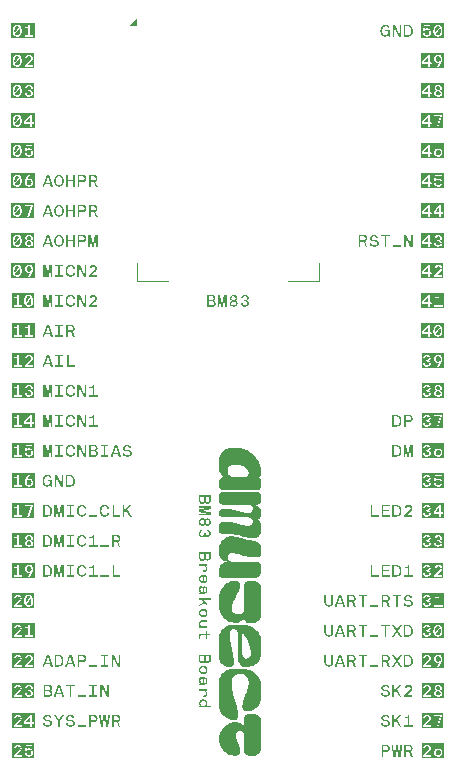
<source format=gbr>
%TF.GenerationSoftware,KiCad,Pcbnew,8.0.1*%
%TF.CreationDate,2024-04-14T04:03:23+09:00*%
%TF.ProjectId,BM83_Breakout,424d3833-5f42-4726-9561-6b6f75742e6b,rev?*%
%TF.SameCoordinates,Original*%
%TF.FileFunction,Legend,Top*%
%TF.FilePolarity,Positive*%
%FSLAX46Y46*%
G04 Gerber Fmt 4.6, Leading zero omitted, Abs format (unit mm)*
G04 Created by KiCad (PCBNEW 8.0.1) date 2024-04-14 04:03:23*
%MOMM*%
%LPD*%
G01*
G04 APERTURE LIST*
%ADD10C,0.127000*%
%ADD11C,0.095250*%
%ADD12C,0.120000*%
G04 APERTURE END LIST*
D10*
G36*
X89986903Y-102775206D02*
G01*
X89986903Y-103206244D01*
X89981020Y-103262022D01*
X89964174Y-103312580D01*
X89937569Y-103357235D01*
X89902408Y-103395304D01*
X89859896Y-103426102D01*
X89811236Y-103448947D01*
X89757632Y-103463155D01*
X89700289Y-103468043D01*
X89691475Y-103467877D01*
X89634157Y-103458260D01*
X89585531Y-103436478D01*
X89542441Y-103401425D01*
X89512439Y-103355630D01*
X89498294Y-103355630D01*
X89495534Y-103361891D01*
X89464798Y-103404885D01*
X89425339Y-103438259D01*
X89377265Y-103465512D01*
X89323886Y-103483887D01*
X89268507Y-103490624D01*
X89208435Y-103485037D01*
X89153966Y-103468865D01*
X89105843Y-103442991D01*
X89064806Y-103408300D01*
X89031598Y-103365677D01*
X89006960Y-103316004D01*
X88991633Y-103260166D01*
X88986360Y-103199047D01*
X88986360Y-103179195D01*
X89107209Y-103179195D01*
X89112593Y-103225386D01*
X89131714Y-103273474D01*
X89167966Y-103317371D01*
X89215034Y-103345629D01*
X89268507Y-103355630D01*
X89307221Y-103350333D01*
X89358242Y-103326959D01*
X89400536Y-103288364D01*
X89428554Y-103238306D01*
X89437001Y-103189121D01*
X89437001Y-103179195D01*
X89558099Y-103179195D01*
X89561572Y-103207027D01*
X89578768Y-103254011D01*
X89608711Y-103294209D01*
X89649763Y-103322259D01*
X89700289Y-103332801D01*
X89740065Y-103328964D01*
X89791080Y-103310829D01*
X89832389Y-103278045D01*
X89859283Y-103230875D01*
X89867295Y-103179195D01*
X89867295Y-102910448D01*
X89860098Y-102903252D01*
X89565047Y-102903252D01*
X89558099Y-102910448D01*
X89558099Y-103179195D01*
X89437001Y-103179195D01*
X89437001Y-102910448D01*
X89430053Y-102903252D01*
X89114157Y-102903252D01*
X89107209Y-102910448D01*
X89107209Y-103179195D01*
X88986360Y-103179195D01*
X88986360Y-102775206D01*
X88993308Y-102768010D01*
X89979707Y-102768010D01*
X89986903Y-102775206D01*
G37*
G36*
X89127061Y-104065093D02*
G01*
X89127061Y-104050949D01*
X89979707Y-103904540D01*
X89986903Y-103894614D01*
X89986903Y-103671278D01*
X89979707Y-103664082D01*
X88993308Y-103664082D01*
X88986360Y-103671278D01*
X88986360Y-103792128D01*
X88993308Y-103799076D01*
X89843224Y-103799076D01*
X89843224Y-103813469D01*
X88996286Y-103957148D01*
X88986360Y-103968563D01*
X88986360Y-104147728D01*
X88996286Y-104159143D01*
X89843224Y-104302822D01*
X89843224Y-104316966D01*
X88993308Y-104316966D01*
X88986360Y-104324163D01*
X88986360Y-104445012D01*
X88993308Y-104452209D01*
X89979707Y-104452209D01*
X89986903Y-104445012D01*
X89986903Y-104221677D01*
X89979707Y-104211751D01*
X89127061Y-104065093D01*
G37*
G36*
X89288655Y-104680820D02*
G01*
X89347467Y-104694140D01*
X89395729Y-104718498D01*
X89440479Y-104756436D01*
X89471746Y-104797080D01*
X89494076Y-104843046D01*
X89508220Y-104843046D01*
X89529532Y-104801640D01*
X89564675Y-104760412D01*
X89608377Y-104728380D01*
X89654746Y-104709552D01*
X89710463Y-104702345D01*
X89724924Y-104702718D01*
X89780441Y-104711467D01*
X89831475Y-104731240D01*
X89877008Y-104761250D01*
X89916024Y-104800713D01*
X89947503Y-104848843D01*
X89970428Y-104904855D01*
X89983782Y-104967964D01*
X89986903Y-105019481D01*
X89986551Y-105037028D01*
X89981396Y-105087398D01*
X89965555Y-105148806D01*
X89940395Y-105202922D01*
X89906937Y-105248959D01*
X89866196Y-105286132D01*
X89819192Y-105313656D01*
X89766942Y-105330747D01*
X89710463Y-105336618D01*
X89665132Y-105331916D01*
X89616916Y-105315076D01*
X89571073Y-105284325D01*
X89533535Y-105243064D01*
X89508220Y-105195916D01*
X89494076Y-105195916D01*
X89482616Y-105222794D01*
X89452353Y-105268924D01*
X89412201Y-105308563D01*
X89368007Y-105336171D01*
X89313480Y-105354406D01*
X89262055Y-105359448D01*
X89218785Y-105356108D01*
X89165034Y-105341528D01*
X89116627Y-105315851D01*
X89074476Y-105279592D01*
X89039495Y-105233270D01*
X89012597Y-105177403D01*
X88998278Y-105129549D01*
X88989403Y-105076836D01*
X88986360Y-105019481D01*
X89107209Y-105019481D01*
X89107404Y-105030331D01*
X89113992Y-105081707D01*
X89133106Y-105135590D01*
X89162695Y-105178755D01*
X89207981Y-105212400D01*
X89262055Y-105224454D01*
X89290970Y-105222138D01*
X89342189Y-105204572D01*
X89383589Y-105171884D01*
X89413962Y-105126628D01*
X89432101Y-105071354D01*
X89437001Y-105019481D01*
X89558099Y-105019481D01*
X89562667Y-105067537D01*
X89579297Y-105117304D01*
X89612010Y-105162486D01*
X89656595Y-105191424D01*
X89710463Y-105201624D01*
X89754931Y-105194320D01*
X89801410Y-105168475D01*
X89838050Y-105125858D01*
X89858424Y-105077480D01*
X89865806Y-105019481D01*
X89860628Y-104970514D01*
X89842235Y-104920446D01*
X89807345Y-104875595D01*
X89762014Y-104847232D01*
X89710463Y-104837339D01*
X89663782Y-104844876D01*
X89617713Y-104871290D01*
X89583146Y-104914304D01*
X89564632Y-104962496D01*
X89558099Y-105019481D01*
X89437001Y-105019481D01*
X89435221Y-104987824D01*
X89424636Y-104938917D01*
X89400229Y-104888395D01*
X89364192Y-104849173D01*
X89317731Y-104823783D01*
X89262055Y-104814757D01*
X89253904Y-104815013D01*
X89200905Y-104830344D01*
X89157115Y-104866692D01*
X89129143Y-104911741D01*
X89111955Y-104967128D01*
X89107209Y-105019481D01*
X88986360Y-105019481D01*
X88987722Y-104980740D01*
X88994695Y-104926455D01*
X89007243Y-104876957D01*
X89031978Y-104818784D01*
X89065023Y-104770028D01*
X89105467Y-104731205D01*
X89152396Y-104702833D01*
X89204896Y-104685431D01*
X89262055Y-104679515D01*
X89288655Y-104680820D01*
G37*
G36*
X89550902Y-105915553D02*
G01*
X89444198Y-105915553D01*
X89437001Y-105922502D01*
X89437001Y-105972380D01*
X89432101Y-106024236D01*
X89413962Y-106079459D01*
X89383589Y-106124648D01*
X89342189Y-106157270D01*
X89290970Y-106174795D01*
X89262055Y-106177104D01*
X89207981Y-106165081D01*
X89162695Y-106131507D01*
X89133106Y-106088410D01*
X89113992Y-106034582D01*
X89107404Y-105983229D01*
X89107209Y-105972380D01*
X89112876Y-105918431D01*
X89132607Y-105866207D01*
X89168879Y-105822225D01*
X89213945Y-105796122D01*
X89262055Y-105787508D01*
X89277937Y-105780311D01*
X89277937Y-105659462D01*
X89270740Y-105652266D01*
X89214847Y-105657389D01*
X89162132Y-105672691D01*
X89113912Y-105698067D01*
X89071506Y-105733411D01*
X89036231Y-105778619D01*
X89009403Y-105833586D01*
X88992340Y-105898208D01*
X88986744Y-105952947D01*
X88986360Y-105972380D01*
X88989410Y-106029735D01*
X88998335Y-106082448D01*
X89012791Y-106130301D01*
X89040078Y-106186169D01*
X89075779Y-106232491D01*
X89119082Y-106268749D01*
X89169175Y-106294427D01*
X89225249Y-106309007D01*
X89270740Y-106312346D01*
X89328882Y-106304607D01*
X89378389Y-106284164D01*
X89419278Y-106255182D01*
X89456995Y-106214992D01*
X89485385Y-106169735D01*
X89494076Y-106148815D01*
X89508220Y-106148815D01*
X89533169Y-106195963D01*
X89569860Y-106237223D01*
X89614457Y-106267975D01*
X89661190Y-106284814D01*
X89705004Y-106289517D01*
X89763285Y-106283645D01*
X89816889Y-106266555D01*
X89864863Y-106239031D01*
X89906254Y-106201857D01*
X89940107Y-106155821D01*
X89965469Y-106101705D01*
X89981386Y-106040297D01*
X89986551Y-105989926D01*
X89986903Y-105972380D01*
X89983398Y-105922537D01*
X89969563Y-105860887D01*
X89946049Y-105805634D01*
X89913720Y-105757759D01*
X89873440Y-105718247D01*
X89826073Y-105688080D01*
X89772482Y-105668240D01*
X89713530Y-105659712D01*
X89698056Y-105659462D01*
X89690859Y-105666410D01*
X89690859Y-105787508D01*
X89698056Y-105794456D01*
X89752678Y-105804115D01*
X89801336Y-105832725D01*
X89834691Y-105870064D01*
X89857179Y-105917244D01*
X89865806Y-105972380D01*
X89858424Y-106030379D01*
X89838050Y-106078757D01*
X89801410Y-106121374D01*
X89754931Y-106147219D01*
X89710463Y-106154523D01*
X89656595Y-106144322D01*
X89612010Y-106115385D01*
X89579297Y-106070202D01*
X89562667Y-106020436D01*
X89558099Y-105972380D01*
X89558099Y-105922502D01*
X89550902Y-105915553D01*
G37*
G36*
X89986903Y-107589330D02*
G01*
X89986903Y-108020368D01*
X89981020Y-108076146D01*
X89964174Y-108126704D01*
X89937569Y-108171359D01*
X89902408Y-108209428D01*
X89859896Y-108240226D01*
X89811236Y-108263071D01*
X89757632Y-108277279D01*
X89700289Y-108282167D01*
X89691475Y-108282002D01*
X89634157Y-108272384D01*
X89585531Y-108250602D01*
X89542441Y-108215550D01*
X89512439Y-108169755D01*
X89498294Y-108169755D01*
X89495534Y-108176015D01*
X89464798Y-108219009D01*
X89425339Y-108252383D01*
X89377265Y-108279637D01*
X89323886Y-108298011D01*
X89268507Y-108304749D01*
X89208435Y-108299161D01*
X89153966Y-108282989D01*
X89105843Y-108257115D01*
X89064806Y-108222425D01*
X89031598Y-108179801D01*
X89006960Y-108130128D01*
X88991633Y-108074290D01*
X88986360Y-108013172D01*
X88986360Y-107993320D01*
X89107209Y-107993320D01*
X89112593Y-108039511D01*
X89131714Y-108087599D01*
X89167966Y-108131495D01*
X89215034Y-108159753D01*
X89268507Y-108169755D01*
X89307221Y-108164458D01*
X89358242Y-108141083D01*
X89400536Y-108102489D01*
X89428554Y-108052430D01*
X89437001Y-108003246D01*
X89437001Y-107993320D01*
X89558099Y-107993320D01*
X89561572Y-108021151D01*
X89578768Y-108068135D01*
X89608711Y-108108333D01*
X89649763Y-108136383D01*
X89700289Y-108146925D01*
X89740065Y-108143088D01*
X89791080Y-108124953D01*
X89832389Y-108092169D01*
X89859283Y-108044999D01*
X89867295Y-107993320D01*
X89867295Y-107724572D01*
X89860098Y-107717376D01*
X89565047Y-107717376D01*
X89558099Y-107724572D01*
X89558099Y-107993320D01*
X89437001Y-107993320D01*
X89437001Y-107724572D01*
X89430053Y-107717376D01*
X89114157Y-107717376D01*
X89107209Y-107724572D01*
X89107209Y-107993320D01*
X88986360Y-107993320D01*
X88986360Y-107589330D01*
X88993308Y-107582134D01*
X89979707Y-107582134D01*
X89986903Y-107589330D01*
G37*
G36*
X89701034Y-108616178D02*
G01*
X89693837Y-108608982D01*
X88993308Y-108608982D01*
X88986360Y-108616178D01*
X88986360Y-108737027D01*
X88993308Y-108744224D01*
X89381664Y-108744224D01*
X89436267Y-108751310D01*
X89487364Y-108772123D01*
X89530871Y-108805996D01*
X89562705Y-108852262D01*
X89577371Y-108899802D01*
X89579936Y-108932074D01*
X89572763Y-108991434D01*
X89552798Y-109038277D01*
X89515231Y-109079382D01*
X89466619Y-109105648D01*
X89410987Y-109118811D01*
X89371986Y-109121165D01*
X89365038Y-109121165D01*
X89350893Y-109128361D01*
X89350893Y-109249210D01*
X89358089Y-109256407D01*
X89365286Y-109256407D01*
X89416288Y-109253667D01*
X89480504Y-109241499D01*
X89539136Y-109219619D01*
X89590814Y-109188047D01*
X89634169Y-109146804D01*
X89667830Y-109095911D01*
X89690429Y-109035386D01*
X89699294Y-108983685D01*
X89701034Y-108946218D01*
X89696548Y-108896187D01*
X89681788Y-108846750D01*
X89656208Y-108801838D01*
X89621945Y-108765810D01*
X89614181Y-108759857D01*
X89615670Y-108744224D01*
X89679693Y-108730079D01*
X89701034Y-108722883D01*
X89701034Y-108616178D01*
G37*
G36*
X89398519Y-109491211D02*
G01*
X89452573Y-109500949D01*
X89502455Y-109516996D01*
X89547745Y-109539203D01*
X89600253Y-109578134D01*
X89642840Y-109627395D01*
X89667665Y-109670906D01*
X89685921Y-109719878D01*
X89697185Y-109774161D01*
X89701034Y-109833605D01*
X89697149Y-109893431D01*
X89685793Y-109948023D01*
X89667411Y-109997241D01*
X89642447Y-110040941D01*
X89599695Y-110090379D01*
X89547090Y-110129418D01*
X89501806Y-110151671D01*
X89452020Y-110167741D01*
X89398175Y-110177488D01*
X89340719Y-110180768D01*
X89299526Y-110176550D01*
X89292578Y-110169353D01*
X89292578Y-110025674D01*
X89399282Y-110025674D01*
X89405734Y-110032870D01*
X89427408Y-110031313D01*
X89479455Y-110015044D01*
X89521031Y-109986094D01*
X89554677Y-109942279D01*
X89573153Y-109893716D01*
X89579936Y-109833605D01*
X89578661Y-109808600D01*
X89565533Y-109753573D01*
X89541175Y-109709061D01*
X89502352Y-109669205D01*
X89459125Y-109643770D01*
X89405734Y-109631611D01*
X89399282Y-109638807D01*
X89399282Y-110025674D01*
X89292578Y-110025674D01*
X89292578Y-109638807D01*
X89286126Y-109631611D01*
X89251435Y-109635099D01*
X89202954Y-109652969D01*
X89161399Y-109685149D01*
X89129763Y-109730677D01*
X89113136Y-109778119D01*
X89107209Y-109833605D01*
X89111161Y-109885229D01*
X89127965Y-109939408D01*
X89160923Y-109983674D01*
X89206717Y-110014259D01*
X89213914Y-110025674D01*
X89213914Y-110150742D01*
X89206717Y-110157938D01*
X89157208Y-110139982D01*
X89113451Y-110114275D01*
X89075708Y-110081468D01*
X89044241Y-110042207D01*
X89019310Y-109997142D01*
X89001179Y-109946921D01*
X88990108Y-109892193D01*
X88986360Y-109833605D01*
X88990286Y-109775766D01*
X89001731Y-109722458D01*
X89020188Y-109673934D01*
X89045155Y-109630448D01*
X89087698Y-109580740D01*
X89139721Y-109541035D01*
X89184241Y-109518181D01*
X89232916Y-109501544D01*
X89285244Y-109491377D01*
X89340719Y-109487931D01*
X89398519Y-109491211D01*
G37*
G36*
X89225322Y-110437889D02*
G01*
X89275144Y-110452085D01*
X89319537Y-110481588D01*
X89356883Y-110525882D01*
X89380598Y-110571618D01*
X89397938Y-110626224D01*
X89408073Y-110689436D01*
X89410449Y-110742333D01*
X89410449Y-110894698D01*
X89410933Y-110903080D01*
X89443453Y-110941598D01*
X89483546Y-110938944D01*
X89533563Y-110916845D01*
X89563567Y-110872950D01*
X89576463Y-110821334D01*
X89579936Y-110765163D01*
X89578578Y-110732684D01*
X89568129Y-110678920D01*
X89544140Y-110633923D01*
X89503304Y-110603908D01*
X89450650Y-110594436D01*
X89443453Y-110587239D01*
X89443453Y-110466390D01*
X89450650Y-110459193D01*
X89509571Y-110465745D01*
X89560542Y-110484388D01*
X89603591Y-110513605D01*
X89638748Y-110551878D01*
X89666041Y-110597688D01*
X89685501Y-110649517D01*
X89697155Y-110705848D01*
X89701034Y-110765163D01*
X89700787Y-110783326D01*
X89697080Y-110834901D01*
X89685179Y-110896633D01*
X89665269Y-110949960D01*
X89637290Y-110994486D01*
X89601180Y-111029810D01*
X89556877Y-111055534D01*
X89504322Y-111071262D01*
X89443453Y-111076592D01*
X89162795Y-111076592D01*
X89146128Y-111080562D01*
X89120113Y-111123741D01*
X89120113Y-111150541D01*
X89113661Y-111157738D01*
X88993308Y-111157738D01*
X88986360Y-111150541D01*
X88986360Y-111123741D01*
X88987618Y-111094714D01*
X88997928Y-111045185D01*
X89026267Y-110999652D01*
X89072964Y-110972865D01*
X89075942Y-110959962D01*
X89043743Y-110920033D01*
X89018309Y-110873295D01*
X89000239Y-110822182D01*
X88990121Y-110771720D01*
X88986360Y-110714044D01*
X89107209Y-110714044D01*
X89109573Y-110759392D01*
X89119425Y-110810828D01*
X89140709Y-110861616D01*
X89176107Y-110904589D01*
X89225536Y-110932982D01*
X89277192Y-110941598D01*
X89297292Y-110941598D01*
X89303992Y-110934402D01*
X89303992Y-110742333D01*
X89300238Y-110687987D01*
X89284337Y-110631499D01*
X89251553Y-110588181D01*
X89204236Y-110571606D01*
X89173652Y-110578691D01*
X89134843Y-110612758D01*
X89113874Y-110659504D01*
X89107209Y-110714044D01*
X88986360Y-110714044D01*
X88990571Y-110651040D01*
X89002745Y-110595634D01*
X89022189Y-110548073D01*
X89055663Y-110500033D01*
X89098064Y-110465121D01*
X89148038Y-110443819D01*
X89204236Y-110436612D01*
X89225322Y-110437889D01*
G37*
G36*
X88986360Y-112151830D02*
G01*
X88993308Y-112157537D01*
X89459335Y-111883082D01*
X89470750Y-111883082D01*
X89693837Y-112147611D01*
X89701034Y-112143392D01*
X89701034Y-111968446D01*
X89693837Y-111947105D01*
X89416901Y-111619794D01*
X89419879Y-111609868D01*
X89979459Y-111609868D01*
X89986903Y-111602672D01*
X89986903Y-111481823D01*
X89979459Y-111474874D01*
X88993308Y-111474874D01*
X88986360Y-111481823D01*
X88986360Y-111602672D01*
X88993308Y-111609868D01*
X89232029Y-111609868D01*
X89240466Y-111612846D01*
X89378934Y-111774889D01*
X89378934Y-111784815D01*
X88993308Y-112011128D01*
X88986360Y-112023784D01*
X88986360Y-112151830D01*
G37*
G36*
X89400678Y-112372596D02*
G01*
X89454078Y-112382636D01*
X89503453Y-112399154D01*
X89548363Y-112421973D01*
X89600533Y-112461894D01*
X89642931Y-112512284D01*
X89667689Y-112556695D01*
X89685919Y-112606582D01*
X89697181Y-112661769D01*
X89701034Y-112722080D01*
X89697152Y-112782046D01*
X89685813Y-112837025D01*
X89667477Y-112886816D01*
X89642604Y-112931222D01*
X89600067Y-112981708D01*
X89547817Y-113021795D01*
X89502912Y-113044752D01*
X89453617Y-113061396D01*
X89400392Y-113071529D01*
X89343697Y-113074950D01*
X89324441Y-113074568D01*
X89268851Y-113068887D01*
X89216885Y-113056562D01*
X89169002Y-113037791D01*
X89125662Y-113012774D01*
X89075738Y-112970043D01*
X89044789Y-112931222D01*
X89019916Y-112886816D01*
X89001580Y-112837025D01*
X88990241Y-112782046D01*
X88986360Y-112722080D01*
X89107209Y-112722080D01*
X89109752Y-112758985D01*
X89124723Y-112813663D01*
X89151953Y-112859290D01*
X89190108Y-112895274D01*
X89237852Y-112921026D01*
X89293851Y-112935955D01*
X89343697Y-112939708D01*
X89369087Y-112938763D01*
X89427928Y-112928329D01*
X89479076Y-112906836D01*
X89521192Y-112874873D01*
X89552934Y-112833033D01*
X89572962Y-112781905D01*
X89579936Y-112722080D01*
X89577393Y-112685461D01*
X89562426Y-112631020D01*
X89535209Y-112585403D01*
X89497082Y-112549286D01*
X89449385Y-112523345D01*
X89393460Y-112508256D01*
X89343697Y-112504452D01*
X89318263Y-112505410D01*
X89259335Y-112515970D01*
X89208129Y-112537651D01*
X89165979Y-112569779D01*
X89134219Y-112611677D01*
X89114184Y-112662669D01*
X89107209Y-112722080D01*
X88986360Y-112722080D01*
X88990241Y-112661769D01*
X89001580Y-112606582D01*
X89019916Y-112556695D01*
X89044789Y-112512284D01*
X89087326Y-112461894D01*
X89139576Y-112421973D01*
X89184481Y-112399154D01*
X89233776Y-112382636D01*
X89287001Y-112372596D01*
X89343697Y-112369210D01*
X89400678Y-112372596D01*
G37*
G36*
X88986360Y-113973752D02*
G01*
X88993308Y-113980700D01*
X89693837Y-113980700D01*
X89701034Y-113973752D01*
X89701034Y-113852655D01*
X89693837Y-113845706D01*
X89305481Y-113845706D01*
X89250878Y-113838620D01*
X89199781Y-113817807D01*
X89156274Y-113783934D01*
X89124440Y-113737668D01*
X89109774Y-113690128D01*
X89107209Y-113657856D01*
X89114382Y-113598496D01*
X89134347Y-113551653D01*
X89171914Y-113510548D01*
X89220526Y-113484282D01*
X89276158Y-113471119D01*
X89315159Y-113468765D01*
X89694085Y-113468765D01*
X89701034Y-113461569D01*
X89701034Y-113340720D01*
X89694085Y-113333523D01*
X89315159Y-113333523D01*
X89249591Y-113337223D01*
X89188199Y-113348978D01*
X89132390Y-113369772D01*
X89083573Y-113400586D01*
X89043153Y-113442404D01*
X89012539Y-113496209D01*
X88996861Y-113545021D01*
X88988084Y-113601542D01*
X88986360Y-113643712D01*
X88992832Y-113700175D01*
X89009642Y-113749077D01*
X89036494Y-113793867D01*
X89072964Y-113830073D01*
X89071475Y-113845706D01*
X89007452Y-113859851D01*
X88986360Y-113867047D01*
X88986360Y-113973752D01*
G37*
G36*
X89100013Y-114898114D02*
G01*
X89107209Y-114890917D01*
X89107209Y-114693141D01*
X89117979Y-114643907D01*
X89161950Y-114617427D01*
X89177436Y-114616463D01*
X89587132Y-114616463D01*
X89594329Y-114623659D01*
X89594329Y-114890917D01*
X89601277Y-114898114D01*
X89693837Y-114898114D01*
X89701034Y-114890917D01*
X89701034Y-114623659D01*
X89707982Y-114616463D01*
X89900299Y-114616463D01*
X89907495Y-114609266D01*
X89907495Y-114488417D01*
X89900299Y-114481220D01*
X89707982Y-114481220D01*
X89701034Y-114474272D01*
X89701034Y-114276496D01*
X89693837Y-114269300D01*
X89601277Y-114269300D01*
X89594329Y-114276496D01*
X89594329Y-114474272D01*
X89587132Y-114481220D01*
X89153613Y-114481220D01*
X89103700Y-114486164D01*
X89055640Y-114504723D01*
X89015640Y-114542831D01*
X88994905Y-114588736D01*
X88986471Y-114646064D01*
X88986360Y-114667582D01*
X88986360Y-114890917D01*
X88993308Y-114898114D01*
X89100013Y-114898114D01*
G37*
G36*
X89986903Y-116254754D02*
G01*
X89986903Y-116685792D01*
X89981020Y-116741570D01*
X89964174Y-116792128D01*
X89937569Y-116836783D01*
X89902408Y-116874851D01*
X89859896Y-116905650D01*
X89811236Y-116928495D01*
X89757632Y-116942703D01*
X89700289Y-116947591D01*
X89691475Y-116947425D01*
X89634157Y-116937808D01*
X89585531Y-116916026D01*
X89542441Y-116880973D01*
X89512439Y-116835178D01*
X89498294Y-116835178D01*
X89495534Y-116841439D01*
X89464798Y-116884432D01*
X89425339Y-116917807D01*
X89377265Y-116945060D01*
X89323886Y-116963435D01*
X89268507Y-116970172D01*
X89208435Y-116964585D01*
X89153966Y-116948413D01*
X89105843Y-116922539D01*
X89064806Y-116887848D01*
X89031598Y-116845225D01*
X89006960Y-116795552D01*
X88991633Y-116739714D01*
X88986360Y-116678595D01*
X88986360Y-116658743D01*
X89107209Y-116658743D01*
X89112593Y-116704934D01*
X89131714Y-116753022D01*
X89167966Y-116796919D01*
X89215034Y-116825177D01*
X89268507Y-116835178D01*
X89307221Y-116829881D01*
X89358242Y-116806507D01*
X89400536Y-116767912D01*
X89428554Y-116717854D01*
X89437001Y-116668669D01*
X89437001Y-116658743D01*
X89558099Y-116658743D01*
X89561572Y-116686575D01*
X89578768Y-116733559D01*
X89608711Y-116773757D01*
X89649763Y-116801807D01*
X89700289Y-116812348D01*
X89740065Y-116808511D01*
X89791080Y-116790377D01*
X89832389Y-116757592D01*
X89859283Y-116710423D01*
X89867295Y-116658743D01*
X89867295Y-116389996D01*
X89860098Y-116382800D01*
X89565047Y-116382800D01*
X89558099Y-116389996D01*
X89558099Y-116658743D01*
X89437001Y-116658743D01*
X89437001Y-116389996D01*
X89430053Y-116382800D01*
X89114157Y-116382800D01*
X89107209Y-116389996D01*
X89107209Y-116658743D01*
X88986360Y-116658743D01*
X88986360Y-116254754D01*
X88993308Y-116247557D01*
X89979707Y-116247557D01*
X89986903Y-116254754D01*
G37*
G36*
X89400678Y-117186720D02*
G01*
X89454078Y-117196760D01*
X89503453Y-117213278D01*
X89548363Y-117236097D01*
X89600533Y-117276018D01*
X89642931Y-117326408D01*
X89667689Y-117370819D01*
X89685919Y-117420706D01*
X89697181Y-117475894D01*
X89701034Y-117536204D01*
X89697152Y-117596171D01*
X89685813Y-117651149D01*
X89667477Y-117700940D01*
X89642604Y-117745346D01*
X89600067Y-117795832D01*
X89547817Y-117835919D01*
X89502912Y-117858876D01*
X89453617Y-117875521D01*
X89400392Y-117885653D01*
X89343697Y-117889074D01*
X89324441Y-117888692D01*
X89268851Y-117883011D01*
X89216885Y-117870686D01*
X89169002Y-117851915D01*
X89125662Y-117826898D01*
X89075738Y-117784167D01*
X89044789Y-117745346D01*
X89019916Y-117700940D01*
X89001580Y-117651149D01*
X88990241Y-117596171D01*
X88986360Y-117536204D01*
X89107209Y-117536204D01*
X89109752Y-117573110D01*
X89124723Y-117627787D01*
X89151953Y-117673414D01*
X89190108Y-117709398D01*
X89237852Y-117735150D01*
X89293851Y-117750079D01*
X89343697Y-117753832D01*
X89369087Y-117752888D01*
X89427928Y-117742454D01*
X89479076Y-117720960D01*
X89521192Y-117688998D01*
X89552934Y-117647157D01*
X89572962Y-117596029D01*
X89579936Y-117536204D01*
X89577393Y-117499585D01*
X89562426Y-117445144D01*
X89535209Y-117399528D01*
X89497082Y-117363411D01*
X89449385Y-117337470D01*
X89393460Y-117322380D01*
X89343697Y-117318576D01*
X89318263Y-117319534D01*
X89259335Y-117330094D01*
X89208129Y-117351775D01*
X89165979Y-117383903D01*
X89134219Y-117425801D01*
X89114184Y-117476793D01*
X89107209Y-117536204D01*
X88986360Y-117536204D01*
X88990241Y-117475894D01*
X89001580Y-117420706D01*
X89019916Y-117370819D01*
X89044789Y-117326408D01*
X89087326Y-117276018D01*
X89139576Y-117236097D01*
X89184481Y-117213278D01*
X89233776Y-117196760D01*
X89287001Y-117186720D01*
X89343697Y-117183334D01*
X89400678Y-117186720D01*
G37*
G36*
X89225322Y-118140487D02*
G01*
X89275144Y-118154684D01*
X89319537Y-118184187D01*
X89356883Y-118228481D01*
X89380598Y-118274217D01*
X89397938Y-118328823D01*
X89408073Y-118392035D01*
X89410449Y-118444932D01*
X89410449Y-118597297D01*
X89410933Y-118605678D01*
X89443453Y-118644197D01*
X89483546Y-118641543D01*
X89533563Y-118619444D01*
X89563567Y-118575549D01*
X89576463Y-118523933D01*
X89579936Y-118467762D01*
X89578578Y-118435283D01*
X89568129Y-118381519D01*
X89544140Y-118336521D01*
X89503304Y-118306507D01*
X89450650Y-118297034D01*
X89443453Y-118289838D01*
X89443453Y-118168988D01*
X89450650Y-118161792D01*
X89509571Y-118168344D01*
X89560542Y-118186987D01*
X89603591Y-118216204D01*
X89638748Y-118254476D01*
X89666041Y-118300286D01*
X89685501Y-118352116D01*
X89697155Y-118408447D01*
X89701034Y-118467762D01*
X89700787Y-118485925D01*
X89697080Y-118537500D01*
X89685179Y-118599231D01*
X89665269Y-118652559D01*
X89637290Y-118697084D01*
X89601180Y-118732408D01*
X89556877Y-118758133D01*
X89504322Y-118773860D01*
X89443453Y-118779191D01*
X89162795Y-118779191D01*
X89146128Y-118783161D01*
X89120113Y-118826340D01*
X89120113Y-118853140D01*
X89113661Y-118860336D01*
X88993308Y-118860336D01*
X88986360Y-118853140D01*
X88986360Y-118826340D01*
X88987618Y-118797312D01*
X88997928Y-118747784D01*
X89026267Y-118702250D01*
X89072964Y-118675464D01*
X89075942Y-118662560D01*
X89043743Y-118622632D01*
X89018309Y-118575894D01*
X89000239Y-118524781D01*
X88990121Y-118474318D01*
X88986360Y-118416643D01*
X89107209Y-118416643D01*
X89109573Y-118461990D01*
X89119425Y-118513426D01*
X89140709Y-118564215D01*
X89176107Y-118607188D01*
X89225536Y-118635581D01*
X89277192Y-118644197D01*
X89297292Y-118644197D01*
X89303992Y-118637001D01*
X89303992Y-118444932D01*
X89300238Y-118390586D01*
X89284337Y-118334097D01*
X89251553Y-118290780D01*
X89204236Y-118274204D01*
X89173652Y-118281289D01*
X89134843Y-118315356D01*
X89113874Y-118362103D01*
X89107209Y-118416643D01*
X88986360Y-118416643D01*
X88990571Y-118353638D01*
X89002745Y-118298232D01*
X89022189Y-118250672D01*
X89055663Y-118202632D01*
X89098064Y-118167720D01*
X89148038Y-118146418D01*
X89204236Y-118139210D01*
X89225322Y-118140487D01*
G37*
G36*
X89701034Y-119207251D02*
G01*
X89693837Y-119200055D01*
X88993308Y-119200055D01*
X88986360Y-119207251D01*
X88986360Y-119328101D01*
X88993308Y-119335297D01*
X89381664Y-119335297D01*
X89436267Y-119342383D01*
X89487364Y-119363196D01*
X89530871Y-119397070D01*
X89562705Y-119443336D01*
X89577371Y-119490875D01*
X89579936Y-119523147D01*
X89572763Y-119582507D01*
X89552798Y-119629351D01*
X89515231Y-119670456D01*
X89466619Y-119696721D01*
X89410987Y-119709884D01*
X89371986Y-119712238D01*
X89365038Y-119712238D01*
X89350893Y-119719434D01*
X89350893Y-119840284D01*
X89358089Y-119847480D01*
X89365286Y-119847480D01*
X89416288Y-119844740D01*
X89480504Y-119832572D01*
X89539136Y-119810692D01*
X89590814Y-119779121D01*
X89634169Y-119737878D01*
X89667830Y-119686984D01*
X89690429Y-119626459D01*
X89699294Y-119574758D01*
X89701034Y-119537292D01*
X89696548Y-119487260D01*
X89681788Y-119437823D01*
X89656208Y-119392912D01*
X89621945Y-119356884D01*
X89614181Y-119350930D01*
X89615670Y-119335297D01*
X89679693Y-119321152D01*
X89701034Y-119313956D01*
X89701034Y-119207251D01*
G37*
G36*
X89393456Y-120025582D02*
G01*
X89448364Y-120035616D01*
X89499054Y-120052014D01*
X89545091Y-120074509D01*
X89586041Y-120102836D01*
X89631977Y-120149217D01*
X89667067Y-120204860D01*
X89685648Y-120252292D01*
X89697115Y-120304312D01*
X89701034Y-120360656D01*
X89700340Y-120379151D01*
X89691146Y-120432022D01*
X89674441Y-120479214D01*
X89650878Y-120524081D01*
X89619888Y-120564139D01*
X89622618Y-120578284D01*
X89979211Y-120578284D01*
X89986903Y-120585480D01*
X89986903Y-120706330D01*
X89979211Y-120713526D01*
X88993060Y-120713526D01*
X88986360Y-120706330D01*
X88986360Y-120599625D01*
X89007452Y-120592429D01*
X89064527Y-120578284D01*
X89067257Y-120564139D01*
X89060010Y-120556298D01*
X89031450Y-120514246D01*
X89009551Y-120467668D01*
X88993591Y-120417087D01*
X88988172Y-120374800D01*
X89107209Y-120374800D01*
X89108344Y-120398432D01*
X89120612Y-120451636D01*
X89145119Y-120496108D01*
X89180327Y-120531430D01*
X89224697Y-120557180D01*
X89276688Y-120572938D01*
X89334763Y-120578284D01*
X89361112Y-120577422D01*
X89422177Y-120567860D01*
X89475260Y-120548055D01*
X89518968Y-120518426D01*
X89551912Y-120479394D01*
X89572698Y-120431378D01*
X89579936Y-120374800D01*
X89577297Y-120337895D01*
X89561763Y-120283217D01*
X89533515Y-120237591D01*
X89493946Y-120201606D01*
X89444446Y-120175854D01*
X89386407Y-120160925D01*
X89337785Y-120157391D01*
X89318263Y-120158117D01*
X89259335Y-120168551D01*
X89208129Y-120190044D01*
X89165979Y-120222007D01*
X89134219Y-120263847D01*
X89114184Y-120314975D01*
X89107209Y-120374800D01*
X88988172Y-120374800D01*
X88986360Y-120360656D01*
X88986796Y-120341411D01*
X88993198Y-120286479D01*
X89006844Y-120235958D01*
X89035437Y-120175920D01*
X89074818Y-120124829D01*
X89123792Y-120083317D01*
X89181164Y-120052014D01*
X89228985Y-120035616D01*
X89280352Y-120025582D01*
X89334763Y-120022178D01*
X89393456Y-120025582D01*
G37*
G36*
X104979459Y-121629943D02*
G01*
X104986407Y-121637140D01*
X105114453Y-121637140D01*
X105121649Y-121629943D01*
X105115132Y-121577807D01*
X105094645Y-121516500D01*
X105062242Y-121464500D01*
X105019637Y-121421730D01*
X104968543Y-121388110D01*
X104910673Y-121363563D01*
X104847739Y-121348010D01*
X104798246Y-121342200D01*
X104764560Y-121341096D01*
X104699842Y-121345919D01*
X104637138Y-121360188D01*
X104578489Y-121383599D01*
X104525932Y-121415851D01*
X104481506Y-121456641D01*
X104447249Y-121505666D01*
X104425200Y-121562625D01*
X104417397Y-121627214D01*
X104422558Y-121680975D01*
X104444016Y-121740314D01*
X104479471Y-121787047D01*
X104526022Y-121822813D01*
X104580766Y-121849247D01*
X104640801Y-121867987D01*
X104703225Y-121880670D01*
X104765136Y-121888934D01*
X104780193Y-121890501D01*
X104837098Y-121897375D01*
X104890143Y-121907877D01*
X104945369Y-121927972D01*
X104987535Y-121959373D01*
X105012548Y-122005398D01*
X105017674Y-122045844D01*
X105008687Y-122098295D01*
X104982315Y-122144164D01*
X104939442Y-122181213D01*
X104891746Y-122203735D01*
X104833716Y-122217283D01*
X104780193Y-122220790D01*
X104723822Y-122216766D01*
X104675249Y-122205579D01*
X104625368Y-122183548D01*
X104581177Y-122148734D01*
X104550849Y-122102237D01*
X104542713Y-122062470D01*
X104534028Y-122045844D01*
X104407471Y-122045844D01*
X104400523Y-122053040D01*
X104406740Y-122109542D01*
X104425229Y-122162936D01*
X104455746Y-122211857D01*
X104498046Y-122254942D01*
X104551885Y-122290826D01*
X104599690Y-122312194D01*
X104653745Y-122328169D01*
X104713947Y-122338176D01*
X104780193Y-122341640D01*
X104829934Y-122339880D01*
X104897206Y-122331019D01*
X104955969Y-122315417D01*
X105006561Y-122293891D01*
X105049316Y-122267255D01*
X105094714Y-122225205D01*
X105127576Y-122177455D01*
X105148698Y-122125942D01*
X105158877Y-122072598D01*
X105160112Y-122045844D01*
X105155174Y-121988462D01*
X105141021Y-121939748D01*
X105109532Y-121886932D01*
X105065779Y-121846288D01*
X105012114Y-121815967D01*
X104950889Y-121794121D01*
X104901425Y-121782184D01*
X104850024Y-121773194D01*
X104797680Y-121766369D01*
X104780193Y-121764441D01*
X104723459Y-121755861D01*
X104667396Y-121742810D01*
X104617803Y-121721703D01*
X104580483Y-121688960D01*
X104561233Y-121640998D01*
X104559836Y-121621010D01*
X104572332Y-121564760D01*
X104606796Y-121518283D01*
X104650384Y-121488235D01*
X104703924Y-121468982D01*
X104754082Y-121462388D01*
X104764560Y-121462193D01*
X104820893Y-121467119D01*
X104870481Y-121481168D01*
X104919468Y-121508535D01*
X104955107Y-121545586D01*
X104977170Y-121598538D01*
X104979459Y-121623739D01*
X104979459Y-121629943D01*
G37*
G36*
X105967843Y-122334691D02*
G01*
X105979258Y-122341640D01*
X106119959Y-122341640D01*
X106124178Y-122334691D01*
X105733092Y-121739130D01*
X105733092Y-121727715D01*
X106115741Y-121348292D01*
X106111522Y-121341096D01*
X105949232Y-121341096D01*
X105937817Y-121348292D01*
X105501319Y-121776104D01*
X105495612Y-121773126D01*
X105495612Y-121348292D01*
X105488416Y-121341096D01*
X105367566Y-121341096D01*
X105360370Y-121348292D01*
X105360370Y-122334691D01*
X105367566Y-122341640D01*
X105488416Y-122341640D01*
X105495612Y-122334691D01*
X105495612Y-121970902D01*
X105501319Y-121959487D01*
X105629117Y-121832930D01*
X105637802Y-121832930D01*
X105967843Y-122334691D01*
G37*
G36*
X107074347Y-122341640D02*
G01*
X107081295Y-122334691D01*
X107081295Y-122227986D01*
X107074347Y-122220790D01*
X106804111Y-122220790D01*
X106796914Y-122213842D01*
X106796914Y-121348540D01*
X106789718Y-121341096D01*
X106668869Y-121341096D01*
X106661672Y-121348540D01*
X106661672Y-121428693D01*
X106647094Y-121476623D01*
X106605661Y-121508335D01*
X106576308Y-121513312D01*
X106400121Y-121513312D01*
X106392925Y-121520509D01*
X106392925Y-121620017D01*
X106400121Y-121626965D01*
X106617750Y-121626965D01*
X106659448Y-121654978D01*
X106661672Y-121669399D01*
X106661672Y-122213842D01*
X106654724Y-122220790D01*
X106385729Y-122220790D01*
X106378780Y-122227986D01*
X106378780Y-122334691D01*
X106385729Y-122341640D01*
X107074347Y-122341640D01*
G37*
D11*
G36*
X109297716Y-93955898D02*
G01*
X109352990Y-93974037D01*
X109398247Y-94004410D01*
X109430934Y-94045810D01*
X109448500Y-94097029D01*
X109450816Y-94125944D01*
X109438763Y-94180018D01*
X109405117Y-94225304D01*
X109361952Y-94254893D01*
X109308069Y-94274007D01*
X109256693Y-94280595D01*
X109245843Y-94280790D01*
X109193490Y-94276044D01*
X109138103Y-94258856D01*
X109093054Y-94230884D01*
X109056706Y-94187094D01*
X109041375Y-94134095D01*
X109041119Y-94125944D01*
X109050145Y-94070268D01*
X109075535Y-94023807D01*
X109114758Y-93987770D01*
X109165280Y-93963363D01*
X109214186Y-93952778D01*
X109245843Y-93950998D01*
X109297716Y-93955898D01*
G37*
G36*
X109303842Y-93529575D02*
G01*
X109352220Y-93549949D01*
X109394837Y-93586589D01*
X109420682Y-93633068D01*
X109427986Y-93677536D01*
X109417786Y-93731404D01*
X109388848Y-93775989D01*
X109343666Y-93808702D01*
X109293899Y-93825332D01*
X109245843Y-93829900D01*
X109188858Y-93823367D01*
X109140666Y-93804853D01*
X109097652Y-93770286D01*
X109071238Y-93724217D01*
X109063701Y-93677536D01*
X109073595Y-93625985D01*
X109101957Y-93580654D01*
X109146808Y-93545764D01*
X109196876Y-93527371D01*
X109245843Y-93522193D01*
X109303842Y-93529575D01*
G37*
G36*
X109698699Y-94514529D02*
G01*
X107840089Y-94514529D01*
X107840089Y-94117259D01*
X107952978Y-94117259D01*
X107958102Y-94173152D01*
X107973404Y-94225867D01*
X107998779Y-94274087D01*
X108034123Y-94316493D01*
X108079331Y-94351768D01*
X108134299Y-94378596D01*
X108198921Y-94395659D01*
X108253660Y-94401255D01*
X108273092Y-94401640D01*
X108330447Y-94398589D01*
X108383160Y-94389664D01*
X108431014Y-94375208D01*
X108486881Y-94347921D01*
X108533203Y-94312220D01*
X108569462Y-94268917D01*
X108595140Y-94218824D01*
X108609719Y-94162750D01*
X108612421Y-94125944D01*
X108905877Y-94125944D01*
X108911793Y-94183103D01*
X108929195Y-94235603D01*
X108957567Y-94282532D01*
X108996390Y-94322976D01*
X109045147Y-94356021D01*
X109103319Y-94380756D01*
X109152817Y-94393304D01*
X109207102Y-94400277D01*
X109245843Y-94401640D01*
X109303198Y-94398596D01*
X109355911Y-94389721D01*
X109403765Y-94375402D01*
X109459632Y-94348504D01*
X109505954Y-94313523D01*
X109542213Y-94271372D01*
X109567891Y-94222965D01*
X109582470Y-94169214D01*
X109585810Y-94125944D01*
X109580768Y-94074519D01*
X109562533Y-94019992D01*
X109534925Y-93975798D01*
X109495286Y-93935646D01*
X109449156Y-93905383D01*
X109422278Y-93893923D01*
X109422278Y-93879779D01*
X109469427Y-93854464D01*
X109510687Y-93816926D01*
X109541438Y-93771083D01*
X109558278Y-93722867D01*
X109562980Y-93677536D01*
X109557109Y-93621057D01*
X109540018Y-93568807D01*
X109512494Y-93521803D01*
X109475321Y-93481062D01*
X109429284Y-93447604D01*
X109375169Y-93422444D01*
X109313760Y-93406603D01*
X109263390Y-93401448D01*
X109245843Y-93401096D01*
X109194326Y-93404217D01*
X109131217Y-93417571D01*
X109075205Y-93440496D01*
X109027075Y-93471975D01*
X108987612Y-93510991D01*
X108957602Y-93556524D01*
X108937829Y-93607558D01*
X108929080Y-93663075D01*
X108928707Y-93677536D01*
X108935914Y-93733253D01*
X108954743Y-93779622D01*
X108986774Y-93823324D01*
X109028002Y-93858467D01*
X109069408Y-93879779D01*
X109069408Y-93893923D01*
X109023442Y-93916253D01*
X108982798Y-93947520D01*
X108944860Y-93992270D01*
X108920502Y-94040532D01*
X108907182Y-94099344D01*
X108905877Y-94125944D01*
X108612421Y-94125944D01*
X108613059Y-94117259D01*
X108605320Y-94059117D01*
X108584877Y-94009610D01*
X108555894Y-93968721D01*
X108515704Y-93931004D01*
X108470447Y-93902614D01*
X108449528Y-93893923D01*
X108449528Y-93879779D01*
X108496676Y-93854830D01*
X108537936Y-93818139D01*
X108568687Y-93773542D01*
X108585527Y-93726809D01*
X108590229Y-93682995D01*
X108584358Y-93624714D01*
X108567267Y-93571110D01*
X108539743Y-93523136D01*
X108502570Y-93481745D01*
X108456533Y-93447892D01*
X108402418Y-93422530D01*
X108341009Y-93406613D01*
X108290639Y-93401448D01*
X108273092Y-93401096D01*
X108223249Y-93404601D01*
X108161600Y-93418436D01*
X108106346Y-93441950D01*
X108058472Y-93474279D01*
X108018960Y-93514559D01*
X107988792Y-93561926D01*
X107968953Y-93615517D01*
X107960424Y-93674469D01*
X107960174Y-93689943D01*
X107967123Y-93697140D01*
X108088220Y-93697140D01*
X108095168Y-93689943D01*
X108104827Y-93635321D01*
X108133438Y-93586663D01*
X108170777Y-93553308D01*
X108217956Y-93530820D01*
X108273092Y-93522193D01*
X108331092Y-93529575D01*
X108379469Y-93549949D01*
X108422086Y-93586589D01*
X108447931Y-93633068D01*
X108455235Y-93677536D01*
X108445035Y-93731404D01*
X108416097Y-93775989D01*
X108370915Y-93808702D01*
X108321149Y-93825332D01*
X108273092Y-93829900D01*
X108223214Y-93829900D01*
X108216266Y-93837097D01*
X108216266Y-93943801D01*
X108223214Y-93950998D01*
X108273092Y-93950998D01*
X108324949Y-93955898D01*
X108380171Y-93974037D01*
X108425360Y-94004410D01*
X108457983Y-94045810D01*
X108475508Y-94097029D01*
X108477817Y-94125944D01*
X108465794Y-94180018D01*
X108432219Y-94225304D01*
X108389122Y-94254893D01*
X108335295Y-94274007D01*
X108283941Y-94280595D01*
X108273092Y-94280790D01*
X108219143Y-94275123D01*
X108166920Y-94255392D01*
X108122938Y-94219120D01*
X108096835Y-94174054D01*
X108088220Y-94125944D01*
X108081024Y-94110062D01*
X107960174Y-94110062D01*
X107952978Y-94117259D01*
X107840089Y-94117259D01*
X107840089Y-93288207D01*
X109698699Y-93288207D01*
X109698699Y-94514529D01*
G37*
G36*
X73813321Y-65755651D02*
G01*
X73825473Y-65805909D01*
X73832615Y-65855499D01*
X73836578Y-65909694D01*
X73837640Y-65960871D01*
X73835914Y-66025805D01*
X73830587Y-66085223D01*
X73821431Y-66138935D01*
X73802880Y-66201345D01*
X73776587Y-66252822D01*
X73742018Y-66292915D01*
X73698638Y-66321172D01*
X73645912Y-66337145D01*
X73599912Y-66340790D01*
X73548756Y-66336598D01*
X73500624Y-66322052D01*
X73457374Y-66293926D01*
X73450525Y-66287438D01*
X73449284Y-66275278D01*
X73799177Y-65754410D01*
X73813321Y-65755651D01*
G37*
G36*
X73653639Y-65587625D02*
G01*
X73704332Y-65605337D01*
X73746569Y-65634057D01*
X73747809Y-65646464D01*
X73397917Y-66164603D01*
X73383772Y-66163114D01*
X73373492Y-66113430D01*
X73366543Y-66058509D01*
X73363189Y-66004677D01*
X73362431Y-65960871D01*
X73364121Y-65895624D01*
X73369355Y-65836081D01*
X73378381Y-65782398D01*
X73396737Y-65720206D01*
X73422856Y-65669078D01*
X73457322Y-65629383D01*
X73500718Y-65601492D01*
X73553631Y-65585773D01*
X73599912Y-65582193D01*
X73653639Y-65587625D01*
G37*
G36*
X75036933Y-66574529D02*
G01*
X73105863Y-66574529D01*
X73105863Y-65960871D01*
X73218752Y-65960871D01*
X73219876Y-66012910D01*
X73223344Y-66063253D01*
X73233262Y-66135089D01*
X73249277Y-66201820D01*
X73271883Y-66262673D01*
X73278787Y-66275278D01*
X73301572Y-66316875D01*
X73338839Y-66363649D01*
X73384175Y-66402224D01*
X73438074Y-66431823D01*
X73501030Y-66451674D01*
X73573536Y-66461002D01*
X73599912Y-66461640D01*
X73651533Y-66459110D01*
X73675198Y-66454691D01*
X74266941Y-66454691D01*
X74274137Y-66461640D01*
X74917096Y-66461640D01*
X74924044Y-66454691D01*
X74924044Y-66347986D01*
X74917096Y-66340790D01*
X74459009Y-66340790D01*
X74453302Y-66329871D01*
X74766220Y-66048220D01*
X74805551Y-66009679D01*
X74844629Y-65965895D01*
X74875961Y-65921883D01*
X74902121Y-65871070D01*
X74919308Y-65813497D01*
X74924044Y-65762599D01*
X74918515Y-65702336D01*
X74902191Y-65645976D01*
X74875468Y-65594792D01*
X74838742Y-65550058D01*
X74792408Y-65513047D01*
X74736861Y-65485035D01*
X74672497Y-65467293D01*
X74618675Y-65461493D01*
X74599711Y-65461096D01*
X74549893Y-65464156D01*
X74488150Y-65477367D01*
X74432675Y-65500307D01*
X74384473Y-65532210D01*
X74344547Y-65572308D01*
X74313899Y-65619833D01*
X74293533Y-65674018D01*
X74284452Y-65734094D01*
X74284063Y-65749943D01*
X74291011Y-65757140D01*
X74412109Y-65757140D01*
X74419057Y-65749943D01*
X74429103Y-65693989D01*
X74457670Y-65645026D01*
X74495114Y-65611977D01*
X74542955Y-65590104D01*
X74599711Y-65582193D01*
X74656677Y-65589325D01*
X74702593Y-65608643D01*
X74743980Y-65643518D01*
X74771416Y-65686061D01*
X74787222Y-65738199D01*
X74789050Y-65759373D01*
X74778232Y-65815112D01*
X74755129Y-65859808D01*
X74720445Y-65905491D01*
X74682255Y-65945211D01*
X74667952Y-65958638D01*
X74272648Y-66336572D01*
X74266941Y-66355183D01*
X74266941Y-66454691D01*
X73675198Y-66454691D01*
X73720733Y-66446188D01*
X73780503Y-66423002D01*
X73831348Y-66390324D01*
X73873774Y-66348931D01*
X73908286Y-66299594D01*
X73935390Y-66243090D01*
X73955591Y-66180191D01*
X73969394Y-66111673D01*
X73977306Y-66038308D01*
X73979556Y-65987088D01*
X73979830Y-65960871D01*
X73978721Y-65908844D01*
X73975292Y-65858532D01*
X73965473Y-65786776D01*
X73949593Y-65720153D01*
X73927147Y-65659428D01*
X73897630Y-65605364D01*
X73860537Y-65558728D01*
X73815360Y-65520281D01*
X73761597Y-65490790D01*
X73698740Y-65471018D01*
X73626284Y-65461730D01*
X73599912Y-65461096D01*
X73548276Y-65463614D01*
X73479008Y-65476482D01*
X73419126Y-65499578D01*
X73368136Y-65532140D01*
X73325544Y-65573401D01*
X73290858Y-65622598D01*
X73263585Y-65678967D01*
X73243231Y-65741743D01*
X73229303Y-65810162D01*
X73221308Y-65883459D01*
X73219030Y-65934657D01*
X73218752Y-65960871D01*
X73105863Y-65960871D01*
X73105863Y-65348207D01*
X75036933Y-65348207D01*
X75036933Y-66574529D01*
G37*
G36*
X109297198Y-90986441D02*
G01*
X109349884Y-91003126D01*
X109391972Y-91031457D01*
X109423594Y-91070373D01*
X109444880Y-91118812D01*
X109455960Y-91175711D01*
X109457764Y-91213470D01*
X109454554Y-91263234D01*
X109441443Y-91318526D01*
X109418101Y-91365145D01*
X109384396Y-91402029D01*
X109340199Y-91428116D01*
X109285378Y-91442344D01*
X109247332Y-91444746D01*
X109196975Y-91440498D01*
X109143844Y-91423814D01*
X109101468Y-91395482D01*
X109069682Y-91356566D01*
X109048319Y-91308128D01*
X109037217Y-91251228D01*
X109035411Y-91213470D01*
X109038624Y-91163705D01*
X109051766Y-91108413D01*
X109075200Y-91061794D01*
X109109091Y-91024910D01*
X109153605Y-90998823D01*
X109208906Y-90984596D01*
X109247332Y-90982193D01*
X109297198Y-90986441D01*
G37*
G36*
X109712843Y-91974529D02*
G01*
X107840089Y-91974529D01*
X107840089Y-91577259D01*
X107952978Y-91577259D01*
X107958102Y-91633152D01*
X107973404Y-91685867D01*
X107998779Y-91734087D01*
X108034123Y-91776493D01*
X108079331Y-91811768D01*
X108134299Y-91838596D01*
X108198921Y-91855659D01*
X108253660Y-91861255D01*
X108273092Y-91861640D01*
X108330447Y-91858589D01*
X108383160Y-91849664D01*
X108431014Y-91835208D01*
X108486881Y-91807921D01*
X108533203Y-91772220D01*
X108569462Y-91728917D01*
X108595140Y-91678824D01*
X108609719Y-91622750D01*
X108613059Y-91577259D01*
X108605320Y-91519117D01*
X108584877Y-91469610D01*
X108555894Y-91428721D01*
X108515704Y-91391004D01*
X108470447Y-91362614D01*
X108449528Y-91353923D01*
X108449528Y-91339779D01*
X108496676Y-91314830D01*
X108537936Y-91278139D01*
X108568687Y-91233542D01*
X108575920Y-91213470D01*
X108892973Y-91213470D01*
X108896684Y-91269952D01*
X108907508Y-91322475D01*
X108924982Y-91370688D01*
X108957822Y-91427669D01*
X109000559Y-91475544D01*
X109052095Y-91513489D01*
X109111330Y-91540677D01*
X109160147Y-91553512D01*
X109212213Y-91559483D01*
X109230210Y-91559888D01*
X109281306Y-91554491D01*
X109314085Y-91544255D01*
X109324011Y-91554429D01*
X109166187Y-91854939D01*
X109173383Y-91861640D01*
X109298451Y-91861640D01*
X109308377Y-91854939D01*
X109546106Y-91416705D01*
X109569468Y-91365983D01*
X109585979Y-91315972D01*
X109596691Y-91262416D01*
X109599954Y-91213470D01*
X109596539Y-91157815D01*
X109586423Y-91105482D01*
X109569804Y-91056942D01*
X109546877Y-91012664D01*
X109506836Y-90961069D01*
X109456395Y-90919002D01*
X109412020Y-90894373D01*
X109362254Y-90876199D01*
X109307293Y-90864950D01*
X109247332Y-90861096D01*
X109187329Y-90864950D01*
X109132250Y-90876199D01*
X109082309Y-90894373D01*
X109037719Y-90919002D01*
X108986960Y-90961069D01*
X108946600Y-91012664D01*
X108923458Y-91056942D01*
X108906664Y-91105482D01*
X108896431Y-91157815D01*
X108892973Y-91213470D01*
X108575920Y-91213470D01*
X108585527Y-91186809D01*
X108590229Y-91142995D01*
X108584358Y-91084714D01*
X108567267Y-91031110D01*
X108539743Y-90983136D01*
X108502570Y-90941745D01*
X108456533Y-90907892D01*
X108402418Y-90882530D01*
X108341009Y-90866613D01*
X108290639Y-90861448D01*
X108273092Y-90861096D01*
X108223249Y-90864601D01*
X108161600Y-90878436D01*
X108106346Y-90901950D01*
X108058472Y-90934279D01*
X108018960Y-90974559D01*
X107988792Y-91021926D01*
X107968953Y-91075517D01*
X107960424Y-91134469D01*
X107960174Y-91149943D01*
X107967123Y-91157140D01*
X108088220Y-91157140D01*
X108095168Y-91149943D01*
X108104827Y-91095321D01*
X108133438Y-91046663D01*
X108170777Y-91013308D01*
X108217956Y-90990820D01*
X108273092Y-90982193D01*
X108331092Y-90989575D01*
X108379469Y-91009949D01*
X108422086Y-91046589D01*
X108447931Y-91093068D01*
X108455235Y-91137536D01*
X108445035Y-91191404D01*
X108416097Y-91235989D01*
X108370915Y-91268702D01*
X108321149Y-91285332D01*
X108273092Y-91289900D01*
X108223214Y-91289900D01*
X108216266Y-91297097D01*
X108216266Y-91403801D01*
X108223214Y-91410998D01*
X108273092Y-91410998D01*
X108324949Y-91415898D01*
X108380171Y-91434037D01*
X108425360Y-91464410D01*
X108457983Y-91505810D01*
X108475508Y-91557029D01*
X108477817Y-91585944D01*
X108465794Y-91640018D01*
X108432219Y-91685304D01*
X108389122Y-91714893D01*
X108335295Y-91734007D01*
X108283941Y-91740595D01*
X108273092Y-91740790D01*
X108219143Y-91735123D01*
X108166920Y-91715392D01*
X108122938Y-91679120D01*
X108096835Y-91634054D01*
X108088220Y-91585944D01*
X108081024Y-91570062D01*
X107960174Y-91570062D01*
X107952978Y-91577259D01*
X107840089Y-91577259D01*
X107840089Y-90748207D01*
X109712843Y-90748207D01*
X109712843Y-91974529D01*
G37*
D10*
G36*
X76270935Y-116268292D02*
G01*
X76602216Y-117253202D01*
X76595268Y-117261640D01*
X76461515Y-117261640D01*
X76454319Y-117254691D01*
X76388807Y-117049222D01*
X76378881Y-117042026D01*
X75966454Y-117042026D01*
X75957769Y-117049222D01*
X75891016Y-117254691D01*
X75883820Y-117261640D01*
X75750315Y-117261640D01*
X75743119Y-117253202D01*
X75856811Y-116919688D01*
X75999210Y-116919688D01*
X76006158Y-116928125D01*
X76340417Y-116928125D01*
X76347614Y-116919688D01*
X76181105Y-116402790D01*
X76166960Y-116402790D01*
X75999210Y-116919688D01*
X75856811Y-116919688D01*
X76078866Y-116268292D01*
X76087304Y-116261096D01*
X76262250Y-116261096D01*
X76270935Y-116268292D01*
G37*
G36*
X77099033Y-116261844D02*
G01*
X77151487Y-116266924D01*
X77200383Y-116276636D01*
X77267074Y-116299501D01*
X77325809Y-116331791D01*
X77376618Y-116372909D01*
X77419529Y-116422257D01*
X77454572Y-116479238D01*
X77481776Y-116543255D01*
X77501171Y-116613709D01*
X77509777Y-116663960D01*
X77514935Y-116716630D01*
X77516652Y-116771542D01*
X77514935Y-116826650D01*
X77509777Y-116879023D01*
X77495572Y-116952204D01*
X77473577Y-117018593D01*
X77443763Y-117077808D01*
X77406101Y-117129468D01*
X77360561Y-117173192D01*
X77307113Y-117208597D01*
X77245729Y-117235302D01*
X77176379Y-117252927D01*
X77125705Y-117259442D01*
X77071469Y-117261640D01*
X76761281Y-117261640D01*
X76754333Y-117254691D01*
X76754333Y-117133842D01*
X76889327Y-117133842D01*
X76896523Y-117140790D01*
X77071469Y-117140790D01*
X77089106Y-117140416D01*
X77139206Y-117134827D01*
X77199213Y-117117049D01*
X77251089Y-117087621D01*
X77294433Y-117046710D01*
X77328843Y-116994481D01*
X77348547Y-116947981D01*
X77362831Y-116895278D01*
X77371526Y-116836441D01*
X77374461Y-116771542D01*
X77374133Y-116749531D01*
X77369259Y-116686629D01*
X77358683Y-116628679D01*
X77342573Y-116576008D01*
X77321100Y-116528943D01*
X77284419Y-116475478D01*
X77238904Y-116433338D01*
X77184958Y-116403301D01*
X77122981Y-116386143D01*
X77071469Y-116382193D01*
X76896523Y-116382193D01*
X76889327Y-116389142D01*
X76889327Y-117133842D01*
X76754333Y-117133842D01*
X76754333Y-116268292D01*
X76761281Y-116261096D01*
X77071469Y-116261096D01*
X77099033Y-116261844D01*
G37*
G36*
X78196585Y-116268292D02*
G01*
X78527866Y-117253202D01*
X78520918Y-117261640D01*
X78387165Y-117261640D01*
X78379968Y-117254691D01*
X78314456Y-117049222D01*
X78304530Y-117042026D01*
X77892104Y-117042026D01*
X77883419Y-117049222D01*
X77816666Y-117254691D01*
X77809470Y-117261640D01*
X77675965Y-117261640D01*
X77668768Y-117253202D01*
X77782460Y-116919688D01*
X77924860Y-116919688D01*
X77931808Y-116928125D01*
X78266067Y-116928125D01*
X78273263Y-116919688D01*
X78106754Y-116402790D01*
X78092610Y-116402790D01*
X77924860Y-116919688D01*
X77782460Y-116919688D01*
X78004516Y-116268292D01*
X78012953Y-116261096D01*
X78187900Y-116261096D01*
X78196585Y-116268292D01*
G37*
G36*
X79199637Y-116267238D02*
G01*
X79253567Y-116284876D01*
X79302775Y-116312825D01*
X79345957Y-116349903D01*
X79381811Y-116394925D01*
X79409034Y-116446709D01*
X79426323Y-116504070D01*
X79432375Y-116565825D01*
X79426323Y-116627324D01*
X79409034Y-116684011D01*
X79381811Y-116734840D01*
X79345957Y-116778769D01*
X79302775Y-116814753D01*
X79253567Y-116841749D01*
X79199637Y-116858712D01*
X79142287Y-116864598D01*
X78876270Y-116864598D01*
X78869073Y-116871795D01*
X78869073Y-117254691D01*
X78862125Y-117261640D01*
X78741028Y-117261640D01*
X78734079Y-117254691D01*
X78734079Y-116736801D01*
X78869073Y-116736801D01*
X78876270Y-116743749D01*
X79125165Y-116743749D01*
X79141862Y-116742830D01*
X79189866Y-116729767D01*
X79232414Y-116703121D01*
X79266511Y-116665305D01*
X79289165Y-116618735D01*
X79297381Y-116565825D01*
X79296432Y-116547569D01*
X79283070Y-116495676D01*
X79256269Y-116450326D01*
X79219023Y-116414385D01*
X79174323Y-116390719D01*
X79125165Y-116382193D01*
X78876270Y-116382193D01*
X78869073Y-116389142D01*
X78869073Y-116736801D01*
X78734079Y-116736801D01*
X78734079Y-116268292D01*
X78741028Y-116261096D01*
X79142287Y-116261096D01*
X79199637Y-116267238D01*
G37*
G36*
X80378078Y-117261640D02*
G01*
X80385274Y-117254691D01*
X80385274Y-117147986D01*
X80378078Y-117140790D01*
X79671096Y-117140790D01*
X79664148Y-117147986D01*
X79664148Y-117254691D01*
X79671096Y-117261640D01*
X80378078Y-117261640D01*
G37*
G36*
X80912843Y-116382193D02*
G01*
X80920039Y-116389142D01*
X80920039Y-117133842D01*
X80912843Y-117140790D01*
X80682311Y-117140790D01*
X80675363Y-117147986D01*
X80675363Y-117254691D01*
X80682311Y-117261640D01*
X81303928Y-117261640D01*
X81311125Y-117254691D01*
X81311125Y-117147986D01*
X81303928Y-117140790D01*
X81062230Y-117140790D01*
X81055033Y-117133842D01*
X81055033Y-116389142D01*
X81062230Y-116382193D01*
X81303928Y-116382193D01*
X81311125Y-116374997D01*
X81311125Y-116268292D01*
X81303928Y-116261096D01*
X80682311Y-116261096D01*
X80675363Y-116268292D01*
X80675363Y-116374997D01*
X80682311Y-116382193D01*
X80912843Y-116382193D01*
G37*
G36*
X82190075Y-116261096D02*
G01*
X82182878Y-116268292D01*
X82182878Y-117062871D01*
X82168734Y-117064112D01*
X81780378Y-116268292D01*
X81770452Y-116261096D01*
X81588309Y-116261096D01*
X81581113Y-116268292D01*
X81581113Y-117254691D01*
X81588309Y-117261640D01*
X81709158Y-117261640D01*
X81716355Y-117254691D01*
X81716355Y-116460113D01*
X81730499Y-116458624D01*
X82118855Y-117254691D01*
X82130270Y-117261640D01*
X82310924Y-117261640D01*
X82318120Y-117254691D01*
X82318120Y-116268292D01*
X82310924Y-116261096D01*
X82190075Y-116261096D01*
G37*
G36*
X105706559Y-98481844D02*
G01*
X105759013Y-98486924D01*
X105807909Y-98496636D01*
X105874600Y-98519501D01*
X105933336Y-98551791D01*
X105984144Y-98592909D01*
X106027055Y-98642257D01*
X106062098Y-98699238D01*
X106089302Y-98763255D01*
X106108697Y-98833709D01*
X106117303Y-98883960D01*
X106122461Y-98936630D01*
X106124178Y-98991542D01*
X106122461Y-99046650D01*
X106117303Y-99099023D01*
X106103098Y-99172204D01*
X106081103Y-99238593D01*
X106051289Y-99297808D01*
X106013627Y-99349468D01*
X105968087Y-99393192D01*
X105914639Y-99428597D01*
X105853255Y-99455302D01*
X105783905Y-99472927D01*
X105733232Y-99479442D01*
X105678996Y-99481640D01*
X105368807Y-99481640D01*
X105361859Y-99474691D01*
X105361859Y-99353842D01*
X105496853Y-99353842D01*
X105504049Y-99360790D01*
X105678996Y-99360790D01*
X105696632Y-99360416D01*
X105746732Y-99354827D01*
X105806739Y-99337049D01*
X105858615Y-99307621D01*
X105901959Y-99266710D01*
X105936370Y-99214481D01*
X105956074Y-99167981D01*
X105970357Y-99115278D01*
X105979052Y-99056441D01*
X105981988Y-98991542D01*
X105981659Y-98969531D01*
X105976785Y-98906629D01*
X105966209Y-98848679D01*
X105950099Y-98796008D01*
X105928626Y-98748943D01*
X105891945Y-98695478D01*
X105846430Y-98653338D01*
X105792484Y-98623301D01*
X105730507Y-98606143D01*
X105678996Y-98602193D01*
X105504049Y-98602193D01*
X105496853Y-98609142D01*
X105496853Y-99353842D01*
X105361859Y-99353842D01*
X105361859Y-98488292D01*
X105368807Y-98481096D01*
X105678996Y-98481096D01*
X105706559Y-98481844D01*
G37*
G36*
X106714280Y-99340938D02*
G01*
X106700136Y-99340938D01*
X106553727Y-98488292D01*
X106543801Y-98481096D01*
X106320465Y-98481096D01*
X106313269Y-98488292D01*
X106313269Y-99474691D01*
X106320465Y-99481640D01*
X106441315Y-99481640D01*
X106448263Y-99474691D01*
X106448263Y-98624775D01*
X106462656Y-98624775D01*
X106606335Y-99471713D01*
X106617750Y-99481640D01*
X106796915Y-99481640D01*
X106808330Y-99471713D01*
X106952009Y-98624775D01*
X106966153Y-98624775D01*
X106966153Y-99474691D01*
X106973350Y-99481640D01*
X107094199Y-99481640D01*
X107101396Y-99474691D01*
X107101396Y-98488292D01*
X107094199Y-98481096D01*
X106870864Y-98481096D01*
X106860938Y-98488292D01*
X106714280Y-99340938D01*
G37*
G36*
X104918689Y-123887238D02*
G01*
X104972619Y-123904876D01*
X105021826Y-123932825D01*
X105065008Y-123969903D01*
X105100862Y-124014925D01*
X105128085Y-124066709D01*
X105145374Y-124124070D01*
X105151427Y-124185825D01*
X105145374Y-124247324D01*
X105128085Y-124304011D01*
X105100862Y-124354840D01*
X105065008Y-124398769D01*
X105021826Y-124434753D01*
X104972619Y-124461749D01*
X104918689Y-124478712D01*
X104861339Y-124484598D01*
X104595321Y-124484598D01*
X104588125Y-124491795D01*
X104588125Y-124874691D01*
X104581177Y-124881640D01*
X104460079Y-124881640D01*
X104453131Y-124874691D01*
X104453131Y-124356801D01*
X104588125Y-124356801D01*
X104595321Y-124363749D01*
X104844216Y-124363749D01*
X104860913Y-124362830D01*
X104908918Y-124349767D01*
X104951466Y-124323121D01*
X104985563Y-124285305D01*
X105008217Y-124238735D01*
X105016433Y-124185825D01*
X105015483Y-124167569D01*
X105002122Y-124115676D01*
X104975321Y-124070326D01*
X104938074Y-124034385D01*
X104893375Y-124010719D01*
X104844216Y-124002193D01*
X104595321Y-124002193D01*
X104588125Y-124009142D01*
X104588125Y-124356801D01*
X104453131Y-124356801D01*
X104453131Y-123888292D01*
X104460079Y-123881096D01*
X104861339Y-123881096D01*
X104918689Y-123887238D01*
G37*
G36*
X105849723Y-123888292D02*
G01*
X105842527Y-123881096D01*
X105646240Y-123881096D01*
X105639291Y-123888292D01*
X105541024Y-124739697D01*
X105526879Y-124739697D01*
X105441515Y-123888292D01*
X105434319Y-123881096D01*
X105311980Y-123881096D01*
X105303543Y-123888292D01*
X105421663Y-124874691D01*
X105430100Y-124881640D01*
X105632095Y-124881640D01*
X105639291Y-124874691D01*
X105737311Y-124024775D01*
X105751455Y-124024775D01*
X105849723Y-124874691D01*
X105856919Y-124881640D01*
X106058914Y-124881640D01*
X106067351Y-124874691D01*
X106185471Y-123888292D01*
X106176786Y-123881096D01*
X106054447Y-123881096D01*
X106047499Y-123888292D01*
X105962135Y-124739697D01*
X105947991Y-124739697D01*
X105849723Y-123888292D01*
G37*
G36*
X106838631Y-123887238D02*
G01*
X106892561Y-123904876D01*
X106941769Y-123932825D01*
X106984951Y-123969903D01*
X107020805Y-124014925D01*
X107048028Y-124066709D01*
X107065317Y-124124070D01*
X107071369Y-124185825D01*
X107070548Y-124208784D01*
X107061638Y-124263651D01*
X107043731Y-124314256D01*
X107017828Y-124359785D01*
X106984926Y-124399427D01*
X106946027Y-124432368D01*
X106902130Y-124457798D01*
X106899401Y-124467724D01*
X107081295Y-124874691D01*
X107074347Y-124881640D01*
X106956227Y-124881640D01*
X106942083Y-124874691D01*
X106771355Y-124491795D01*
X106761429Y-124484598D01*
X106515263Y-124484598D01*
X106508067Y-124491795D01*
X106508067Y-124874691D01*
X106501119Y-124881640D01*
X106380021Y-124881640D01*
X106373073Y-124874691D01*
X106373073Y-124356801D01*
X106508067Y-124356801D01*
X106515263Y-124363749D01*
X106769866Y-124363749D01*
X106825072Y-124351693D01*
X106873660Y-124321506D01*
X106906591Y-124283931D01*
X106928452Y-124237948D01*
X106936375Y-124185825D01*
X106935425Y-124167569D01*
X106922064Y-124115676D01*
X106895263Y-124070326D01*
X106858016Y-124034385D01*
X106813317Y-124010719D01*
X106764159Y-124002193D01*
X106515263Y-124002193D01*
X106508067Y-124009142D01*
X106508067Y-124356801D01*
X106373073Y-124356801D01*
X106373073Y-123888292D01*
X106380021Y-123881096D01*
X106781281Y-123881096D01*
X106838631Y-123887238D01*
G37*
G36*
X76371933Y-121629943D02*
G01*
X76378881Y-121637140D01*
X76506927Y-121637140D01*
X76514123Y-121629943D01*
X76507606Y-121577807D01*
X76487119Y-121516500D01*
X76454716Y-121464500D01*
X76412111Y-121421730D01*
X76361017Y-121388110D01*
X76303147Y-121363563D01*
X76240213Y-121348010D01*
X76190720Y-121342200D01*
X76157034Y-121341096D01*
X76092316Y-121345919D01*
X76029612Y-121360188D01*
X75970963Y-121383599D01*
X75918406Y-121415851D01*
X75873980Y-121456641D01*
X75839723Y-121505666D01*
X75817674Y-121562625D01*
X75809871Y-121627214D01*
X75815032Y-121680975D01*
X75836490Y-121740314D01*
X75871945Y-121787047D01*
X75918496Y-121822813D01*
X75973240Y-121849247D01*
X76033275Y-121867987D01*
X76095699Y-121880670D01*
X76157610Y-121888934D01*
X76172667Y-121890501D01*
X76229572Y-121897375D01*
X76282617Y-121907877D01*
X76337843Y-121927972D01*
X76380009Y-121959373D01*
X76405022Y-122005398D01*
X76410148Y-122045844D01*
X76401161Y-122098295D01*
X76374789Y-122144164D01*
X76331916Y-122181213D01*
X76284220Y-122203735D01*
X76226190Y-122217283D01*
X76172667Y-122220790D01*
X76116296Y-122216766D01*
X76067723Y-122205579D01*
X76017842Y-122183548D01*
X75973651Y-122148734D01*
X75943323Y-122102237D01*
X75935187Y-122062470D01*
X75926502Y-122045844D01*
X75799945Y-122045844D01*
X75792997Y-122053040D01*
X75799214Y-122109542D01*
X75817703Y-122162936D01*
X75848220Y-122211857D01*
X75890520Y-122254942D01*
X75944359Y-122290826D01*
X75992164Y-122312194D01*
X76046219Y-122328169D01*
X76106421Y-122338176D01*
X76172667Y-122341640D01*
X76222408Y-122339880D01*
X76289680Y-122331019D01*
X76348443Y-122315417D01*
X76399035Y-122293891D01*
X76441790Y-122267255D01*
X76487188Y-122225205D01*
X76520050Y-122177455D01*
X76541172Y-122125942D01*
X76551351Y-122072598D01*
X76552586Y-122045844D01*
X76547648Y-121988462D01*
X76533495Y-121939748D01*
X76502006Y-121886932D01*
X76458253Y-121846288D01*
X76404588Y-121815967D01*
X76343363Y-121794121D01*
X76293899Y-121782184D01*
X76242498Y-121773194D01*
X76190154Y-121766369D01*
X76172667Y-121764441D01*
X76115933Y-121755861D01*
X76059870Y-121742810D01*
X76010277Y-121721703D01*
X75972957Y-121688960D01*
X75953707Y-121640998D01*
X75952310Y-121621010D01*
X75964806Y-121564760D01*
X75999270Y-121518283D01*
X76042858Y-121488235D01*
X76096398Y-121468982D01*
X76146556Y-121462388D01*
X76157034Y-121462193D01*
X76213367Y-121467119D01*
X76262955Y-121481168D01*
X76311942Y-121508535D01*
X76347581Y-121545586D01*
X76369644Y-121598538D01*
X76371933Y-121623739D01*
X76371933Y-121629943D01*
G37*
G36*
X77546678Y-121348292D02*
G01*
X77542460Y-121341096D01*
X77401510Y-121341096D01*
X77387365Y-121348292D01*
X77142689Y-121753274D01*
X77128296Y-121753274D01*
X76885108Y-121348292D01*
X76873693Y-121341096D01*
X76730014Y-121341096D01*
X76725795Y-121348292D01*
X77061543Y-121896953D01*
X77068740Y-121911098D01*
X77068740Y-122334691D01*
X77075688Y-122341640D01*
X77196786Y-122341640D01*
X77203734Y-122334691D01*
X77203734Y-121911098D01*
X77207952Y-121896953D01*
X77546678Y-121348292D01*
G37*
G36*
X78297582Y-121629943D02*
G01*
X78304530Y-121637140D01*
X78432576Y-121637140D01*
X78439773Y-121629943D01*
X78433256Y-121577807D01*
X78412768Y-121516500D01*
X78380366Y-121464500D01*
X78337761Y-121421730D01*
X78286667Y-121388110D01*
X78228796Y-121363563D01*
X78165862Y-121348010D01*
X78116369Y-121342200D01*
X78082684Y-121341096D01*
X78017965Y-121345919D01*
X77955262Y-121360188D01*
X77896613Y-121383599D01*
X77844056Y-121415851D01*
X77799629Y-121456641D01*
X77765373Y-121505666D01*
X77743323Y-121562625D01*
X77735521Y-121627214D01*
X77740682Y-121680975D01*
X77762139Y-121740314D01*
X77797595Y-121787047D01*
X77844145Y-121822813D01*
X77898889Y-121849247D01*
X77958925Y-121867987D01*
X78021349Y-121880670D01*
X78083260Y-121888934D01*
X78098317Y-121890501D01*
X78155221Y-121897375D01*
X78208267Y-121907877D01*
X78263492Y-121927972D01*
X78305659Y-121959373D01*
X78330672Y-122005398D01*
X78335797Y-122045844D01*
X78326811Y-122098295D01*
X78300439Y-122144164D01*
X78257566Y-122181213D01*
X78209870Y-122203735D01*
X78151839Y-122217283D01*
X78098317Y-122220790D01*
X78041945Y-122216766D01*
X77993373Y-122205579D01*
X77943492Y-122183548D01*
X77899301Y-122148734D01*
X77868973Y-122102237D01*
X77860837Y-122062470D01*
X77852152Y-122045844D01*
X77725595Y-122045844D01*
X77718647Y-122053040D01*
X77724864Y-122109542D01*
X77743353Y-122162936D01*
X77773870Y-122211857D01*
X77816170Y-122254942D01*
X77870009Y-122290826D01*
X77917814Y-122312194D01*
X77971869Y-122328169D01*
X78032071Y-122338176D01*
X78098317Y-122341640D01*
X78148058Y-122339880D01*
X78215330Y-122331019D01*
X78274093Y-122315417D01*
X78324684Y-122293891D01*
X78367439Y-122267255D01*
X78412838Y-122225205D01*
X78445699Y-122177455D01*
X78466822Y-122125942D01*
X78477001Y-122072598D01*
X78478236Y-122045844D01*
X78473298Y-121988462D01*
X78459145Y-121939748D01*
X78427656Y-121886932D01*
X78383903Y-121846288D01*
X78330237Y-121815967D01*
X78269013Y-121794121D01*
X78219548Y-121782184D01*
X78168148Y-121773194D01*
X78115803Y-121766369D01*
X78098317Y-121764441D01*
X78041583Y-121755861D01*
X77985520Y-121742810D01*
X77935927Y-121721703D01*
X77898606Y-121688960D01*
X77879357Y-121640998D01*
X77877959Y-121621010D01*
X77890455Y-121564760D01*
X77924920Y-121518283D01*
X77968508Y-121488235D01*
X78022048Y-121468982D01*
X78072206Y-121462388D01*
X78082684Y-121462193D01*
X78139017Y-121467119D01*
X78188605Y-121481168D01*
X78237592Y-121508535D01*
X78273231Y-121545586D01*
X78295294Y-121598538D01*
X78297582Y-121623739D01*
X78297582Y-121629943D01*
G37*
G36*
X79415253Y-122341640D02*
G01*
X79422449Y-122334691D01*
X79422449Y-122227986D01*
X79415253Y-122220790D01*
X78708272Y-122220790D01*
X78701323Y-122227986D01*
X78701323Y-122334691D01*
X78708272Y-122341640D01*
X79415253Y-122341640D01*
G37*
G36*
X80162462Y-121347238D02*
G01*
X80216392Y-121364876D01*
X80265600Y-121392825D01*
X80308782Y-121429903D01*
X80344636Y-121474925D01*
X80371859Y-121526709D01*
X80389148Y-121584070D01*
X80395200Y-121645825D01*
X80389148Y-121707324D01*
X80371859Y-121764011D01*
X80344636Y-121814840D01*
X80308782Y-121858769D01*
X80265600Y-121894753D01*
X80216392Y-121921749D01*
X80162462Y-121938712D01*
X80105112Y-121944598D01*
X79839095Y-121944598D01*
X79831898Y-121951795D01*
X79831898Y-122334691D01*
X79824950Y-122341640D01*
X79703852Y-122341640D01*
X79696904Y-122334691D01*
X79696904Y-121816801D01*
X79831898Y-121816801D01*
X79839095Y-121823749D01*
X80087990Y-121823749D01*
X80104687Y-121822830D01*
X80152691Y-121809767D01*
X80195239Y-121783121D01*
X80229336Y-121745305D01*
X80251990Y-121698735D01*
X80260206Y-121645825D01*
X80259256Y-121627569D01*
X80245895Y-121575676D01*
X80219094Y-121530326D01*
X80181847Y-121494385D01*
X80137148Y-121470719D01*
X80087990Y-121462193D01*
X79839095Y-121462193D01*
X79831898Y-121469142D01*
X79831898Y-121816801D01*
X79696904Y-121816801D01*
X79696904Y-121348292D01*
X79703852Y-121341096D01*
X80105112Y-121341096D01*
X80162462Y-121347238D01*
G37*
G36*
X81093496Y-121348292D02*
G01*
X81086300Y-121341096D01*
X80890013Y-121341096D01*
X80883065Y-121348292D01*
X80784797Y-122199697D01*
X80770652Y-122199697D01*
X80685289Y-121348292D01*
X80678092Y-121341096D01*
X80555754Y-121341096D01*
X80547317Y-121348292D01*
X80665436Y-122334691D01*
X80673874Y-122341640D01*
X80875868Y-122341640D01*
X80883065Y-122334691D01*
X80981084Y-121484775D01*
X80995229Y-121484775D01*
X81093496Y-122334691D01*
X81100693Y-122341640D01*
X81302688Y-122341640D01*
X81311125Y-122334691D01*
X81429244Y-121348292D01*
X81420559Y-121341096D01*
X81298221Y-121341096D01*
X81291273Y-121348292D01*
X81205909Y-122199697D01*
X81191764Y-122199697D01*
X81093496Y-121348292D01*
G37*
G36*
X82082404Y-121347238D02*
G01*
X82136334Y-121364876D01*
X82185542Y-121392825D01*
X82228724Y-121429903D01*
X82264578Y-121474925D01*
X82291801Y-121526709D01*
X82309090Y-121584070D01*
X82315143Y-121645825D01*
X82314322Y-121668784D01*
X82305411Y-121723651D01*
X82287505Y-121774256D01*
X82261601Y-121819785D01*
X82228700Y-121859427D01*
X82189801Y-121892368D01*
X82145904Y-121917798D01*
X82143174Y-121927724D01*
X82325069Y-122334691D01*
X82318120Y-122341640D01*
X82200001Y-122341640D01*
X82185856Y-122334691D01*
X82015128Y-121951795D01*
X82005202Y-121944598D01*
X81759037Y-121944598D01*
X81751840Y-121951795D01*
X81751840Y-122334691D01*
X81744892Y-122341640D01*
X81623795Y-122341640D01*
X81616846Y-122334691D01*
X81616846Y-121816801D01*
X81751840Y-121816801D01*
X81759037Y-121823749D01*
X82013639Y-121823749D01*
X82068845Y-121811693D01*
X82117434Y-121781506D01*
X82150365Y-121743931D01*
X82172225Y-121697948D01*
X82180149Y-121645825D01*
X82179199Y-121627569D01*
X82165837Y-121575676D01*
X82139036Y-121530326D01*
X82101790Y-121494385D01*
X82057090Y-121470719D01*
X82007932Y-121462193D01*
X81759037Y-121462193D01*
X81751840Y-121469142D01*
X81751840Y-121816801D01*
X81616846Y-121816801D01*
X81616846Y-121348292D01*
X81623795Y-121341096D01*
X82025054Y-121341096D01*
X82082404Y-121347238D01*
G37*
G36*
X99745712Y-111188292D02*
G01*
X99738515Y-111181096D01*
X99617666Y-111181096D01*
X99610469Y-111188292D01*
X99610469Y-111831499D01*
X99614571Y-111885035D01*
X99626475Y-111935963D01*
X99645587Y-111983702D01*
X99671307Y-112027672D01*
X99703038Y-112067292D01*
X99740184Y-112101983D01*
X99782145Y-112131164D01*
X99828326Y-112154254D01*
X99878129Y-112170673D01*
X99930956Y-112179842D01*
X99967558Y-112181640D01*
X100021996Y-112177627D01*
X100073679Y-112165977D01*
X100122042Y-112147270D01*
X100166515Y-112122085D01*
X100206530Y-112091003D01*
X100241520Y-112054605D01*
X100270917Y-112013470D01*
X100294152Y-111968179D01*
X100310657Y-111919313D01*
X100319865Y-111867451D01*
X100321669Y-111831499D01*
X100321669Y-111188292D01*
X100314721Y-111181096D01*
X100193624Y-111181096D01*
X100186675Y-111188292D01*
X100186675Y-111831499D01*
X100179767Y-111886209D01*
X100160196Y-111937350D01*
X100129695Y-111982585D01*
X100089996Y-112019582D01*
X100042832Y-112046005D01*
X99989935Y-112059521D01*
X99967558Y-112060790D01*
X99912177Y-112053091D01*
X99861895Y-112031551D01*
X99818467Y-111998503D01*
X99783648Y-111956283D01*
X99759194Y-111907225D01*
X99746859Y-111853662D01*
X99745712Y-111831499D01*
X99745712Y-111188292D01*
G37*
G36*
X101027162Y-111188292D02*
G01*
X101358443Y-112173202D01*
X101351495Y-112181640D01*
X101217742Y-112181640D01*
X101210545Y-112174691D01*
X101145034Y-111969222D01*
X101135108Y-111962026D01*
X100722681Y-111962026D01*
X100713996Y-111969222D01*
X100647243Y-112174691D01*
X100640047Y-112181640D01*
X100506542Y-112181640D01*
X100499345Y-112173202D01*
X100613037Y-111839688D01*
X100755437Y-111839688D01*
X100762385Y-111848125D01*
X101096644Y-111848125D01*
X101103841Y-111839688D01*
X100937331Y-111322790D01*
X100923187Y-111322790D01*
X100755437Y-111839688D01*
X100613037Y-111839688D01*
X100835093Y-111188292D01*
X100843530Y-111181096D01*
X101018477Y-111181096D01*
X101027162Y-111188292D01*
G37*
G36*
X102024507Y-111187238D02*
G01*
X102078437Y-111204876D01*
X102127645Y-111232825D01*
X102170827Y-111269903D01*
X102206681Y-111314925D01*
X102233904Y-111366709D01*
X102251193Y-111424070D01*
X102257245Y-111485825D01*
X102256424Y-111508784D01*
X102247514Y-111563651D01*
X102229607Y-111614256D01*
X102203704Y-111659785D01*
X102170802Y-111699427D01*
X102131903Y-111732368D01*
X102088006Y-111757798D01*
X102085277Y-111767724D01*
X102267171Y-112174691D01*
X102260223Y-112181640D01*
X102142103Y-112181640D01*
X102127959Y-112174691D01*
X101957231Y-111791795D01*
X101947305Y-111784598D01*
X101701139Y-111784598D01*
X101693943Y-111791795D01*
X101693943Y-112174691D01*
X101686995Y-112181640D01*
X101565897Y-112181640D01*
X101558949Y-112174691D01*
X101558949Y-111656801D01*
X101693943Y-111656801D01*
X101701139Y-111663749D01*
X101955742Y-111663749D01*
X102010948Y-111651693D01*
X102059536Y-111621506D01*
X102092467Y-111583931D01*
X102114328Y-111537948D01*
X102122251Y-111485825D01*
X102121301Y-111467569D01*
X102107940Y-111415676D01*
X102081139Y-111370326D01*
X102043892Y-111334385D01*
X101999193Y-111310719D01*
X101950035Y-111302193D01*
X101701139Y-111302193D01*
X101693943Y-111309142D01*
X101693943Y-111656801D01*
X101558949Y-111656801D01*
X101558949Y-111188292D01*
X101565897Y-111181096D01*
X101967157Y-111181096D01*
X102024507Y-111187238D01*
G37*
G36*
X102787791Y-112174691D02*
G01*
X102794740Y-112181640D01*
X102915837Y-112181640D01*
X102922785Y-112174691D01*
X102922785Y-111309142D01*
X102929982Y-111302193D01*
X103204437Y-111302193D01*
X103211633Y-111294997D01*
X103211633Y-111188292D01*
X103204437Y-111181096D01*
X102506140Y-111181096D01*
X102498944Y-111188292D01*
X102498944Y-111294997D01*
X102506140Y-111302193D01*
X102780595Y-111302193D01*
X102787791Y-111307901D01*
X102787791Y-112174691D01*
G37*
G36*
X104171480Y-112181640D02*
G01*
X104178676Y-112174691D01*
X104178676Y-112067986D01*
X104171480Y-112060790D01*
X103464498Y-112060790D01*
X103457550Y-112067986D01*
X103457550Y-112174691D01*
X103464498Y-112181640D01*
X104171480Y-112181640D01*
G37*
G36*
X104912981Y-111187238D02*
G01*
X104966912Y-111204876D01*
X105016119Y-111232825D01*
X105059301Y-111269903D01*
X105095155Y-111314925D01*
X105122378Y-111366709D01*
X105139667Y-111424070D01*
X105145720Y-111485825D01*
X105144899Y-111508784D01*
X105135989Y-111563651D01*
X105118082Y-111614256D01*
X105092178Y-111659785D01*
X105059277Y-111699427D01*
X105020378Y-111732368D01*
X104976481Y-111757798D01*
X104973751Y-111767724D01*
X105155646Y-112174691D01*
X105148698Y-112181640D01*
X105030578Y-112181640D01*
X105016433Y-112174691D01*
X104845705Y-111791795D01*
X104835779Y-111784598D01*
X104589614Y-111784598D01*
X104582418Y-111791795D01*
X104582418Y-112174691D01*
X104575469Y-112181640D01*
X104454372Y-112181640D01*
X104447424Y-112174691D01*
X104447424Y-111656801D01*
X104582418Y-111656801D01*
X104589614Y-111663749D01*
X104844217Y-111663749D01*
X104899422Y-111651693D01*
X104948011Y-111621506D01*
X104980942Y-111583931D01*
X105002802Y-111537948D01*
X105010726Y-111485825D01*
X105009776Y-111467569D01*
X104996414Y-111415676D01*
X104969614Y-111370326D01*
X104932367Y-111334385D01*
X104887667Y-111310719D01*
X104838509Y-111302193D01*
X104589614Y-111302193D01*
X104582418Y-111309142D01*
X104582418Y-111656801D01*
X104447424Y-111656801D01*
X104447424Y-111188292D01*
X104454372Y-111181096D01*
X104855632Y-111181096D01*
X104912981Y-111187238D01*
G37*
G36*
X105676266Y-112174691D02*
G01*
X105683214Y-112181640D01*
X105804312Y-112181640D01*
X105811260Y-112174691D01*
X105811260Y-111309142D01*
X105818456Y-111302193D01*
X106092911Y-111302193D01*
X106100107Y-111294997D01*
X106100107Y-111188292D01*
X106092911Y-111181096D01*
X105394615Y-111181096D01*
X105387419Y-111188292D01*
X105387419Y-111294997D01*
X105394615Y-111302193D01*
X105669070Y-111302193D01*
X105676266Y-111307901D01*
X105676266Y-112174691D01*
G37*
G36*
X106905108Y-111469943D02*
G01*
X106912057Y-111477140D01*
X107040102Y-111477140D01*
X107047299Y-111469943D01*
X107040782Y-111417807D01*
X107020295Y-111356500D01*
X106987892Y-111304500D01*
X106945287Y-111261730D01*
X106894193Y-111228110D01*
X106836323Y-111203563D01*
X106773389Y-111188010D01*
X106723896Y-111182200D01*
X106690210Y-111181096D01*
X106625491Y-111185919D01*
X106562788Y-111200188D01*
X106504139Y-111223599D01*
X106451582Y-111255851D01*
X106407156Y-111296641D01*
X106372899Y-111345666D01*
X106350850Y-111402625D01*
X106343047Y-111467214D01*
X106348208Y-111520975D01*
X106369666Y-111580314D01*
X106405121Y-111627047D01*
X106451672Y-111662813D01*
X106506416Y-111689247D01*
X106566451Y-111707987D01*
X106628875Y-111720670D01*
X106690786Y-111728934D01*
X106705843Y-111730501D01*
X106762747Y-111737375D01*
X106815793Y-111747877D01*
X106871019Y-111767972D01*
X106913185Y-111799373D01*
X106938198Y-111845398D01*
X106943324Y-111885844D01*
X106934337Y-111938295D01*
X106907965Y-111984164D01*
X106865092Y-112021213D01*
X106817396Y-112043735D01*
X106759365Y-112057283D01*
X106705843Y-112060790D01*
X106649471Y-112056766D01*
X106600899Y-112045579D01*
X106551018Y-112023548D01*
X106506827Y-111988734D01*
X106476499Y-111942237D01*
X106468363Y-111902470D01*
X106459678Y-111885844D01*
X106333121Y-111885844D01*
X106326173Y-111893040D01*
X106332390Y-111949542D01*
X106350879Y-112002936D01*
X106381396Y-112051857D01*
X106423696Y-112094942D01*
X106477535Y-112130826D01*
X106525340Y-112152194D01*
X106579395Y-112168169D01*
X106639597Y-112178176D01*
X106705843Y-112181640D01*
X106755584Y-112179880D01*
X106822856Y-112171019D01*
X106881619Y-112155417D01*
X106932211Y-112133891D01*
X106974966Y-112107255D01*
X107020364Y-112065205D01*
X107053226Y-112017455D01*
X107074348Y-111965942D01*
X107084527Y-111912598D01*
X107085762Y-111885844D01*
X107080824Y-111828462D01*
X107066671Y-111779748D01*
X107035182Y-111726932D01*
X106991429Y-111686288D01*
X106937764Y-111655967D01*
X106876539Y-111634121D01*
X106827075Y-111622184D01*
X106775674Y-111613194D01*
X106723330Y-111606369D01*
X106705843Y-111604441D01*
X106649109Y-111595861D01*
X106593046Y-111582810D01*
X106543453Y-111561703D01*
X106506132Y-111528960D01*
X106486883Y-111480998D01*
X106485486Y-111461010D01*
X106497981Y-111404760D01*
X106532446Y-111358283D01*
X106576034Y-111328235D01*
X106629574Y-111308982D01*
X106679732Y-111302388D01*
X106690210Y-111302193D01*
X106746543Y-111307119D01*
X106796131Y-111321168D01*
X106845118Y-111348535D01*
X106880757Y-111385586D01*
X106902820Y-111438538D01*
X106905108Y-111463739D01*
X106905108Y-111469943D01*
G37*
G36*
X76181105Y-96800938D02*
G01*
X76166960Y-96800938D01*
X76020551Y-95948292D01*
X76010625Y-95941096D01*
X75787289Y-95941096D01*
X75780093Y-95948292D01*
X75780093Y-96934691D01*
X75787289Y-96941640D01*
X75908139Y-96941640D01*
X75915087Y-96934691D01*
X75915087Y-96084775D01*
X75929480Y-96084775D01*
X76073159Y-96931713D01*
X76084574Y-96941640D01*
X76263739Y-96941640D01*
X76275154Y-96931713D01*
X76418833Y-96084775D01*
X76432978Y-96084775D01*
X76432978Y-96934691D01*
X76440174Y-96941640D01*
X76561023Y-96941640D01*
X76568220Y-96934691D01*
X76568220Y-95948292D01*
X76561023Y-95941096D01*
X76337688Y-95941096D01*
X76327762Y-95948292D01*
X76181105Y-96800938D01*
G37*
G36*
X77061543Y-96062193D02*
G01*
X77068740Y-96069142D01*
X77068740Y-96813842D01*
X77061543Y-96820790D01*
X76831011Y-96820790D01*
X76824063Y-96827986D01*
X76824063Y-96934691D01*
X76831011Y-96941640D01*
X77452629Y-96941640D01*
X77459825Y-96934691D01*
X77459825Y-96827986D01*
X77452629Y-96820790D01*
X77210930Y-96820790D01*
X77203734Y-96813842D01*
X77203734Y-96069142D01*
X77210930Y-96062193D01*
X77452629Y-96062193D01*
X77459825Y-96054997D01*
X77459825Y-95948292D01*
X77452629Y-95941096D01*
X76831011Y-95941096D01*
X76824063Y-95948292D01*
X76824063Y-96054997D01*
X76831011Y-96062193D01*
X77061543Y-96062193D01*
G37*
G36*
X78342994Y-96629218D02*
G01*
X78323695Y-96681732D01*
X78297101Y-96729513D01*
X78256941Y-96772930D01*
X78210179Y-96801047D01*
X78162374Y-96815530D01*
X78104025Y-96820790D01*
X78043641Y-96814207D01*
X77990666Y-96794835D01*
X77945299Y-96763238D01*
X77907737Y-96719979D01*
X77878178Y-96665623D01*
X77861380Y-96617913D01*
X77849278Y-96564517D01*
X77841955Y-96505672D01*
X77839496Y-96441616D01*
X77841955Y-96377496D01*
X77849278Y-96318600D01*
X77861380Y-96265162D01*
X77878178Y-96217421D01*
X77907737Y-96163036D01*
X77945299Y-96119759D01*
X77990666Y-96088152D01*
X78043641Y-96068777D01*
X78104025Y-96062193D01*
X78163219Y-96068013D01*
X78211540Y-96083860D01*
X78258551Y-96114083D01*
X78292960Y-96151466D01*
X78321044Y-96199126D01*
X78340923Y-96248267D01*
X78342994Y-96254014D01*
X78352920Y-96268407D01*
X78478236Y-96268407D01*
X78485184Y-96261210D01*
X78475357Y-96202642D01*
X78456358Y-96152328D01*
X78425693Y-96098546D01*
X78394157Y-96058794D01*
X78354614Y-96021771D01*
X78306448Y-95989485D01*
X78249040Y-95963939D01*
X78181772Y-95947141D01*
X78131143Y-95941792D01*
X78104025Y-95941096D01*
X78052592Y-95943563D01*
X77982438Y-95956193D01*
X77920502Y-95978927D01*
X77866587Y-96011073D01*
X77820498Y-96051940D01*
X77782038Y-96100838D01*
X77751011Y-96157077D01*
X77727220Y-96219964D01*
X77710470Y-96288810D01*
X77700564Y-96362924D01*
X77697665Y-96414919D01*
X77697306Y-96441616D01*
X77698749Y-96494505D01*
X77703118Y-96545462D01*
X77715283Y-96617829D01*
X77734359Y-96684701D01*
X77760539Y-96745388D01*
X77794022Y-96799201D01*
X77835004Y-96845450D01*
X77883679Y-96883446D01*
X77940246Y-96912499D01*
X78004900Y-96931920D01*
X78077837Y-96941019D01*
X78104025Y-96941640D01*
X78154965Y-96939078D01*
X78223520Y-96926449D01*
X78283030Y-96904851D01*
X78333927Y-96876056D01*
X78376640Y-96841835D01*
X78411601Y-96803960D01*
X78446899Y-96750837D01*
X78470201Y-96698566D01*
X78484014Y-96640823D01*
X78485184Y-96621773D01*
X78478236Y-96614577D01*
X78352920Y-96614577D01*
X78342994Y-96621773D01*
X78342994Y-96629218D01*
G37*
G36*
X79301600Y-95941096D02*
G01*
X79294404Y-95948292D01*
X79294404Y-96742871D01*
X79280259Y-96744112D01*
X78891903Y-95948292D01*
X78881977Y-95941096D01*
X78699835Y-95941096D01*
X78692638Y-95948292D01*
X78692638Y-96934691D01*
X78699835Y-96941640D01*
X78820684Y-96941640D01*
X78827880Y-96934691D01*
X78827880Y-96140113D01*
X78842025Y-96138624D01*
X79230381Y-96934691D01*
X79241796Y-96941640D01*
X79422449Y-96941640D01*
X79429646Y-96934691D01*
X79429646Y-95948292D01*
X79422449Y-95941096D01*
X79301600Y-95941096D01*
G37*
G36*
X80392471Y-96941640D02*
G01*
X80399419Y-96934691D01*
X80399419Y-96827986D01*
X80392471Y-96820790D01*
X80122235Y-96820790D01*
X80115038Y-96813842D01*
X80115038Y-95948540D01*
X80107842Y-95941096D01*
X79986992Y-95941096D01*
X79979796Y-95948540D01*
X79979796Y-96028693D01*
X79965218Y-96076623D01*
X79923785Y-96108335D01*
X79894432Y-96113312D01*
X79718245Y-96113312D01*
X79711049Y-96120509D01*
X79711049Y-96220017D01*
X79718245Y-96226965D01*
X79935873Y-96226965D01*
X79977571Y-96254978D01*
X79979796Y-96269399D01*
X79979796Y-96813842D01*
X79972848Y-96820790D01*
X79703852Y-96820790D01*
X79696904Y-96827986D01*
X79696904Y-96934691D01*
X79703852Y-96941640D01*
X80392471Y-96941640D01*
G37*
D11*
G36*
X73813321Y-78455651D02*
G01*
X73825473Y-78505909D01*
X73832615Y-78555499D01*
X73836578Y-78609694D01*
X73837640Y-78660871D01*
X73835914Y-78725805D01*
X73830587Y-78785223D01*
X73821431Y-78838935D01*
X73802880Y-78901345D01*
X73776587Y-78952822D01*
X73742018Y-78992915D01*
X73698638Y-79021172D01*
X73645912Y-79037145D01*
X73599912Y-79040790D01*
X73548756Y-79036598D01*
X73500624Y-79022052D01*
X73457374Y-78993926D01*
X73450525Y-78987438D01*
X73449284Y-78975278D01*
X73799177Y-78454410D01*
X73813321Y-78455651D01*
G37*
G36*
X73653639Y-78287625D02*
G01*
X73704332Y-78305337D01*
X73746569Y-78334057D01*
X73747809Y-78346464D01*
X73397917Y-78864603D01*
X73383772Y-78863114D01*
X73373492Y-78813430D01*
X73366543Y-78758509D01*
X73363189Y-78704677D01*
X73362431Y-78660871D01*
X73364121Y-78595624D01*
X73369355Y-78536081D01*
X73378381Y-78482398D01*
X73396737Y-78420206D01*
X73422856Y-78369078D01*
X73457322Y-78329383D01*
X73500718Y-78301492D01*
X73553631Y-78285773D01*
X73599912Y-78282193D01*
X73653639Y-78287625D01*
G37*
G36*
X75032714Y-79274529D02*
G01*
X73105863Y-79274529D01*
X73105863Y-78660871D01*
X73218752Y-78660871D01*
X73219876Y-78712910D01*
X73223344Y-78763253D01*
X73233262Y-78835089D01*
X73249277Y-78901820D01*
X73271883Y-78962673D01*
X73278787Y-78975278D01*
X73301572Y-79016875D01*
X73338839Y-79063649D01*
X73384175Y-79102224D01*
X73438074Y-79131823D01*
X73501030Y-79151674D01*
X73573536Y-79161002D01*
X73599912Y-79161640D01*
X73651533Y-79159110D01*
X73720733Y-79146188D01*
X73780503Y-79123002D01*
X73831348Y-79090324D01*
X73873774Y-79048931D01*
X73908286Y-78999594D01*
X73935390Y-78943090D01*
X73955591Y-78880191D01*
X73969394Y-78811673D01*
X73977306Y-78738308D01*
X73979556Y-78687088D01*
X73979830Y-78660871D01*
X73978721Y-78608844D01*
X73975292Y-78558532D01*
X73965473Y-78486776D01*
X73949593Y-78420153D01*
X73927147Y-78359428D01*
X73897630Y-78305364D01*
X73873477Y-78274997D01*
X74272648Y-78274997D01*
X74279596Y-78282193D01*
X74776146Y-78282193D01*
X74781854Y-78289142D01*
X74446106Y-79154691D01*
X74451813Y-79161640D01*
X74582588Y-79161640D01*
X74591274Y-79154691D01*
X74915607Y-78289142D01*
X74919825Y-78263582D01*
X74919825Y-78168292D01*
X74912629Y-78161096D01*
X74279596Y-78161096D01*
X74272648Y-78168292D01*
X74272648Y-78274997D01*
X73873477Y-78274997D01*
X73860537Y-78258728D01*
X73815360Y-78220281D01*
X73761597Y-78190790D01*
X73698740Y-78171018D01*
X73626284Y-78161730D01*
X73599912Y-78161096D01*
X73548276Y-78163614D01*
X73479008Y-78176482D01*
X73419126Y-78199578D01*
X73368136Y-78232140D01*
X73325544Y-78273401D01*
X73290858Y-78322598D01*
X73263585Y-78378967D01*
X73243231Y-78441743D01*
X73229303Y-78510162D01*
X73221308Y-78583459D01*
X73219030Y-78634657D01*
X73218752Y-78660871D01*
X73105863Y-78660871D01*
X73105863Y-78048207D01*
X75032714Y-78048207D01*
X75032714Y-79274529D01*
G37*
G36*
X74683586Y-96165920D02*
G01*
X74683586Y-96585295D01*
X74676638Y-96592243D01*
X74370668Y-96592243D01*
X74363720Y-96582317D01*
X74669441Y-96164431D01*
X74683586Y-96165920D01*
G37*
G36*
X75103934Y-97054529D02*
G01*
X73192716Y-97054529D01*
X73192716Y-96934691D01*
X73305605Y-96934691D01*
X73312553Y-96941640D01*
X74001171Y-96941640D01*
X74008120Y-96934691D01*
X74008120Y-96827986D01*
X74001171Y-96820790D01*
X73730935Y-96820790D01*
X73723739Y-96813842D01*
X73723739Y-96706144D01*
X74201429Y-96706144D01*
X74208625Y-96713341D01*
X74676638Y-96713341D01*
X74683586Y-96720289D01*
X74683586Y-96934691D01*
X74690782Y-96941640D01*
X74811632Y-96941640D01*
X74818828Y-96934691D01*
X74818828Y-96720289D01*
X74826024Y-96713341D01*
X74983848Y-96713341D01*
X74991045Y-96706144D01*
X74991045Y-96599440D01*
X74983848Y-96592243D01*
X74826024Y-96592243D01*
X74818828Y-96585295D01*
X74818828Y-95948292D01*
X74811632Y-95941096D01*
X74692271Y-95941096D01*
X74678127Y-95948292D01*
X74207857Y-96582317D01*
X74205648Y-96585295D01*
X74201429Y-96606636D01*
X74201429Y-96706144D01*
X73723739Y-96706144D01*
X73723739Y-95948540D01*
X73716542Y-95941096D01*
X73595693Y-95941096D01*
X73588497Y-95948540D01*
X73588497Y-96028693D01*
X73573919Y-96076623D01*
X73532485Y-96108335D01*
X73503133Y-96113312D01*
X73326946Y-96113312D01*
X73319749Y-96120509D01*
X73319749Y-96220017D01*
X73326946Y-96226965D01*
X73544574Y-96226965D01*
X73586272Y-96254978D01*
X73588497Y-96269399D01*
X73588497Y-96813842D01*
X73581548Y-96820790D01*
X73312553Y-96820790D01*
X73305605Y-96827986D01*
X73305605Y-96934691D01*
X73192716Y-96934691D01*
X73192716Y-95828207D01*
X75103934Y-95828207D01*
X75103934Y-97054529D01*
G37*
D10*
G36*
X76270935Y-90868292D02*
G01*
X76602216Y-91853202D01*
X76595268Y-91861640D01*
X76461515Y-91861640D01*
X76454319Y-91854691D01*
X76388807Y-91649222D01*
X76378881Y-91642026D01*
X75966454Y-91642026D01*
X75957769Y-91649222D01*
X75891016Y-91854691D01*
X75883820Y-91861640D01*
X75750315Y-91861640D01*
X75743119Y-91853202D01*
X75856811Y-91519688D01*
X75999210Y-91519688D01*
X76006158Y-91528125D01*
X76340417Y-91528125D01*
X76347614Y-91519688D01*
X76181105Y-91002790D01*
X76166960Y-91002790D01*
X75999210Y-91519688D01*
X75856811Y-91519688D01*
X76078866Y-90868292D01*
X76087304Y-90861096D01*
X76262250Y-90861096D01*
X76270935Y-90868292D01*
G37*
G36*
X77061543Y-90982193D02*
G01*
X77068740Y-90989142D01*
X77068740Y-91733842D01*
X77061543Y-91740790D01*
X76831011Y-91740790D01*
X76824063Y-91747986D01*
X76824063Y-91854691D01*
X76831011Y-91861640D01*
X77452629Y-91861640D01*
X77459825Y-91854691D01*
X77459825Y-91747986D01*
X77452629Y-91740790D01*
X77210930Y-91740790D01*
X77203734Y-91733842D01*
X77203734Y-90989142D01*
X77210930Y-90982193D01*
X77452629Y-90982193D01*
X77459825Y-90974997D01*
X77459825Y-90868292D01*
X77452629Y-90861096D01*
X76831011Y-90861096D01*
X76824063Y-90868292D01*
X76824063Y-90974997D01*
X76831011Y-90982193D01*
X77061543Y-90982193D01*
G37*
G36*
X77819644Y-91854691D02*
G01*
X77826592Y-91861640D01*
X78459625Y-91861640D01*
X78466821Y-91854691D01*
X78466821Y-91747986D01*
X78459625Y-91740790D01*
X77961834Y-91740790D01*
X77954638Y-91733842D01*
X77954638Y-90868292D01*
X77947442Y-90861096D01*
X77826592Y-90861096D01*
X77819644Y-90868292D01*
X77819644Y-91854691D01*
G37*
D11*
G36*
X109687284Y-109754529D02*
G01*
X107840089Y-109754529D01*
X107840089Y-109357259D01*
X107952978Y-109357259D01*
X107958102Y-109413152D01*
X107973404Y-109465867D01*
X107998779Y-109514087D01*
X108034123Y-109556493D01*
X108079331Y-109591768D01*
X108134299Y-109618596D01*
X108198921Y-109635659D01*
X108253660Y-109641255D01*
X108273092Y-109641640D01*
X108330447Y-109638589D01*
X108353469Y-109634691D01*
X108917292Y-109634691D01*
X108924488Y-109641640D01*
X109567447Y-109641640D01*
X109574395Y-109634691D01*
X109574395Y-109527986D01*
X109567447Y-109520790D01*
X109109360Y-109520790D01*
X109103653Y-109509871D01*
X109416571Y-109228220D01*
X109455902Y-109189679D01*
X109494980Y-109145895D01*
X109526312Y-109101883D01*
X109552472Y-109051070D01*
X109569659Y-108993497D01*
X109574395Y-108942599D01*
X109568866Y-108882336D01*
X109552542Y-108825976D01*
X109525819Y-108774792D01*
X109489093Y-108730058D01*
X109442759Y-108693047D01*
X109387212Y-108665035D01*
X109322848Y-108647293D01*
X109269026Y-108641493D01*
X109250062Y-108641096D01*
X109200244Y-108644156D01*
X109138501Y-108657367D01*
X109083026Y-108680307D01*
X109034824Y-108712210D01*
X108994898Y-108752308D01*
X108964250Y-108799833D01*
X108943884Y-108854018D01*
X108934803Y-108914094D01*
X108934414Y-108929943D01*
X108941362Y-108937140D01*
X109062460Y-108937140D01*
X109069408Y-108929943D01*
X109079454Y-108873989D01*
X109108021Y-108825026D01*
X109145465Y-108791977D01*
X109193306Y-108770104D01*
X109250062Y-108762193D01*
X109307028Y-108769325D01*
X109352944Y-108788643D01*
X109394331Y-108823518D01*
X109421767Y-108866061D01*
X109437573Y-108918199D01*
X109439401Y-108939373D01*
X109428583Y-108995112D01*
X109405480Y-109039808D01*
X109370796Y-109085491D01*
X109332606Y-109125211D01*
X109318303Y-109138638D01*
X108922999Y-109516572D01*
X108917292Y-109535183D01*
X108917292Y-109634691D01*
X108353469Y-109634691D01*
X108383160Y-109629664D01*
X108431014Y-109615208D01*
X108486881Y-109587921D01*
X108533203Y-109552220D01*
X108569462Y-109508917D01*
X108595140Y-109458824D01*
X108609719Y-109402750D01*
X108613059Y-109357259D01*
X108605320Y-109299117D01*
X108584877Y-109249610D01*
X108555894Y-109208721D01*
X108515704Y-109171004D01*
X108470447Y-109142614D01*
X108449528Y-109133923D01*
X108449528Y-109119779D01*
X108496676Y-109094830D01*
X108537936Y-109058139D01*
X108568687Y-109013542D01*
X108585527Y-108966809D01*
X108590229Y-108922995D01*
X108584358Y-108864714D01*
X108567267Y-108811110D01*
X108539743Y-108763136D01*
X108502570Y-108721745D01*
X108456533Y-108687892D01*
X108402418Y-108662530D01*
X108341009Y-108646613D01*
X108290639Y-108641448D01*
X108273092Y-108641096D01*
X108223249Y-108644601D01*
X108161600Y-108658436D01*
X108106346Y-108681950D01*
X108058472Y-108714279D01*
X108018960Y-108754559D01*
X107988792Y-108801926D01*
X107968953Y-108855517D01*
X107960424Y-108914469D01*
X107960174Y-108929943D01*
X107967123Y-108937140D01*
X108088220Y-108937140D01*
X108095168Y-108929943D01*
X108104827Y-108875321D01*
X108133438Y-108826663D01*
X108170777Y-108793308D01*
X108217956Y-108770820D01*
X108273092Y-108762193D01*
X108331092Y-108769575D01*
X108379469Y-108789949D01*
X108422086Y-108826589D01*
X108447931Y-108873068D01*
X108455235Y-108917536D01*
X108445035Y-108971404D01*
X108416097Y-109015989D01*
X108370915Y-109048702D01*
X108321149Y-109065332D01*
X108273092Y-109069900D01*
X108223214Y-109069900D01*
X108216266Y-109077097D01*
X108216266Y-109183801D01*
X108223214Y-109190998D01*
X108273092Y-109190998D01*
X108324949Y-109195898D01*
X108380171Y-109214037D01*
X108425360Y-109244410D01*
X108457983Y-109285810D01*
X108475508Y-109337029D01*
X108477817Y-109365944D01*
X108465794Y-109420018D01*
X108432219Y-109465304D01*
X108389122Y-109494893D01*
X108335295Y-109514007D01*
X108283941Y-109520595D01*
X108273092Y-109520790D01*
X108219143Y-109515123D01*
X108166920Y-109495392D01*
X108122938Y-109459120D01*
X108096835Y-109414054D01*
X108088220Y-109365944D01*
X108081024Y-109350062D01*
X107960174Y-109350062D01*
X107952978Y-109357259D01*
X107840089Y-109357259D01*
X107840089Y-108528207D01*
X109687284Y-108528207D01*
X109687284Y-109754529D01*
G37*
G36*
X109426497Y-114015651D02*
G01*
X109438649Y-114065909D01*
X109445791Y-114115499D01*
X109449754Y-114169694D01*
X109450816Y-114220871D01*
X109449090Y-114285805D01*
X109443762Y-114345223D01*
X109434607Y-114398935D01*
X109416056Y-114461345D01*
X109389763Y-114512822D01*
X109355194Y-114552915D01*
X109311814Y-114581172D01*
X109259088Y-114597145D01*
X109213087Y-114600790D01*
X109161932Y-114596598D01*
X109113800Y-114582052D01*
X109070550Y-114553926D01*
X109063701Y-114547438D01*
X109062460Y-114535278D01*
X109412352Y-114014410D01*
X109426497Y-114015651D01*
G37*
G36*
X109266815Y-113847625D02*
G01*
X109317508Y-113865337D01*
X109359744Y-113894057D01*
X109360985Y-113906464D01*
X109011093Y-114424603D01*
X108996948Y-114423114D01*
X108986668Y-114373430D01*
X108979719Y-114318509D01*
X108976365Y-114264677D01*
X108975607Y-114220871D01*
X108977297Y-114155624D01*
X108982531Y-114096081D01*
X108991556Y-114042398D01*
X109009913Y-113980206D01*
X109036032Y-113929078D01*
X109070497Y-113889383D01*
X109113894Y-113861492D01*
X109166807Y-113845773D01*
X109213087Y-113842193D01*
X109266815Y-113847625D01*
G37*
G36*
X109705895Y-114834529D02*
G01*
X107840089Y-114834529D01*
X107840089Y-114437259D01*
X107952978Y-114437259D01*
X107958102Y-114493152D01*
X107973404Y-114545867D01*
X107998779Y-114594087D01*
X108034123Y-114636493D01*
X108079331Y-114671768D01*
X108134299Y-114698596D01*
X108198921Y-114715659D01*
X108253660Y-114721255D01*
X108273092Y-114721640D01*
X108330447Y-114718589D01*
X108383160Y-114709664D01*
X108431014Y-114695208D01*
X108486881Y-114667921D01*
X108533203Y-114632220D01*
X108569462Y-114588917D01*
X108595140Y-114538824D01*
X108609719Y-114482750D01*
X108613059Y-114437259D01*
X108605320Y-114379117D01*
X108584877Y-114329610D01*
X108555894Y-114288721D01*
X108515704Y-114251004D01*
X108470447Y-114222614D01*
X108466252Y-114220871D01*
X108831928Y-114220871D01*
X108833051Y-114272910D01*
X108836520Y-114323253D01*
X108846438Y-114395089D01*
X108862453Y-114461820D01*
X108885059Y-114522673D01*
X108891963Y-114535278D01*
X108914748Y-114576875D01*
X108952014Y-114623649D01*
X108997351Y-114662224D01*
X109051250Y-114691823D01*
X109114206Y-114711674D01*
X109186712Y-114721002D01*
X109213087Y-114721640D01*
X109264709Y-114719110D01*
X109333909Y-114706188D01*
X109393679Y-114683002D01*
X109444524Y-114650324D01*
X109486950Y-114608931D01*
X109521462Y-114559594D01*
X109548566Y-114503090D01*
X109568767Y-114440191D01*
X109582570Y-114371673D01*
X109590481Y-114298308D01*
X109592732Y-114247088D01*
X109593006Y-114220871D01*
X109591897Y-114168844D01*
X109588468Y-114118532D01*
X109578649Y-114046776D01*
X109562769Y-113980153D01*
X109540323Y-113919428D01*
X109510806Y-113865364D01*
X109473712Y-113818728D01*
X109428536Y-113780281D01*
X109374772Y-113750790D01*
X109311915Y-113731018D01*
X109239460Y-113721730D01*
X109213087Y-113721096D01*
X109161452Y-113723614D01*
X109092184Y-113736482D01*
X109032302Y-113759578D01*
X108981312Y-113792140D01*
X108938720Y-113833401D01*
X108904034Y-113882598D01*
X108876761Y-113938967D01*
X108856407Y-114001743D01*
X108842479Y-114070162D01*
X108834483Y-114143459D01*
X108832206Y-114194657D01*
X108831928Y-114220871D01*
X108466252Y-114220871D01*
X108449528Y-114213923D01*
X108449528Y-114199779D01*
X108496676Y-114174830D01*
X108537936Y-114138139D01*
X108568687Y-114093542D01*
X108585527Y-114046809D01*
X108590229Y-114002995D01*
X108584358Y-113944714D01*
X108567267Y-113891110D01*
X108539743Y-113843136D01*
X108502570Y-113801745D01*
X108456533Y-113767892D01*
X108402418Y-113742530D01*
X108341009Y-113726613D01*
X108290639Y-113721448D01*
X108273092Y-113721096D01*
X108223249Y-113724601D01*
X108161600Y-113738436D01*
X108106346Y-113761950D01*
X108058472Y-113794279D01*
X108018960Y-113834559D01*
X107988792Y-113881926D01*
X107968953Y-113935517D01*
X107960424Y-113994469D01*
X107960174Y-114009943D01*
X107967123Y-114017140D01*
X108088220Y-114017140D01*
X108095168Y-114009943D01*
X108104827Y-113955321D01*
X108133438Y-113906663D01*
X108170777Y-113873308D01*
X108217956Y-113850820D01*
X108273092Y-113842193D01*
X108331092Y-113849575D01*
X108379469Y-113869949D01*
X108422086Y-113906589D01*
X108447931Y-113953068D01*
X108455235Y-113997536D01*
X108445035Y-114051404D01*
X108416097Y-114095989D01*
X108370915Y-114128702D01*
X108321149Y-114145332D01*
X108273092Y-114149900D01*
X108223214Y-114149900D01*
X108216266Y-114157097D01*
X108216266Y-114263801D01*
X108223214Y-114270998D01*
X108273092Y-114270998D01*
X108324949Y-114275898D01*
X108380171Y-114294037D01*
X108425360Y-114324410D01*
X108457983Y-114365810D01*
X108475508Y-114417029D01*
X108477817Y-114445944D01*
X108465794Y-114500018D01*
X108432219Y-114545304D01*
X108389122Y-114574893D01*
X108335295Y-114594007D01*
X108283941Y-114600595D01*
X108273092Y-114600790D01*
X108219143Y-114595123D01*
X108166920Y-114575392D01*
X108122938Y-114539120D01*
X108096835Y-114494054D01*
X108088220Y-114445944D01*
X108081024Y-114430062D01*
X107960174Y-114430062D01*
X107952978Y-114437259D01*
X107840089Y-114437259D01*
X107840089Y-113608207D01*
X109705895Y-113608207D01*
X109705895Y-114834529D01*
G37*
D10*
G36*
X104979459Y-119089943D02*
G01*
X104986407Y-119097140D01*
X105114453Y-119097140D01*
X105121649Y-119089943D01*
X105115132Y-119037807D01*
X105094645Y-118976500D01*
X105062242Y-118924500D01*
X105019637Y-118881730D01*
X104968543Y-118848110D01*
X104910673Y-118823563D01*
X104847739Y-118808010D01*
X104798246Y-118802200D01*
X104764560Y-118801096D01*
X104699842Y-118805919D01*
X104637138Y-118820188D01*
X104578489Y-118843599D01*
X104525932Y-118875851D01*
X104481506Y-118916641D01*
X104447249Y-118965666D01*
X104425200Y-119022625D01*
X104417397Y-119087214D01*
X104422558Y-119140975D01*
X104444016Y-119200314D01*
X104479471Y-119247047D01*
X104526022Y-119282813D01*
X104580766Y-119309247D01*
X104640801Y-119327987D01*
X104703225Y-119340670D01*
X104765136Y-119348934D01*
X104780193Y-119350501D01*
X104837098Y-119357375D01*
X104890143Y-119367877D01*
X104945369Y-119387972D01*
X104987535Y-119419373D01*
X105012548Y-119465398D01*
X105017674Y-119505844D01*
X105008687Y-119558295D01*
X104982315Y-119604164D01*
X104939442Y-119641213D01*
X104891746Y-119663735D01*
X104833716Y-119677283D01*
X104780193Y-119680790D01*
X104723822Y-119676766D01*
X104675249Y-119665579D01*
X104625368Y-119643548D01*
X104581177Y-119608734D01*
X104550849Y-119562237D01*
X104542713Y-119522470D01*
X104534028Y-119505844D01*
X104407471Y-119505844D01*
X104400523Y-119513040D01*
X104406740Y-119569542D01*
X104425229Y-119622936D01*
X104455746Y-119671857D01*
X104498046Y-119714942D01*
X104551885Y-119750826D01*
X104599690Y-119772194D01*
X104653745Y-119788169D01*
X104713947Y-119798176D01*
X104780193Y-119801640D01*
X104829934Y-119799880D01*
X104897206Y-119791019D01*
X104955969Y-119775417D01*
X105006561Y-119753891D01*
X105049316Y-119727255D01*
X105094714Y-119685205D01*
X105127576Y-119637455D01*
X105148698Y-119585942D01*
X105158877Y-119532598D01*
X105160112Y-119505844D01*
X105155174Y-119448462D01*
X105141021Y-119399748D01*
X105109532Y-119346932D01*
X105065779Y-119306288D01*
X105012114Y-119275967D01*
X104950889Y-119254121D01*
X104901425Y-119242184D01*
X104850024Y-119233194D01*
X104797680Y-119226369D01*
X104780193Y-119224441D01*
X104723459Y-119215861D01*
X104667396Y-119202810D01*
X104617803Y-119181703D01*
X104580483Y-119148960D01*
X104561233Y-119100998D01*
X104559836Y-119081010D01*
X104572332Y-119024760D01*
X104606796Y-118978283D01*
X104650384Y-118948235D01*
X104703924Y-118928982D01*
X104754082Y-118922388D01*
X104764560Y-118922193D01*
X104820893Y-118927119D01*
X104870481Y-118941168D01*
X104919468Y-118968535D01*
X104955107Y-119005586D01*
X104977170Y-119058538D01*
X104979459Y-119083739D01*
X104979459Y-119089943D01*
G37*
G36*
X105967843Y-119794691D02*
G01*
X105979258Y-119801640D01*
X106119959Y-119801640D01*
X106124178Y-119794691D01*
X105733092Y-119199130D01*
X105733092Y-119187715D01*
X106115741Y-118808292D01*
X106111522Y-118801096D01*
X105949232Y-118801096D01*
X105937817Y-118808292D01*
X105501319Y-119236104D01*
X105495612Y-119233126D01*
X105495612Y-118808292D01*
X105488416Y-118801096D01*
X105367566Y-118801096D01*
X105360370Y-118808292D01*
X105360370Y-119794691D01*
X105367566Y-119801640D01*
X105488416Y-119801640D01*
X105495612Y-119794691D01*
X105495612Y-119430902D01*
X105501319Y-119419487D01*
X105629117Y-119292930D01*
X105637802Y-119292930D01*
X105967843Y-119794691D01*
G37*
G36*
X106377292Y-119794691D02*
G01*
X106384488Y-119801640D01*
X107027447Y-119801640D01*
X107034395Y-119794691D01*
X107034395Y-119687986D01*
X107027447Y-119680790D01*
X106569360Y-119680790D01*
X106563653Y-119669871D01*
X106876571Y-119388220D01*
X106915902Y-119349679D01*
X106954979Y-119305895D01*
X106986312Y-119261883D01*
X107012472Y-119211070D01*
X107029659Y-119153497D01*
X107034395Y-119102599D01*
X107028866Y-119042336D01*
X107012542Y-118985976D01*
X106985819Y-118934792D01*
X106949093Y-118890058D01*
X106902759Y-118853047D01*
X106847212Y-118825035D01*
X106782847Y-118807293D01*
X106729026Y-118801493D01*
X106710062Y-118801096D01*
X106660244Y-118804156D01*
X106598501Y-118817367D01*
X106543026Y-118840307D01*
X106494824Y-118872210D01*
X106454897Y-118912308D01*
X106424250Y-118959833D01*
X106403884Y-119014018D01*
X106394803Y-119074094D01*
X106394414Y-119089943D01*
X106401362Y-119097140D01*
X106522460Y-119097140D01*
X106529408Y-119089943D01*
X106539453Y-119033989D01*
X106568021Y-118985026D01*
X106605465Y-118951977D01*
X106653306Y-118930104D01*
X106710062Y-118922193D01*
X106767028Y-118929325D01*
X106812944Y-118948643D01*
X106854330Y-118983518D01*
X106881767Y-119026061D01*
X106897573Y-119078199D01*
X106899401Y-119099373D01*
X106888583Y-119155112D01*
X106865480Y-119199808D01*
X106830796Y-119245491D01*
X106792606Y-119285211D01*
X106778303Y-119298638D01*
X106382999Y-119676572D01*
X106377292Y-119695183D01*
X106377292Y-119794691D01*
G37*
G36*
X76136208Y-108641844D02*
G01*
X76188662Y-108646924D01*
X76237558Y-108656636D01*
X76304249Y-108679501D01*
X76362985Y-108711791D01*
X76413793Y-108752909D01*
X76456704Y-108802257D01*
X76491747Y-108859238D01*
X76518951Y-108923255D01*
X76538346Y-108993709D01*
X76546952Y-109043960D01*
X76552110Y-109096630D01*
X76553827Y-109151542D01*
X76552110Y-109206650D01*
X76546952Y-109259023D01*
X76532747Y-109332204D01*
X76510752Y-109398593D01*
X76480938Y-109457808D01*
X76443276Y-109509468D01*
X76397736Y-109553192D01*
X76344288Y-109588597D01*
X76282904Y-109615302D01*
X76213554Y-109632927D01*
X76162881Y-109639442D01*
X76108645Y-109641640D01*
X75798456Y-109641640D01*
X75791508Y-109634691D01*
X75791508Y-109513842D01*
X75926502Y-109513842D01*
X75933698Y-109520790D01*
X76108645Y-109520790D01*
X76126281Y-109520416D01*
X76176381Y-109514827D01*
X76236388Y-109497049D01*
X76288264Y-109467621D01*
X76331608Y-109426710D01*
X76366019Y-109374481D01*
X76385723Y-109327981D01*
X76400006Y-109275278D01*
X76408701Y-109216441D01*
X76411637Y-109151542D01*
X76411308Y-109129531D01*
X76406434Y-109066629D01*
X76395858Y-109008679D01*
X76379748Y-108956008D01*
X76358275Y-108908943D01*
X76321594Y-108855478D01*
X76276079Y-108813338D01*
X76222133Y-108783301D01*
X76160156Y-108766143D01*
X76108645Y-108762193D01*
X75933698Y-108762193D01*
X75926502Y-108769142D01*
X75926502Y-109513842D01*
X75791508Y-109513842D01*
X75791508Y-108648292D01*
X75798456Y-108641096D01*
X76108645Y-108641096D01*
X76136208Y-108641844D01*
G37*
G36*
X77143929Y-109500938D02*
G01*
X77129785Y-109500938D01*
X76983376Y-108648292D01*
X76973450Y-108641096D01*
X76750114Y-108641096D01*
X76742918Y-108648292D01*
X76742918Y-109634691D01*
X76750114Y-109641640D01*
X76870964Y-109641640D01*
X76877912Y-109634691D01*
X76877912Y-108784775D01*
X76892305Y-108784775D01*
X77035984Y-109631713D01*
X77047399Y-109641640D01*
X77226564Y-109641640D01*
X77237979Y-109631713D01*
X77381658Y-108784775D01*
X77395802Y-108784775D01*
X77395802Y-109634691D01*
X77402999Y-109641640D01*
X77523848Y-109641640D01*
X77531045Y-109634691D01*
X77531045Y-108648292D01*
X77523848Y-108641096D01*
X77300513Y-108641096D01*
X77290587Y-108648292D01*
X77143929Y-109500938D01*
G37*
G36*
X78024368Y-108762193D02*
G01*
X78031565Y-108769142D01*
X78031565Y-109513842D01*
X78024368Y-109520790D01*
X77793836Y-109520790D01*
X77786888Y-109527986D01*
X77786888Y-109634691D01*
X77793836Y-109641640D01*
X78415454Y-109641640D01*
X78422650Y-109634691D01*
X78422650Y-109527986D01*
X78415454Y-109520790D01*
X78173755Y-109520790D01*
X78166559Y-109513842D01*
X78166559Y-108769142D01*
X78173755Y-108762193D01*
X78415454Y-108762193D01*
X78422650Y-108754997D01*
X78422650Y-108648292D01*
X78415454Y-108641096D01*
X77793836Y-108641096D01*
X77786888Y-108648292D01*
X77786888Y-108754997D01*
X77793836Y-108762193D01*
X78024368Y-108762193D01*
G37*
G36*
X79305819Y-109329218D02*
G01*
X79286519Y-109381732D01*
X79259926Y-109429513D01*
X79219766Y-109472930D01*
X79173004Y-109501047D01*
X79125199Y-109515530D01*
X79066849Y-109520790D01*
X79006465Y-109514207D01*
X78953491Y-109494835D01*
X78908124Y-109463238D01*
X78870562Y-109419979D01*
X78841003Y-109365623D01*
X78824205Y-109317913D01*
X78812103Y-109264517D01*
X78804780Y-109205672D01*
X78802321Y-109141616D01*
X78804780Y-109077496D01*
X78812103Y-109018600D01*
X78824205Y-108965162D01*
X78841003Y-108917421D01*
X78870562Y-108863036D01*
X78908124Y-108819759D01*
X78953491Y-108788152D01*
X79006465Y-108768777D01*
X79066849Y-108762193D01*
X79126044Y-108768013D01*
X79174365Y-108783860D01*
X79221376Y-108814083D01*
X79255785Y-108851466D01*
X79283869Y-108899126D01*
X79303748Y-108948267D01*
X79305819Y-108954014D01*
X79315745Y-108968407D01*
X79441061Y-108968407D01*
X79448009Y-108961210D01*
X79438181Y-108902642D01*
X79419183Y-108852328D01*
X79388518Y-108798546D01*
X79356981Y-108758794D01*
X79317439Y-108721771D01*
X79269273Y-108689485D01*
X79211865Y-108663939D01*
X79144597Y-108647141D01*
X79093968Y-108641792D01*
X79066849Y-108641096D01*
X79015417Y-108643563D01*
X78945263Y-108656193D01*
X78883326Y-108678927D01*
X78829412Y-108711073D01*
X78783323Y-108751940D01*
X78744863Y-108800838D01*
X78713836Y-108857077D01*
X78690045Y-108919964D01*
X78673295Y-108988810D01*
X78663389Y-109062924D01*
X78660490Y-109114919D01*
X78660130Y-109141616D01*
X78661574Y-109194505D01*
X78665943Y-109245462D01*
X78678108Y-109317829D01*
X78697183Y-109384701D01*
X78723364Y-109445388D01*
X78756847Y-109499201D01*
X78797828Y-109545450D01*
X78846504Y-109583446D01*
X78903071Y-109612499D01*
X78967725Y-109631920D01*
X79040662Y-109641019D01*
X79066849Y-109641640D01*
X79117790Y-109639078D01*
X79186345Y-109626449D01*
X79245855Y-109604851D01*
X79296752Y-109576056D01*
X79339465Y-109541835D01*
X79374425Y-109503960D01*
X79409724Y-109450837D01*
X79433026Y-109398566D01*
X79446839Y-109340823D01*
X79448009Y-109321773D01*
X79441061Y-109314577D01*
X79315745Y-109314577D01*
X79305819Y-109321773D01*
X79305819Y-109329218D01*
G37*
G36*
X80392471Y-109641640D02*
G01*
X80399419Y-109634691D01*
X80399419Y-109527986D01*
X80392471Y-109520790D01*
X80122235Y-109520790D01*
X80115038Y-109513842D01*
X80115038Y-108648540D01*
X80107842Y-108641096D01*
X79986992Y-108641096D01*
X79979796Y-108648540D01*
X79979796Y-108728693D01*
X79965218Y-108776623D01*
X79923785Y-108808335D01*
X79894432Y-108813312D01*
X79718245Y-108813312D01*
X79711049Y-108820509D01*
X79711049Y-108920017D01*
X79718245Y-108926965D01*
X79935873Y-108926965D01*
X79977571Y-108954978D01*
X79979796Y-108969399D01*
X79979796Y-109513842D01*
X79972848Y-109520790D01*
X79703852Y-109520790D01*
X79696904Y-109527986D01*
X79696904Y-109634691D01*
X79703852Y-109641640D01*
X80392471Y-109641640D01*
G37*
G36*
X81340903Y-109641640D02*
G01*
X81348099Y-109634691D01*
X81348099Y-109527986D01*
X81340903Y-109520790D01*
X80633921Y-109520790D01*
X80626973Y-109527986D01*
X80626973Y-109634691D01*
X80633921Y-109641640D01*
X81340903Y-109641640D01*
G37*
G36*
X81670943Y-109634691D02*
G01*
X81677891Y-109641640D01*
X82310924Y-109641640D01*
X82318120Y-109634691D01*
X82318120Y-109527986D01*
X82310924Y-109520790D01*
X81813134Y-109520790D01*
X81805937Y-109513842D01*
X81805937Y-108648292D01*
X81798741Y-108641096D01*
X81677891Y-108641096D01*
X81670943Y-108648292D01*
X81670943Y-109634691D01*
G37*
D11*
G36*
X75036933Y-91974529D02*
G01*
X73192716Y-91974529D01*
X73192716Y-91854691D01*
X73305605Y-91854691D01*
X73312553Y-91861640D01*
X74001171Y-91861640D01*
X74008120Y-91854691D01*
X74266941Y-91854691D01*
X74274137Y-91861640D01*
X74917096Y-91861640D01*
X74924044Y-91854691D01*
X74924044Y-91747986D01*
X74917096Y-91740790D01*
X74459009Y-91740790D01*
X74453302Y-91729871D01*
X74766220Y-91448220D01*
X74805551Y-91409679D01*
X74844629Y-91365895D01*
X74875961Y-91321883D01*
X74902121Y-91271070D01*
X74919308Y-91213497D01*
X74924044Y-91162599D01*
X74918515Y-91102336D01*
X74902191Y-91045976D01*
X74875468Y-90994792D01*
X74838742Y-90950058D01*
X74792408Y-90913047D01*
X74736861Y-90885035D01*
X74672497Y-90867293D01*
X74618675Y-90861493D01*
X74599711Y-90861096D01*
X74549893Y-90864156D01*
X74488150Y-90877367D01*
X74432675Y-90900307D01*
X74384473Y-90932210D01*
X74344547Y-90972308D01*
X74313899Y-91019833D01*
X74293533Y-91074018D01*
X74284452Y-91134094D01*
X74284063Y-91149943D01*
X74291011Y-91157140D01*
X74412109Y-91157140D01*
X74419057Y-91149943D01*
X74429103Y-91093989D01*
X74457670Y-91045026D01*
X74495114Y-91011977D01*
X74542955Y-90990104D01*
X74599711Y-90982193D01*
X74656677Y-90989325D01*
X74702593Y-91008643D01*
X74743980Y-91043518D01*
X74771416Y-91086061D01*
X74787222Y-91138199D01*
X74789050Y-91159373D01*
X74778232Y-91215112D01*
X74755129Y-91259808D01*
X74720445Y-91305491D01*
X74682255Y-91345211D01*
X74667952Y-91358638D01*
X74272648Y-91736572D01*
X74266941Y-91755183D01*
X74266941Y-91854691D01*
X74008120Y-91854691D01*
X74008120Y-91747986D01*
X74001171Y-91740790D01*
X73730935Y-91740790D01*
X73723739Y-91733842D01*
X73723739Y-90868540D01*
X73716542Y-90861096D01*
X73595693Y-90861096D01*
X73588497Y-90868540D01*
X73588497Y-90948693D01*
X73573919Y-90996623D01*
X73532485Y-91028335D01*
X73503133Y-91033312D01*
X73326946Y-91033312D01*
X73319749Y-91040509D01*
X73319749Y-91140017D01*
X73326946Y-91146965D01*
X73544574Y-91146965D01*
X73586272Y-91174978D01*
X73588497Y-91189399D01*
X73588497Y-91733842D01*
X73581548Y-91740790D01*
X73312553Y-91740790D01*
X73305605Y-91747986D01*
X73305605Y-91854691D01*
X73192716Y-91854691D01*
X73192716Y-90748207D01*
X75036933Y-90748207D01*
X75036933Y-91974529D01*
G37*
G36*
X109688773Y-107214529D02*
G01*
X107840089Y-107214529D01*
X107840089Y-106817259D01*
X107952978Y-106817259D01*
X107958102Y-106873152D01*
X107973404Y-106925867D01*
X107998779Y-106974087D01*
X108034123Y-107016493D01*
X108079331Y-107051768D01*
X108134299Y-107078596D01*
X108198921Y-107095659D01*
X108253660Y-107101255D01*
X108273092Y-107101640D01*
X108330447Y-107098589D01*
X108383160Y-107089664D01*
X108431014Y-107075208D01*
X108486881Y-107047921D01*
X108533203Y-107012220D01*
X108569462Y-106968917D01*
X108595140Y-106918824D01*
X108609719Y-106862750D01*
X108613059Y-106817259D01*
X108915803Y-106817259D01*
X108920927Y-106873152D01*
X108936229Y-106925867D01*
X108961604Y-106974087D01*
X108996948Y-107016493D01*
X109042156Y-107051768D01*
X109097123Y-107078596D01*
X109161745Y-107095659D01*
X109216485Y-107101255D01*
X109235917Y-107101640D01*
X109293272Y-107098589D01*
X109345985Y-107089664D01*
X109393839Y-107075208D01*
X109449706Y-107047921D01*
X109496028Y-107012220D01*
X109532287Y-106968917D01*
X109557965Y-106918824D01*
X109572544Y-106862750D01*
X109575884Y-106817259D01*
X109568144Y-106759117D01*
X109547702Y-106709610D01*
X109518719Y-106668721D01*
X109478529Y-106631004D01*
X109433272Y-106602614D01*
X109412352Y-106593923D01*
X109412352Y-106579779D01*
X109459500Y-106554830D01*
X109500761Y-106518139D01*
X109531512Y-106473542D01*
X109548352Y-106426809D01*
X109553054Y-106382995D01*
X109547183Y-106324714D01*
X109530092Y-106271110D01*
X109502568Y-106223136D01*
X109465395Y-106181745D01*
X109419358Y-106147892D01*
X109365243Y-106122530D01*
X109303834Y-106106613D01*
X109253464Y-106101448D01*
X109235917Y-106101096D01*
X109186074Y-106104601D01*
X109124424Y-106118436D01*
X109069171Y-106141950D01*
X109021297Y-106174279D01*
X108981785Y-106214559D01*
X108951617Y-106261926D01*
X108931778Y-106315517D01*
X108923249Y-106374469D01*
X108922999Y-106389943D01*
X108929947Y-106397140D01*
X109051045Y-106397140D01*
X109057993Y-106389943D01*
X109067652Y-106335321D01*
X109096263Y-106286663D01*
X109133602Y-106253308D01*
X109180781Y-106230820D01*
X109235917Y-106222193D01*
X109293916Y-106229575D01*
X109342294Y-106249949D01*
X109384911Y-106286589D01*
X109410756Y-106333068D01*
X109418060Y-106377536D01*
X109407860Y-106431404D01*
X109378922Y-106475989D01*
X109333740Y-106508702D01*
X109283973Y-106525332D01*
X109235917Y-106529900D01*
X109186039Y-106529900D01*
X109179091Y-106537097D01*
X109179091Y-106643801D01*
X109186039Y-106650998D01*
X109235917Y-106650998D01*
X109287774Y-106655898D01*
X109342996Y-106674037D01*
X109388185Y-106704410D01*
X109420808Y-106745810D01*
X109438332Y-106797029D01*
X109440642Y-106825944D01*
X109428619Y-106880018D01*
X109395044Y-106925304D01*
X109351947Y-106954893D01*
X109298120Y-106974007D01*
X109246766Y-106980595D01*
X109235917Y-106980790D01*
X109181968Y-106975123D01*
X109129744Y-106955392D01*
X109085763Y-106919120D01*
X109059659Y-106874054D01*
X109051045Y-106825944D01*
X109043849Y-106810062D01*
X108922999Y-106810062D01*
X108915803Y-106817259D01*
X108613059Y-106817259D01*
X108605320Y-106759117D01*
X108584877Y-106709610D01*
X108555894Y-106668721D01*
X108515704Y-106631004D01*
X108470447Y-106602614D01*
X108449528Y-106593923D01*
X108449528Y-106579779D01*
X108496676Y-106554830D01*
X108537936Y-106518139D01*
X108568687Y-106473542D01*
X108585527Y-106426809D01*
X108590229Y-106382995D01*
X108584358Y-106324714D01*
X108567267Y-106271110D01*
X108539743Y-106223136D01*
X108502570Y-106181745D01*
X108456533Y-106147892D01*
X108402418Y-106122530D01*
X108341009Y-106106613D01*
X108290639Y-106101448D01*
X108273092Y-106101096D01*
X108223249Y-106104601D01*
X108161600Y-106118436D01*
X108106346Y-106141950D01*
X108058472Y-106174279D01*
X108018960Y-106214559D01*
X107988792Y-106261926D01*
X107968953Y-106315517D01*
X107960424Y-106374469D01*
X107960174Y-106389943D01*
X107967123Y-106397140D01*
X108088220Y-106397140D01*
X108095168Y-106389943D01*
X108104827Y-106335321D01*
X108133438Y-106286663D01*
X108170777Y-106253308D01*
X108217956Y-106230820D01*
X108273092Y-106222193D01*
X108331092Y-106229575D01*
X108379469Y-106249949D01*
X108422086Y-106286589D01*
X108447931Y-106333068D01*
X108455235Y-106377536D01*
X108445035Y-106431404D01*
X108416097Y-106475989D01*
X108370915Y-106508702D01*
X108321149Y-106525332D01*
X108273092Y-106529900D01*
X108223214Y-106529900D01*
X108216266Y-106537097D01*
X108216266Y-106643801D01*
X108223214Y-106650998D01*
X108273092Y-106650998D01*
X108324949Y-106655898D01*
X108380171Y-106674037D01*
X108425360Y-106704410D01*
X108457983Y-106745810D01*
X108475508Y-106797029D01*
X108477817Y-106825944D01*
X108465794Y-106880018D01*
X108432219Y-106925304D01*
X108389122Y-106954893D01*
X108335295Y-106974007D01*
X108283941Y-106980595D01*
X108273092Y-106980790D01*
X108219143Y-106975123D01*
X108166920Y-106955392D01*
X108122938Y-106919120D01*
X108096835Y-106874054D01*
X108088220Y-106825944D01*
X108081024Y-106810062D01*
X107960174Y-106810062D01*
X107952978Y-106817259D01*
X107840089Y-106817259D01*
X107840089Y-105988207D01*
X109688773Y-105988207D01*
X109688773Y-107214529D01*
G37*
G36*
X73813321Y-80995651D02*
G01*
X73825473Y-81045909D01*
X73832615Y-81095499D01*
X73836578Y-81149694D01*
X73837640Y-81200871D01*
X73835914Y-81265805D01*
X73830587Y-81325223D01*
X73821431Y-81378935D01*
X73802880Y-81441345D01*
X73776587Y-81492822D01*
X73742018Y-81532915D01*
X73698638Y-81561172D01*
X73645912Y-81577145D01*
X73599912Y-81580790D01*
X73548756Y-81576598D01*
X73500624Y-81562052D01*
X73457374Y-81533926D01*
X73450525Y-81527438D01*
X73449284Y-81515278D01*
X73799177Y-80994410D01*
X73813321Y-80995651D01*
G37*
G36*
X73653639Y-80827625D02*
G01*
X73704332Y-80845337D01*
X73746569Y-80874057D01*
X73747809Y-80886464D01*
X73397917Y-81404603D01*
X73383772Y-81403114D01*
X73373492Y-81353430D01*
X73366543Y-81298509D01*
X73363189Y-81244677D01*
X73362431Y-81200871D01*
X73364121Y-81135624D01*
X73369355Y-81076081D01*
X73378381Y-81022398D01*
X73396737Y-80960206D01*
X73422856Y-80909078D01*
X73457322Y-80869383D01*
X73500718Y-80841492D01*
X73553631Y-80825773D01*
X73599912Y-80822193D01*
X73653639Y-80827625D01*
G37*
G36*
X74647365Y-81255898D02*
G01*
X74702639Y-81274037D01*
X74747896Y-81304410D01*
X74780583Y-81345810D01*
X74798149Y-81397029D01*
X74800465Y-81425944D01*
X74788412Y-81480018D01*
X74754766Y-81525304D01*
X74711601Y-81554893D01*
X74657718Y-81574007D01*
X74606342Y-81580595D01*
X74595492Y-81580790D01*
X74543139Y-81576044D01*
X74487752Y-81558856D01*
X74442703Y-81530884D01*
X74406355Y-81487094D01*
X74391024Y-81434095D01*
X74390768Y-81425944D01*
X74399794Y-81370268D01*
X74425184Y-81323807D01*
X74464407Y-81287770D01*
X74514929Y-81263363D01*
X74563835Y-81252778D01*
X74595492Y-81250998D01*
X74647365Y-81255898D01*
G37*
G36*
X74653491Y-80829575D02*
G01*
X74701869Y-80849949D01*
X74744486Y-80886589D01*
X74770331Y-80933068D01*
X74777635Y-80977536D01*
X74767435Y-81031404D01*
X74738497Y-81075989D01*
X74693315Y-81108702D01*
X74643548Y-81125332D01*
X74595492Y-81129900D01*
X74538507Y-81123367D01*
X74490315Y-81104853D01*
X74447301Y-81070286D01*
X74420887Y-81024217D01*
X74413350Y-80977536D01*
X74423244Y-80925985D01*
X74451606Y-80880654D01*
X74496457Y-80845764D01*
X74546525Y-80827371D01*
X74595492Y-80822193D01*
X74653491Y-80829575D01*
G37*
G36*
X75048348Y-81814529D02*
G01*
X73105863Y-81814529D01*
X73105863Y-81200871D01*
X73218752Y-81200871D01*
X73219876Y-81252910D01*
X73223344Y-81303253D01*
X73233262Y-81375089D01*
X73249277Y-81441820D01*
X73271883Y-81502673D01*
X73278787Y-81515278D01*
X73301572Y-81556875D01*
X73338839Y-81603649D01*
X73384175Y-81642224D01*
X73438074Y-81671823D01*
X73501030Y-81691674D01*
X73573536Y-81701002D01*
X73599912Y-81701640D01*
X73651533Y-81699110D01*
X73720733Y-81686188D01*
X73780503Y-81663002D01*
X73831348Y-81630324D01*
X73873774Y-81588931D01*
X73908286Y-81539594D01*
X73935390Y-81483090D01*
X73953743Y-81425944D01*
X74255526Y-81425944D01*
X74261442Y-81483103D01*
X74278844Y-81535603D01*
X74307216Y-81582532D01*
X74346039Y-81622976D01*
X74394796Y-81656021D01*
X74452968Y-81680756D01*
X74502466Y-81693304D01*
X74556751Y-81700277D01*
X74595492Y-81701640D01*
X74652847Y-81698596D01*
X74705560Y-81689721D01*
X74753414Y-81675402D01*
X74809281Y-81648504D01*
X74855603Y-81613523D01*
X74891862Y-81571372D01*
X74917540Y-81522965D01*
X74932119Y-81469214D01*
X74935459Y-81425944D01*
X74930417Y-81374519D01*
X74912182Y-81319992D01*
X74884574Y-81275798D01*
X74844935Y-81235646D01*
X74798805Y-81205383D01*
X74771927Y-81193923D01*
X74771927Y-81179779D01*
X74819076Y-81154464D01*
X74860336Y-81116926D01*
X74891087Y-81071083D01*
X74907927Y-81022867D01*
X74912629Y-80977536D01*
X74906758Y-80921057D01*
X74889667Y-80868807D01*
X74862143Y-80821803D01*
X74824970Y-80781062D01*
X74778933Y-80747604D01*
X74724818Y-80722444D01*
X74663409Y-80706603D01*
X74613039Y-80701448D01*
X74595492Y-80701096D01*
X74543975Y-80704217D01*
X74480866Y-80717571D01*
X74424854Y-80740496D01*
X74376724Y-80771975D01*
X74337261Y-80810991D01*
X74307251Y-80856524D01*
X74287478Y-80907558D01*
X74278729Y-80963075D01*
X74278356Y-80977536D01*
X74285563Y-81033253D01*
X74304392Y-81079622D01*
X74336423Y-81123324D01*
X74377651Y-81158467D01*
X74419057Y-81179779D01*
X74419057Y-81193923D01*
X74373091Y-81216253D01*
X74332447Y-81247520D01*
X74294509Y-81292270D01*
X74270151Y-81340532D01*
X74256831Y-81399344D01*
X74255526Y-81425944D01*
X73953743Y-81425944D01*
X73955591Y-81420191D01*
X73969394Y-81351673D01*
X73977306Y-81278308D01*
X73979556Y-81227088D01*
X73979830Y-81200871D01*
X73978721Y-81148844D01*
X73975292Y-81098532D01*
X73965473Y-81026776D01*
X73949593Y-80960153D01*
X73927147Y-80899428D01*
X73897630Y-80845364D01*
X73860537Y-80798728D01*
X73815360Y-80760281D01*
X73761597Y-80730790D01*
X73698740Y-80711018D01*
X73626284Y-80701730D01*
X73599912Y-80701096D01*
X73548276Y-80703614D01*
X73479008Y-80716482D01*
X73419126Y-80739578D01*
X73368136Y-80772140D01*
X73325544Y-80813401D01*
X73290858Y-80862598D01*
X73263585Y-80918967D01*
X73243231Y-80981743D01*
X73229303Y-81050162D01*
X73221308Y-81123459D01*
X73219030Y-81174657D01*
X73218752Y-81200871D01*
X73105863Y-81200871D01*
X73105863Y-80588207D01*
X75048348Y-80588207D01*
X75048348Y-81814529D01*
G37*
D10*
G36*
X103538695Y-104554691D02*
G01*
X103545643Y-104561640D01*
X104178676Y-104561640D01*
X104185872Y-104554691D01*
X104185872Y-104447986D01*
X104178676Y-104440790D01*
X103680886Y-104440790D01*
X103673689Y-104433842D01*
X103673689Y-103568292D01*
X103666493Y-103561096D01*
X103545643Y-103561096D01*
X103538695Y-103568292D01*
X103538695Y-104554691D01*
G37*
G36*
X104460079Y-103568292D02*
G01*
X104460079Y-104554691D01*
X104467275Y-104561640D01*
X105151427Y-104561640D01*
X105158623Y-104554691D01*
X105158623Y-104447986D01*
X105151427Y-104440790D01*
X104602517Y-104440790D01*
X104595321Y-104433842D01*
X104595321Y-104117946D01*
X104602517Y-104110998D01*
X105093111Y-104110998D01*
X105100308Y-104103801D01*
X105100308Y-103997097D01*
X105093111Y-103989900D01*
X104602517Y-103989900D01*
X104595321Y-103982952D01*
X104595321Y-103689390D01*
X104602517Y-103682193D01*
X105151427Y-103682193D01*
X105158623Y-103674997D01*
X105158623Y-103568292D01*
X105151427Y-103561096D01*
X104467275Y-103561096D01*
X104460079Y-103568292D01*
G37*
G36*
X105706559Y-103561844D02*
G01*
X105759013Y-103566924D01*
X105807909Y-103576636D01*
X105874600Y-103599501D01*
X105933335Y-103631791D01*
X105984144Y-103672909D01*
X106027054Y-103722257D01*
X106062097Y-103779238D01*
X106089302Y-103843255D01*
X106108697Y-103913709D01*
X106117303Y-103963960D01*
X106122460Y-104016630D01*
X106124178Y-104071542D01*
X106122460Y-104126650D01*
X106117303Y-104179023D01*
X106103098Y-104252204D01*
X106081103Y-104318593D01*
X106051289Y-104377808D01*
X106013627Y-104429468D01*
X105968086Y-104473192D01*
X105914639Y-104508597D01*
X105853255Y-104535302D01*
X105783905Y-104552927D01*
X105733231Y-104559442D01*
X105678995Y-104561640D01*
X105368807Y-104561640D01*
X105361859Y-104554691D01*
X105361859Y-104433842D01*
X105496853Y-104433842D01*
X105504049Y-104440790D01*
X105678995Y-104440790D01*
X105696632Y-104440416D01*
X105746732Y-104434827D01*
X105806739Y-104417049D01*
X105858615Y-104387621D01*
X105901959Y-104346710D01*
X105936369Y-104294481D01*
X105956073Y-104247981D01*
X105970357Y-104195278D01*
X105979052Y-104136441D01*
X105981987Y-104071542D01*
X105981659Y-104049531D01*
X105976785Y-103986629D01*
X105966208Y-103928679D01*
X105950099Y-103876008D01*
X105928626Y-103828943D01*
X105891945Y-103775478D01*
X105846430Y-103733338D01*
X105792483Y-103703301D01*
X105730507Y-103686143D01*
X105678995Y-103682193D01*
X105504049Y-103682193D01*
X105496853Y-103689142D01*
X105496853Y-104433842D01*
X105361859Y-104433842D01*
X105361859Y-103568292D01*
X105368807Y-103561096D01*
X105678995Y-103561096D01*
X105706559Y-103561844D01*
G37*
G36*
X106377291Y-104554691D02*
G01*
X106384488Y-104561640D01*
X107027446Y-104561640D01*
X107034395Y-104554691D01*
X107034395Y-104447986D01*
X107027446Y-104440790D01*
X106569360Y-104440790D01*
X106563653Y-104429871D01*
X106876571Y-104148220D01*
X106915901Y-104109679D01*
X106954979Y-104065895D01*
X106986312Y-104021883D01*
X107012472Y-103971070D01*
X107029659Y-103913497D01*
X107034395Y-103862599D01*
X107028865Y-103802336D01*
X107012542Y-103745976D01*
X106985819Y-103694792D01*
X106949093Y-103650058D01*
X106902758Y-103613047D01*
X106847211Y-103585035D01*
X106782847Y-103567293D01*
X106729026Y-103561493D01*
X106710062Y-103561096D01*
X106660244Y-103564156D01*
X106598500Y-103577367D01*
X106543026Y-103600307D01*
X106494824Y-103632210D01*
X106454897Y-103672308D01*
X106424249Y-103719833D01*
X106403884Y-103774018D01*
X106394803Y-103834094D01*
X106394414Y-103849943D01*
X106401362Y-103857140D01*
X106522460Y-103857140D01*
X106529408Y-103849943D01*
X106539453Y-103793989D01*
X106568020Y-103745026D01*
X106605465Y-103711977D01*
X106653306Y-103690104D01*
X106710062Y-103682193D01*
X106767027Y-103689325D01*
X106812944Y-103708643D01*
X106854330Y-103743518D01*
X106881767Y-103786061D01*
X106897572Y-103838199D01*
X106899401Y-103859373D01*
X106888583Y-103915112D01*
X106865479Y-103959808D01*
X106830796Y-104005491D01*
X106792606Y-104045211D01*
X106778303Y-104058638D01*
X106382999Y-104436572D01*
X106377291Y-104455183D01*
X106377291Y-104554691D01*
G37*
D11*
G36*
X109683065Y-97054529D02*
G01*
X107840089Y-97054529D01*
X107840089Y-96657259D01*
X107952978Y-96657259D01*
X107958102Y-96713152D01*
X107973404Y-96765867D01*
X107998779Y-96814087D01*
X108034123Y-96856493D01*
X108079331Y-96891768D01*
X108134299Y-96918596D01*
X108198921Y-96935659D01*
X108253660Y-96941255D01*
X108273092Y-96941640D01*
X108330447Y-96938589D01*
X108383160Y-96929664D01*
X108431014Y-96915208D01*
X108486881Y-96887921D01*
X108533203Y-96852220D01*
X108569462Y-96808917D01*
X108595140Y-96758824D01*
X108609719Y-96702750D01*
X108613059Y-96657259D01*
X108605320Y-96599117D01*
X108584877Y-96549610D01*
X108555894Y-96508721D01*
X108515704Y-96471004D01*
X108470447Y-96442614D01*
X108449528Y-96433923D01*
X108449528Y-96419779D01*
X108496676Y-96394830D01*
X108537936Y-96358139D01*
X108568687Y-96313542D01*
X108585527Y-96266809D01*
X108590229Y-96222995D01*
X108584358Y-96164714D01*
X108567267Y-96111110D01*
X108539743Y-96063136D01*
X108532433Y-96054997D01*
X108922999Y-96054997D01*
X108929947Y-96062193D01*
X109426497Y-96062193D01*
X109432205Y-96069142D01*
X109096457Y-96934691D01*
X109102164Y-96941640D01*
X109232939Y-96941640D01*
X109241625Y-96934691D01*
X109565958Y-96069142D01*
X109570176Y-96043582D01*
X109570176Y-95948292D01*
X109562980Y-95941096D01*
X108929947Y-95941096D01*
X108922999Y-95948292D01*
X108922999Y-96054997D01*
X108532433Y-96054997D01*
X108502570Y-96021745D01*
X108456533Y-95987892D01*
X108402418Y-95962530D01*
X108341009Y-95946613D01*
X108290639Y-95941448D01*
X108273092Y-95941096D01*
X108223249Y-95944601D01*
X108161600Y-95958436D01*
X108106346Y-95981950D01*
X108058472Y-96014279D01*
X108018960Y-96054559D01*
X107988792Y-96101926D01*
X107968953Y-96155517D01*
X107960424Y-96214469D01*
X107960174Y-96229943D01*
X107967123Y-96237140D01*
X108088220Y-96237140D01*
X108095168Y-96229943D01*
X108104827Y-96175321D01*
X108133438Y-96126663D01*
X108170777Y-96093308D01*
X108217956Y-96070820D01*
X108273092Y-96062193D01*
X108331092Y-96069575D01*
X108379469Y-96089949D01*
X108422086Y-96126589D01*
X108447931Y-96173068D01*
X108455235Y-96217536D01*
X108445035Y-96271404D01*
X108416097Y-96315989D01*
X108370915Y-96348702D01*
X108321149Y-96365332D01*
X108273092Y-96369900D01*
X108223214Y-96369900D01*
X108216266Y-96377097D01*
X108216266Y-96483801D01*
X108223214Y-96490998D01*
X108273092Y-96490998D01*
X108324949Y-96495898D01*
X108380171Y-96514037D01*
X108425360Y-96544410D01*
X108457983Y-96585810D01*
X108475508Y-96637029D01*
X108477817Y-96665944D01*
X108465794Y-96720018D01*
X108432219Y-96765304D01*
X108389122Y-96794893D01*
X108335295Y-96814007D01*
X108283941Y-96820595D01*
X108273092Y-96820790D01*
X108219143Y-96815123D01*
X108166920Y-96795392D01*
X108122938Y-96759120D01*
X108096835Y-96714054D01*
X108088220Y-96665944D01*
X108081024Y-96650062D01*
X107960174Y-96650062D01*
X107952978Y-96657259D01*
X107840089Y-96657259D01*
X107840089Y-95828207D01*
X109683065Y-95828207D01*
X109683065Y-97054529D01*
G37*
G36*
X109704406Y-102134529D02*
G01*
X107840089Y-102134529D01*
X107840089Y-101737259D01*
X107952978Y-101737259D01*
X107958102Y-101793152D01*
X107973404Y-101845867D01*
X107998779Y-101894087D01*
X108034123Y-101936493D01*
X108079331Y-101971768D01*
X108134299Y-101998596D01*
X108198921Y-102015659D01*
X108253660Y-102021255D01*
X108273092Y-102021640D01*
X108330447Y-102018589D01*
X108383160Y-102009664D01*
X108431014Y-101995208D01*
X108486881Y-101967921D01*
X108533203Y-101932220D01*
X108569462Y-101888917D01*
X108595140Y-101838824D01*
X108609719Y-101782750D01*
X108613059Y-101737259D01*
X108900169Y-101737259D01*
X108909392Y-101797321D01*
X108933027Y-101855414D01*
X108964036Y-101902281D01*
X109007079Y-101945744D01*
X109047969Y-101974025D01*
X109096792Y-101996983D01*
X109154044Y-102013155D01*
X109220224Y-102021082D01*
X109244354Y-102021640D01*
X109303893Y-102018085D01*
X109358312Y-102007598D01*
X109407449Y-101990444D01*
X109451145Y-101966887D01*
X109500663Y-101925977D01*
X109539840Y-101874785D01*
X109562208Y-101830020D01*
X109578384Y-101780089D01*
X109588207Y-101725258D01*
X109591517Y-101665791D01*
X109587899Y-101610828D01*
X109577278Y-101559411D01*
X109560007Y-101511947D01*
X109527243Y-101455512D01*
X109484117Y-101407789D01*
X109431463Y-101369740D01*
X109386223Y-101348131D01*
X109336445Y-101332912D01*
X109282481Y-101324487D01*
X109244354Y-101322847D01*
X109188834Y-101328609D01*
X109136553Y-101345150D01*
X109089904Y-101370363D01*
X109070897Y-101384140D01*
X109059482Y-101379922D01*
X109066410Y-101330138D01*
X109073822Y-101276380D01*
X109081692Y-101218516D01*
X109088371Y-101168030D01*
X109090749Y-101149142D01*
X109097945Y-101142193D01*
X109516079Y-101142193D01*
X109523276Y-101134997D01*
X109523276Y-101028292D01*
X109516079Y-101021096D01*
X108982804Y-101021096D01*
X108972629Y-101031270D01*
X108910095Y-101539731D01*
X108917292Y-101546679D01*
X109028215Y-101546679D01*
X109043849Y-101539731D01*
X109079819Y-101496603D01*
X109123350Y-101466805D01*
X109177257Y-101449524D01*
X109235150Y-101444030D01*
X109244354Y-101443945D01*
X109299581Y-101450630D01*
X109348376Y-101469799D01*
X109389539Y-101500123D01*
X109421872Y-101540273D01*
X109444177Y-101588919D01*
X109455256Y-101644734D01*
X109456275Y-101668769D01*
X109452248Y-101720275D01*
X109436535Y-101776565D01*
X109410075Y-101823221D01*
X109374066Y-101859555D01*
X109329707Y-101884881D01*
X109278195Y-101898512D01*
X109244354Y-101900790D01*
X109192129Y-101895868D01*
X109139677Y-101878067D01*
X109093791Y-101844990D01*
X109060858Y-101799129D01*
X109045901Y-101750791D01*
X109045338Y-101741229D01*
X109038141Y-101730062D01*
X108907366Y-101730062D01*
X108900169Y-101737259D01*
X108613059Y-101737259D01*
X108605320Y-101679117D01*
X108584877Y-101629610D01*
X108555894Y-101588721D01*
X108515704Y-101551004D01*
X108470447Y-101522614D01*
X108449528Y-101513923D01*
X108449528Y-101499779D01*
X108496676Y-101474830D01*
X108537936Y-101438139D01*
X108568687Y-101393542D01*
X108585527Y-101346809D01*
X108590229Y-101302995D01*
X108584358Y-101244714D01*
X108567267Y-101191110D01*
X108539743Y-101143136D01*
X108502570Y-101101745D01*
X108456533Y-101067892D01*
X108402418Y-101042530D01*
X108341009Y-101026613D01*
X108290639Y-101021448D01*
X108273092Y-101021096D01*
X108223249Y-101024601D01*
X108161600Y-101038436D01*
X108106346Y-101061950D01*
X108058472Y-101094279D01*
X108018960Y-101134559D01*
X107988792Y-101181926D01*
X107968953Y-101235517D01*
X107960424Y-101294469D01*
X107960174Y-101309943D01*
X107967123Y-101317140D01*
X108088220Y-101317140D01*
X108095168Y-101309943D01*
X108104827Y-101255321D01*
X108133438Y-101206663D01*
X108170777Y-101173308D01*
X108217956Y-101150820D01*
X108273092Y-101142193D01*
X108331092Y-101149575D01*
X108379469Y-101169949D01*
X108422086Y-101206589D01*
X108447931Y-101253068D01*
X108455235Y-101297536D01*
X108445035Y-101351404D01*
X108416097Y-101395989D01*
X108370915Y-101428702D01*
X108321149Y-101445332D01*
X108273092Y-101449900D01*
X108223214Y-101449900D01*
X108216266Y-101457097D01*
X108216266Y-101563801D01*
X108223214Y-101570998D01*
X108273092Y-101570998D01*
X108324949Y-101575898D01*
X108380171Y-101594037D01*
X108425360Y-101624410D01*
X108457983Y-101665810D01*
X108475508Y-101717029D01*
X108477817Y-101745944D01*
X108465794Y-101800018D01*
X108432219Y-101845304D01*
X108389122Y-101874893D01*
X108335295Y-101894007D01*
X108283941Y-101900595D01*
X108273092Y-101900790D01*
X108219143Y-101895123D01*
X108166920Y-101875392D01*
X108122938Y-101839120D01*
X108096835Y-101794054D01*
X108088220Y-101745944D01*
X108081024Y-101730062D01*
X107960174Y-101730062D01*
X107952978Y-101737259D01*
X107840089Y-101737259D01*
X107840089Y-100908207D01*
X109704406Y-100908207D01*
X109704406Y-102134529D01*
G37*
D10*
G36*
X105706559Y-95941844D02*
G01*
X105759013Y-95946924D01*
X105807909Y-95956636D01*
X105874600Y-95979501D01*
X105933336Y-96011791D01*
X105984144Y-96052909D01*
X106027055Y-96102257D01*
X106062098Y-96159238D01*
X106089302Y-96223255D01*
X106108697Y-96293709D01*
X106117303Y-96343960D01*
X106122461Y-96396630D01*
X106124178Y-96451542D01*
X106122461Y-96506650D01*
X106117303Y-96559023D01*
X106103098Y-96632204D01*
X106081103Y-96698593D01*
X106051289Y-96757808D01*
X106013627Y-96809468D01*
X105968087Y-96853192D01*
X105914639Y-96888597D01*
X105853255Y-96915302D01*
X105783905Y-96932927D01*
X105733232Y-96939442D01*
X105678996Y-96941640D01*
X105368807Y-96941640D01*
X105361859Y-96934691D01*
X105361859Y-96813842D01*
X105496853Y-96813842D01*
X105504049Y-96820790D01*
X105678996Y-96820790D01*
X105696632Y-96820416D01*
X105746732Y-96814827D01*
X105806739Y-96797049D01*
X105858615Y-96767621D01*
X105901959Y-96726710D01*
X105936370Y-96674481D01*
X105956074Y-96627981D01*
X105970357Y-96575278D01*
X105979052Y-96516441D01*
X105981988Y-96451542D01*
X105981659Y-96429531D01*
X105976785Y-96366629D01*
X105966209Y-96308679D01*
X105950099Y-96256008D01*
X105928626Y-96208943D01*
X105891945Y-96155478D01*
X105846430Y-96113338D01*
X105792484Y-96083301D01*
X105730507Y-96066143D01*
X105678996Y-96062193D01*
X105504049Y-96062193D01*
X105496853Y-96069142D01*
X105496853Y-96813842D01*
X105361859Y-96813842D01*
X105361859Y-95948292D01*
X105368807Y-95941096D01*
X105678996Y-95941096D01*
X105706559Y-95941844D01*
G37*
G36*
X106844339Y-95947238D02*
G01*
X106898269Y-95964876D01*
X106947476Y-95992825D01*
X106990658Y-96029903D01*
X107026512Y-96074925D01*
X107053735Y-96126709D01*
X107071024Y-96184070D01*
X107077077Y-96245825D01*
X107071024Y-96307324D01*
X107053735Y-96364011D01*
X107026512Y-96414840D01*
X106990658Y-96458769D01*
X106947476Y-96494753D01*
X106898269Y-96521749D01*
X106844339Y-96538712D01*
X106786989Y-96544598D01*
X106520971Y-96544598D01*
X106513775Y-96551795D01*
X106513775Y-96934691D01*
X106506826Y-96941640D01*
X106385729Y-96941640D01*
X106378781Y-96934691D01*
X106378781Y-96416801D01*
X106513775Y-96416801D01*
X106520971Y-96423749D01*
X106769866Y-96423749D01*
X106786563Y-96422830D01*
X106834568Y-96409767D01*
X106877115Y-96383121D01*
X106911213Y-96345305D01*
X106933866Y-96298735D01*
X106942083Y-96245825D01*
X106941133Y-96227569D01*
X106927771Y-96175676D01*
X106900971Y-96130326D01*
X106863724Y-96094385D01*
X106819025Y-96070719D01*
X106769866Y-96062193D01*
X106520971Y-96062193D01*
X106513775Y-96069142D01*
X106513775Y-96416801D01*
X106378781Y-96416801D01*
X106378781Y-95948292D01*
X106385729Y-95941096D01*
X106786989Y-95941096D01*
X106844339Y-95947238D01*
G37*
D11*
G36*
X74776146Y-86075651D02*
G01*
X74788298Y-86125909D01*
X74795440Y-86175499D01*
X74799403Y-86229694D01*
X74800465Y-86280871D01*
X74798739Y-86345805D01*
X74793411Y-86405223D01*
X74784256Y-86458935D01*
X74765705Y-86521345D01*
X74739412Y-86572822D01*
X74704843Y-86612915D01*
X74661463Y-86641172D01*
X74608737Y-86657145D01*
X74562736Y-86660790D01*
X74511581Y-86656598D01*
X74463449Y-86642052D01*
X74420199Y-86613926D01*
X74413350Y-86607438D01*
X74412109Y-86595278D01*
X74762001Y-86074410D01*
X74776146Y-86075651D01*
G37*
G36*
X74616464Y-85907625D02*
G01*
X74667157Y-85925337D01*
X74709393Y-85954057D01*
X74710634Y-85966464D01*
X74360742Y-86484603D01*
X74346597Y-86483114D01*
X74336317Y-86433430D01*
X74329368Y-86378509D01*
X74326014Y-86324677D01*
X74325256Y-86280871D01*
X74326946Y-86215624D01*
X74332180Y-86156081D01*
X74341205Y-86102398D01*
X74359562Y-86040206D01*
X74385681Y-85989078D01*
X74420146Y-85949383D01*
X74463543Y-85921492D01*
X74516456Y-85905773D01*
X74562736Y-85902193D01*
X74616464Y-85907625D01*
G37*
G36*
X75055544Y-86894529D02*
G01*
X73192716Y-86894529D01*
X73192716Y-86774691D01*
X73305605Y-86774691D01*
X73312553Y-86781640D01*
X74001171Y-86781640D01*
X74008120Y-86774691D01*
X74008120Y-86667986D01*
X74001171Y-86660790D01*
X73730935Y-86660790D01*
X73723739Y-86653842D01*
X73723739Y-86280871D01*
X74181577Y-86280871D01*
X74182700Y-86332910D01*
X74186169Y-86383253D01*
X74196087Y-86455089D01*
X74212102Y-86521820D01*
X74234708Y-86582673D01*
X74241612Y-86595278D01*
X74264397Y-86636875D01*
X74301663Y-86683649D01*
X74347000Y-86722224D01*
X74400899Y-86751823D01*
X74463855Y-86771674D01*
X74536361Y-86781002D01*
X74562736Y-86781640D01*
X74614358Y-86779110D01*
X74683558Y-86766188D01*
X74743328Y-86743002D01*
X74794173Y-86710324D01*
X74836599Y-86668931D01*
X74871111Y-86619594D01*
X74898215Y-86563090D01*
X74918416Y-86500191D01*
X74932219Y-86431673D01*
X74940130Y-86358308D01*
X74942381Y-86307088D01*
X74942655Y-86280871D01*
X74941546Y-86228844D01*
X74938117Y-86178532D01*
X74928298Y-86106776D01*
X74912418Y-86040153D01*
X74889972Y-85979428D01*
X74860455Y-85925364D01*
X74823361Y-85878728D01*
X74778185Y-85840281D01*
X74724421Y-85810790D01*
X74661564Y-85791018D01*
X74589109Y-85781730D01*
X74562736Y-85781096D01*
X74511101Y-85783614D01*
X74441833Y-85796482D01*
X74381951Y-85819578D01*
X74330961Y-85852140D01*
X74288369Y-85893401D01*
X74253683Y-85942598D01*
X74226410Y-85998967D01*
X74206056Y-86061743D01*
X74192128Y-86130162D01*
X74184132Y-86203459D01*
X74181855Y-86254657D01*
X74181577Y-86280871D01*
X73723739Y-86280871D01*
X73723739Y-85788540D01*
X73716542Y-85781096D01*
X73595693Y-85781096D01*
X73588497Y-85788540D01*
X73588497Y-85868693D01*
X73573919Y-85916623D01*
X73532485Y-85948335D01*
X73503133Y-85953312D01*
X73326946Y-85953312D01*
X73319749Y-85960509D01*
X73319749Y-86060017D01*
X73326946Y-86066965D01*
X73544574Y-86066965D01*
X73586272Y-86094978D01*
X73588497Y-86109399D01*
X73588497Y-86653842D01*
X73581548Y-86660790D01*
X73312553Y-86660790D01*
X73305605Y-86667986D01*
X73305605Y-86774691D01*
X73192716Y-86774691D01*
X73192716Y-85668207D01*
X75055544Y-85668207D01*
X75055544Y-86894529D01*
G37*
G36*
X74683586Y-121565920D02*
G01*
X74683586Y-121985295D01*
X74676638Y-121992243D01*
X74370668Y-121992243D01*
X74363720Y-121982317D01*
X74669441Y-121564431D01*
X74683586Y-121565920D01*
G37*
G36*
X75103934Y-122454529D02*
G01*
X73191227Y-122454529D01*
X73191227Y-122334691D01*
X73304116Y-122334691D01*
X73311312Y-122341640D01*
X73954271Y-122341640D01*
X73961219Y-122334691D01*
X73961219Y-122227986D01*
X73954271Y-122220790D01*
X73496185Y-122220790D01*
X73490477Y-122209871D01*
X73605719Y-122106144D01*
X74201429Y-122106144D01*
X74208625Y-122113341D01*
X74676638Y-122113341D01*
X74683586Y-122120289D01*
X74683586Y-122334691D01*
X74690782Y-122341640D01*
X74811632Y-122341640D01*
X74818828Y-122334691D01*
X74818828Y-122120289D01*
X74826024Y-122113341D01*
X74983848Y-122113341D01*
X74991045Y-122106144D01*
X74991045Y-121999440D01*
X74983848Y-121992243D01*
X74826024Y-121992243D01*
X74818828Y-121985295D01*
X74818828Y-121348292D01*
X74811632Y-121341096D01*
X74692271Y-121341096D01*
X74678127Y-121348292D01*
X74207857Y-121982317D01*
X74205648Y-121985295D01*
X74201429Y-122006636D01*
X74201429Y-122106144D01*
X73605719Y-122106144D01*
X73803395Y-121928220D01*
X73842726Y-121889679D01*
X73881804Y-121845895D01*
X73913137Y-121801883D01*
X73939296Y-121751070D01*
X73956483Y-121693497D01*
X73961219Y-121642599D01*
X73955690Y-121582336D01*
X73939366Y-121525976D01*
X73912644Y-121474792D01*
X73875917Y-121430058D01*
X73829583Y-121393047D01*
X73774036Y-121365035D01*
X73709672Y-121347293D01*
X73655850Y-121341493D01*
X73636886Y-121341096D01*
X73587068Y-121344156D01*
X73525325Y-121357367D01*
X73469851Y-121380307D01*
X73421648Y-121412210D01*
X73381722Y-121452308D01*
X73351074Y-121499833D01*
X73330708Y-121554018D01*
X73321628Y-121614094D01*
X73321238Y-121629943D01*
X73328187Y-121637140D01*
X73449284Y-121637140D01*
X73456232Y-121629943D01*
X73466278Y-121573989D01*
X73494845Y-121525026D01*
X73532289Y-121491977D01*
X73580130Y-121470104D01*
X73636886Y-121462193D01*
X73693852Y-121469325D01*
X73739768Y-121488643D01*
X73781155Y-121523518D01*
X73808591Y-121566061D01*
X73824397Y-121618199D01*
X73826225Y-121639373D01*
X73815408Y-121695112D01*
X73792304Y-121739808D01*
X73757620Y-121785491D01*
X73719430Y-121825211D01*
X73705127Y-121838638D01*
X73309823Y-122216572D01*
X73304116Y-122235183D01*
X73304116Y-122334691D01*
X73191227Y-122334691D01*
X73191227Y-121228207D01*
X75103934Y-121228207D01*
X75103934Y-122454529D01*
G37*
G36*
X75032714Y-104674529D02*
G01*
X73192716Y-104674529D01*
X73192716Y-104554691D01*
X73305605Y-104554691D01*
X73312553Y-104561640D01*
X74001171Y-104561640D01*
X74008120Y-104554691D01*
X74008120Y-104447986D01*
X74001171Y-104440790D01*
X73730935Y-104440790D01*
X73723739Y-104433842D01*
X73723739Y-103674997D01*
X74272648Y-103674997D01*
X74279596Y-103682193D01*
X74776146Y-103682193D01*
X74781854Y-103689142D01*
X74446106Y-104554691D01*
X74451813Y-104561640D01*
X74582588Y-104561640D01*
X74591274Y-104554691D01*
X74915607Y-103689142D01*
X74919825Y-103663582D01*
X74919825Y-103568292D01*
X74912629Y-103561096D01*
X74279596Y-103561096D01*
X74272648Y-103568292D01*
X74272648Y-103674997D01*
X73723739Y-103674997D01*
X73723739Y-103568540D01*
X73716542Y-103561096D01*
X73595693Y-103561096D01*
X73588497Y-103568540D01*
X73588497Y-103648693D01*
X73573919Y-103696623D01*
X73532485Y-103728335D01*
X73503133Y-103733312D01*
X73326946Y-103733312D01*
X73319749Y-103740509D01*
X73319749Y-103840017D01*
X73326946Y-103846965D01*
X73544574Y-103846965D01*
X73586272Y-103874978D01*
X73588497Y-103889399D01*
X73588497Y-104433842D01*
X73581548Y-104440790D01*
X73312553Y-104440790D01*
X73305605Y-104447986D01*
X73305605Y-104554691D01*
X73192716Y-104554691D01*
X73192716Y-103448207D01*
X75032714Y-103448207D01*
X75032714Y-104674529D01*
G37*
D10*
G36*
X76270935Y-80708292D02*
G01*
X76602216Y-81693202D01*
X76595268Y-81701640D01*
X76461515Y-81701640D01*
X76454319Y-81694691D01*
X76388807Y-81489222D01*
X76378881Y-81482026D01*
X75966454Y-81482026D01*
X75957769Y-81489222D01*
X75891016Y-81694691D01*
X75883820Y-81701640D01*
X75750315Y-81701640D01*
X75743119Y-81693202D01*
X75856811Y-81359688D01*
X75999210Y-81359688D01*
X76006158Y-81368125D01*
X76340417Y-81368125D01*
X76347614Y-81359688D01*
X76181105Y-80842790D01*
X76166960Y-80842790D01*
X75999210Y-81359688D01*
X75856811Y-81359688D01*
X76078866Y-80708292D01*
X76087304Y-80701096D01*
X76262250Y-80701096D01*
X76270935Y-80708292D01*
G37*
G36*
X77188399Y-80703527D02*
G01*
X77258486Y-80715994D01*
X77320310Y-80738473D01*
X77374080Y-80770322D01*
X77420003Y-80810898D01*
X77458289Y-80859558D01*
X77489147Y-80915659D01*
X77512784Y-80978558D01*
X77529409Y-81047612D01*
X77536701Y-81096751D01*
X77541030Y-81148149D01*
X77542460Y-81201616D01*
X77541030Y-81255077D01*
X77536701Y-81306459D01*
X77529409Y-81355573D01*
X77512784Y-81424578D01*
X77489147Y-81487416D01*
X77458289Y-81543449D01*
X77420003Y-81592039D01*
X77374080Y-81632548D01*
X77320310Y-81664339D01*
X77258486Y-81686774D01*
X77188399Y-81699214D01*
X77136981Y-81701640D01*
X77085505Y-81699214D01*
X77015296Y-81686774D01*
X76953315Y-81664339D01*
X76899366Y-81632548D01*
X76853250Y-81592039D01*
X76814772Y-81543449D01*
X76783732Y-81487416D01*
X76759934Y-81424578D01*
X76743180Y-81355573D01*
X76735827Y-81306459D01*
X76731457Y-81255077D01*
X76730014Y-81201616D01*
X76872453Y-81201616D01*
X76874574Y-81265672D01*
X76881022Y-81324517D01*
X76891924Y-81377913D01*
X76907405Y-81425623D01*
X76935390Y-81479979D01*
X76972040Y-81523238D01*
X77017656Y-81554835D01*
X77072536Y-81574207D01*
X77136981Y-81580790D01*
X77201426Y-81574207D01*
X77256307Y-81554835D01*
X77301922Y-81523238D01*
X77338573Y-81479979D01*
X77366557Y-81425623D01*
X77382038Y-81377913D01*
X77392940Y-81324517D01*
X77399389Y-81265672D01*
X77401510Y-81201616D01*
X77399697Y-81137496D01*
X77394046Y-81078600D01*
X77384239Y-81025162D01*
X77364150Y-80962814D01*
X77335356Y-80911153D01*
X77297102Y-80870741D01*
X77248636Y-80842140D01*
X77189204Y-80825910D01*
X77136981Y-80822193D01*
X77072536Y-80828777D01*
X77017656Y-80848152D01*
X76972040Y-80879759D01*
X76935390Y-80923036D01*
X76907405Y-80977421D01*
X76891924Y-81025162D01*
X76881022Y-81078600D01*
X76874574Y-81137496D01*
X76872453Y-81201616D01*
X76730014Y-81201616D01*
X76731457Y-81148149D01*
X76735827Y-81096751D01*
X76743180Y-81047612D01*
X76759934Y-80978558D01*
X76783732Y-80915659D01*
X76814772Y-80859558D01*
X76853250Y-80810898D01*
X76899366Y-80770322D01*
X76953315Y-80738473D01*
X77015296Y-80715994D01*
X77085505Y-80703527D01*
X77136981Y-80701096D01*
X77188399Y-80703527D01*
G37*
G36*
X78331579Y-80701096D02*
G01*
X78324631Y-80708292D01*
X78324631Y-81122952D01*
X78317434Y-81129900D01*
X77880689Y-81129900D01*
X77873493Y-81122952D01*
X77873493Y-80708292D01*
X77866544Y-80701096D01*
X77745447Y-80701096D01*
X77738499Y-80708292D01*
X77738499Y-81694691D01*
X77745447Y-81701640D01*
X77866544Y-81701640D01*
X77873493Y-81694691D01*
X77873493Y-81256457D01*
X77880689Y-81250998D01*
X78317434Y-81250998D01*
X78324631Y-81257946D01*
X78324631Y-81694691D01*
X78331579Y-81701640D01*
X78452428Y-81701640D01*
X78459625Y-81694691D01*
X78459625Y-80708292D01*
X78452428Y-80701096D01*
X78331579Y-80701096D01*
G37*
G36*
X79199637Y-80707238D02*
G01*
X79253567Y-80724876D01*
X79302775Y-80752825D01*
X79345957Y-80789903D01*
X79381811Y-80834925D01*
X79409034Y-80886709D01*
X79426323Y-80944070D01*
X79432375Y-81005825D01*
X79426323Y-81067324D01*
X79409034Y-81124011D01*
X79381811Y-81174840D01*
X79345957Y-81218769D01*
X79302775Y-81254753D01*
X79253567Y-81281749D01*
X79199637Y-81298712D01*
X79142287Y-81304598D01*
X78876270Y-81304598D01*
X78869073Y-81311795D01*
X78869073Y-81694691D01*
X78862125Y-81701640D01*
X78741028Y-81701640D01*
X78734079Y-81694691D01*
X78734079Y-81176801D01*
X78869073Y-81176801D01*
X78876270Y-81183749D01*
X79125165Y-81183749D01*
X79141862Y-81182830D01*
X79189866Y-81169767D01*
X79232414Y-81143121D01*
X79266511Y-81105305D01*
X79289165Y-81058735D01*
X79297381Y-81005825D01*
X79296432Y-80987569D01*
X79283070Y-80935676D01*
X79256269Y-80890326D01*
X79219023Y-80854385D01*
X79174323Y-80830719D01*
X79125165Y-80822193D01*
X78876270Y-80822193D01*
X78869073Y-80829142D01*
X78869073Y-81176801D01*
X78734079Y-81176801D01*
X78734079Y-80708292D01*
X78741028Y-80701096D01*
X79142287Y-80701096D01*
X79199637Y-80707238D01*
G37*
G36*
X80032404Y-81560938D02*
G01*
X80018259Y-81560938D01*
X79871850Y-80708292D01*
X79861924Y-80701096D01*
X79638589Y-80701096D01*
X79631392Y-80708292D01*
X79631392Y-81694691D01*
X79638589Y-81701640D01*
X79759438Y-81701640D01*
X79766386Y-81694691D01*
X79766386Y-80844775D01*
X79780779Y-80844775D01*
X79924458Y-81691713D01*
X79935873Y-81701640D01*
X80115038Y-81701640D01*
X80126453Y-81691713D01*
X80270132Y-80844775D01*
X80284277Y-80844775D01*
X80284277Y-81694691D01*
X80291473Y-81701640D01*
X80412323Y-81701640D01*
X80419519Y-81694691D01*
X80419519Y-80708292D01*
X80412323Y-80701096D01*
X80188987Y-80701096D01*
X80179061Y-80708292D01*
X80032404Y-81560938D01*
G37*
D11*
G36*
X74776146Y-111475651D02*
G01*
X74788298Y-111525909D01*
X74795440Y-111575499D01*
X74799403Y-111629694D01*
X74800465Y-111680871D01*
X74798739Y-111745805D01*
X74793411Y-111805223D01*
X74784256Y-111858935D01*
X74765705Y-111921345D01*
X74739412Y-111972822D01*
X74704843Y-112012915D01*
X74661463Y-112041172D01*
X74608737Y-112057145D01*
X74562736Y-112060790D01*
X74511581Y-112056598D01*
X74463449Y-112042052D01*
X74420199Y-112013926D01*
X74413350Y-112007438D01*
X74412109Y-111995278D01*
X74762001Y-111474410D01*
X74776146Y-111475651D01*
G37*
G36*
X74616464Y-111307625D02*
G01*
X74667157Y-111325337D01*
X74709393Y-111354057D01*
X74710634Y-111366464D01*
X74360742Y-111884603D01*
X74346597Y-111883114D01*
X74336317Y-111833430D01*
X74329368Y-111778509D01*
X74326014Y-111724677D01*
X74325256Y-111680871D01*
X74326946Y-111615624D01*
X74332180Y-111556081D01*
X74341205Y-111502398D01*
X74359562Y-111440206D01*
X74385681Y-111389078D01*
X74420146Y-111349383D01*
X74463543Y-111321492D01*
X74516456Y-111305773D01*
X74562736Y-111302193D01*
X74616464Y-111307625D01*
G37*
G36*
X75055544Y-112294529D02*
G01*
X73191227Y-112294529D01*
X73191227Y-112174691D01*
X73304116Y-112174691D01*
X73311312Y-112181640D01*
X73954271Y-112181640D01*
X73961219Y-112174691D01*
X73961219Y-112067986D01*
X73954271Y-112060790D01*
X73496185Y-112060790D01*
X73490477Y-112049871D01*
X73803395Y-111768220D01*
X73842726Y-111729679D01*
X73881804Y-111685895D01*
X73885381Y-111680871D01*
X74181577Y-111680871D01*
X74182700Y-111732910D01*
X74186169Y-111783253D01*
X74196087Y-111855089D01*
X74212102Y-111921820D01*
X74234708Y-111982673D01*
X74241612Y-111995278D01*
X74264397Y-112036875D01*
X74301663Y-112083649D01*
X74347000Y-112122224D01*
X74400899Y-112151823D01*
X74463855Y-112171674D01*
X74536361Y-112181002D01*
X74562736Y-112181640D01*
X74614358Y-112179110D01*
X74683558Y-112166188D01*
X74743328Y-112143002D01*
X74794173Y-112110324D01*
X74836599Y-112068931D01*
X74871111Y-112019594D01*
X74898215Y-111963090D01*
X74918416Y-111900191D01*
X74932219Y-111831673D01*
X74940130Y-111758308D01*
X74942381Y-111707088D01*
X74942655Y-111680871D01*
X74941546Y-111628844D01*
X74938117Y-111578532D01*
X74928298Y-111506776D01*
X74912418Y-111440153D01*
X74889972Y-111379428D01*
X74860455Y-111325364D01*
X74823361Y-111278728D01*
X74778185Y-111240281D01*
X74724421Y-111210790D01*
X74661564Y-111191018D01*
X74589109Y-111181730D01*
X74562736Y-111181096D01*
X74511101Y-111183614D01*
X74441833Y-111196482D01*
X74381951Y-111219578D01*
X74330961Y-111252140D01*
X74288369Y-111293401D01*
X74253683Y-111342598D01*
X74226410Y-111398967D01*
X74206056Y-111461743D01*
X74192128Y-111530162D01*
X74184132Y-111603459D01*
X74181855Y-111654657D01*
X74181577Y-111680871D01*
X73885381Y-111680871D01*
X73913137Y-111641883D01*
X73939296Y-111591070D01*
X73956483Y-111533497D01*
X73961219Y-111482599D01*
X73955690Y-111422336D01*
X73939366Y-111365976D01*
X73912644Y-111314792D01*
X73875917Y-111270058D01*
X73829583Y-111233047D01*
X73774036Y-111205035D01*
X73709672Y-111187293D01*
X73655850Y-111181493D01*
X73636886Y-111181096D01*
X73587068Y-111184156D01*
X73525325Y-111197367D01*
X73469851Y-111220307D01*
X73421648Y-111252210D01*
X73381722Y-111292308D01*
X73351074Y-111339833D01*
X73330708Y-111394018D01*
X73321628Y-111454094D01*
X73321238Y-111469943D01*
X73328187Y-111477140D01*
X73449284Y-111477140D01*
X73456232Y-111469943D01*
X73466278Y-111413989D01*
X73494845Y-111365026D01*
X73532289Y-111331977D01*
X73580130Y-111310104D01*
X73636886Y-111302193D01*
X73693852Y-111309325D01*
X73739768Y-111328643D01*
X73781155Y-111363518D01*
X73808591Y-111406061D01*
X73824397Y-111458199D01*
X73826225Y-111479373D01*
X73815408Y-111535112D01*
X73792304Y-111579808D01*
X73757620Y-111625491D01*
X73719430Y-111665211D01*
X73705127Y-111678638D01*
X73309823Y-112056572D01*
X73304116Y-112075183D01*
X73304116Y-112174691D01*
X73191227Y-112174691D01*
X73191227Y-111068207D01*
X75055544Y-111068207D01*
X75055544Y-112294529D01*
G37*
D10*
G36*
X76181105Y-99340938D02*
G01*
X76166960Y-99340938D01*
X76020551Y-98488292D01*
X76010625Y-98481096D01*
X75787289Y-98481096D01*
X75780093Y-98488292D01*
X75780093Y-99474691D01*
X75787289Y-99481640D01*
X75908139Y-99481640D01*
X75915087Y-99474691D01*
X75915087Y-98624775D01*
X75929480Y-98624775D01*
X76073159Y-99471713D01*
X76084574Y-99481640D01*
X76263739Y-99481640D01*
X76275154Y-99471713D01*
X76418833Y-98624775D01*
X76432978Y-98624775D01*
X76432978Y-99474691D01*
X76440174Y-99481640D01*
X76561023Y-99481640D01*
X76568220Y-99474691D01*
X76568220Y-98488292D01*
X76561023Y-98481096D01*
X76337688Y-98481096D01*
X76327762Y-98488292D01*
X76181105Y-99340938D01*
G37*
G36*
X77061543Y-98602193D02*
G01*
X77068740Y-98609142D01*
X77068740Y-99353842D01*
X77061543Y-99360790D01*
X76831011Y-99360790D01*
X76824063Y-99367986D01*
X76824063Y-99474691D01*
X76831011Y-99481640D01*
X77452629Y-99481640D01*
X77459825Y-99474691D01*
X77459825Y-99367986D01*
X77452629Y-99360790D01*
X77210930Y-99360790D01*
X77203734Y-99353842D01*
X77203734Y-98609142D01*
X77210930Y-98602193D01*
X77452629Y-98602193D01*
X77459825Y-98594997D01*
X77459825Y-98488292D01*
X77452629Y-98481096D01*
X76831011Y-98481096D01*
X76824063Y-98488292D01*
X76824063Y-98594997D01*
X76831011Y-98602193D01*
X77061543Y-98602193D01*
G37*
G36*
X78342994Y-99169218D02*
G01*
X78323695Y-99221732D01*
X78297101Y-99269513D01*
X78256941Y-99312930D01*
X78210179Y-99341047D01*
X78162374Y-99355530D01*
X78104025Y-99360790D01*
X78043641Y-99354207D01*
X77990666Y-99334835D01*
X77945299Y-99303238D01*
X77907737Y-99259979D01*
X77878178Y-99205623D01*
X77861380Y-99157913D01*
X77849278Y-99104517D01*
X77841955Y-99045672D01*
X77839496Y-98981616D01*
X77841955Y-98917496D01*
X77849278Y-98858600D01*
X77861380Y-98805162D01*
X77878178Y-98757421D01*
X77907737Y-98703036D01*
X77945299Y-98659759D01*
X77990666Y-98628152D01*
X78043641Y-98608777D01*
X78104025Y-98602193D01*
X78163219Y-98608013D01*
X78211540Y-98623860D01*
X78258551Y-98654083D01*
X78292960Y-98691466D01*
X78321044Y-98739126D01*
X78340923Y-98788267D01*
X78342994Y-98794014D01*
X78352920Y-98808407D01*
X78478236Y-98808407D01*
X78485184Y-98801210D01*
X78475357Y-98742642D01*
X78456358Y-98692328D01*
X78425693Y-98638546D01*
X78394157Y-98598794D01*
X78354614Y-98561771D01*
X78306448Y-98529485D01*
X78249040Y-98503939D01*
X78181772Y-98487141D01*
X78131143Y-98481792D01*
X78104025Y-98481096D01*
X78052592Y-98483563D01*
X77982438Y-98496193D01*
X77920502Y-98518927D01*
X77866587Y-98551073D01*
X77820498Y-98591940D01*
X77782038Y-98640838D01*
X77751011Y-98697077D01*
X77727220Y-98759964D01*
X77710470Y-98828810D01*
X77700564Y-98902924D01*
X77697665Y-98954919D01*
X77697306Y-98981616D01*
X77698749Y-99034505D01*
X77703118Y-99085462D01*
X77715283Y-99157829D01*
X77734359Y-99224701D01*
X77760539Y-99285388D01*
X77794022Y-99339201D01*
X77835004Y-99385450D01*
X77883679Y-99423446D01*
X77940246Y-99452499D01*
X78004900Y-99471920D01*
X78077837Y-99481019D01*
X78104025Y-99481640D01*
X78154965Y-99479078D01*
X78223520Y-99466449D01*
X78283030Y-99444851D01*
X78333927Y-99416056D01*
X78376640Y-99381835D01*
X78411601Y-99343960D01*
X78446899Y-99290837D01*
X78470201Y-99238566D01*
X78484014Y-99180823D01*
X78485184Y-99161773D01*
X78478236Y-99154577D01*
X78352920Y-99154577D01*
X78342994Y-99161773D01*
X78342994Y-99169218D01*
G37*
G36*
X79301600Y-98481096D02*
G01*
X79294404Y-98488292D01*
X79294404Y-99282871D01*
X79280259Y-99284112D01*
X78891903Y-98488292D01*
X78881977Y-98481096D01*
X78699835Y-98481096D01*
X78692638Y-98488292D01*
X78692638Y-99474691D01*
X78699835Y-99481640D01*
X78820684Y-99481640D01*
X78827880Y-99474691D01*
X78827880Y-98680113D01*
X78842025Y-98678624D01*
X79230381Y-99474691D01*
X79241796Y-99481640D01*
X79422449Y-99481640D01*
X79429646Y-99474691D01*
X79429646Y-98488292D01*
X79422449Y-98481096D01*
X79301600Y-98481096D01*
G37*
G36*
X80192157Y-98486979D02*
G01*
X80242716Y-98503825D01*
X80287371Y-98530430D01*
X80325439Y-98565591D01*
X80356237Y-98608103D01*
X80379082Y-98656763D01*
X80393290Y-98710367D01*
X80398178Y-98767710D01*
X80398013Y-98776524D01*
X80388396Y-98833842D01*
X80366613Y-98882468D01*
X80331561Y-98925558D01*
X80285766Y-98955560D01*
X80285766Y-98969705D01*
X80292026Y-98972465D01*
X80335020Y-99003201D01*
X80368394Y-99042660D01*
X80395648Y-99090734D01*
X80414022Y-99144113D01*
X80420760Y-99199492D01*
X80415173Y-99259564D01*
X80399000Y-99314033D01*
X80373127Y-99362156D01*
X80338436Y-99403193D01*
X80295812Y-99436401D01*
X80246139Y-99461039D01*
X80190302Y-99476366D01*
X80129183Y-99481640D01*
X79705341Y-99481640D01*
X79698145Y-99474691D01*
X79698145Y-99353842D01*
X79833387Y-99353842D01*
X79840583Y-99360790D01*
X80109331Y-99360790D01*
X80155522Y-99355406D01*
X80203610Y-99336285D01*
X80247507Y-99300033D01*
X80275765Y-99252965D01*
X80285766Y-99199492D01*
X80280469Y-99160778D01*
X80257094Y-99109757D01*
X80218500Y-99067463D01*
X80168441Y-99039445D01*
X80119257Y-99030998D01*
X79840583Y-99030998D01*
X79833387Y-99037946D01*
X79833387Y-99353842D01*
X79698145Y-99353842D01*
X79698145Y-98902952D01*
X79833387Y-98902952D01*
X79840583Y-98909900D01*
X80109331Y-98909900D01*
X80137162Y-98906427D01*
X80184146Y-98889231D01*
X80224344Y-98859288D01*
X80252394Y-98818236D01*
X80262936Y-98767710D01*
X80259099Y-98727934D01*
X80240964Y-98676919D01*
X80208180Y-98635610D01*
X80161010Y-98608716D01*
X80109331Y-98600704D01*
X79840583Y-98600704D01*
X79833387Y-98607901D01*
X79833387Y-98902952D01*
X79698145Y-98902952D01*
X79698145Y-98488292D01*
X79705341Y-98481096D01*
X80136379Y-98481096D01*
X80192157Y-98486979D01*
G37*
G36*
X80912843Y-98602193D02*
G01*
X80920039Y-98609142D01*
X80920039Y-99353842D01*
X80912843Y-99360790D01*
X80682311Y-99360790D01*
X80675363Y-99367986D01*
X80675363Y-99474691D01*
X80682311Y-99481640D01*
X81303928Y-99481640D01*
X81311125Y-99474691D01*
X81311125Y-99367986D01*
X81303928Y-99360790D01*
X81062230Y-99360790D01*
X81055033Y-99353842D01*
X81055033Y-98609142D01*
X81062230Y-98602193D01*
X81303928Y-98602193D01*
X81311125Y-98594997D01*
X81311125Y-98488292D01*
X81303928Y-98481096D01*
X80682311Y-98481096D01*
X80675363Y-98488292D01*
X80675363Y-98594997D01*
X80682311Y-98602193D01*
X80912843Y-98602193D01*
G37*
G36*
X82047884Y-98488292D02*
G01*
X82379165Y-99473202D01*
X82372217Y-99481640D01*
X82238464Y-99481640D01*
X82231268Y-99474691D01*
X82165756Y-99269222D01*
X82155830Y-99262026D01*
X81743403Y-99262026D01*
X81734718Y-99269222D01*
X81667965Y-99474691D01*
X81660769Y-99481640D01*
X81527264Y-99481640D01*
X81520068Y-99473202D01*
X81633760Y-99139688D01*
X81776159Y-99139688D01*
X81783107Y-99148125D01*
X82117366Y-99148125D01*
X82124563Y-99139688D01*
X81958054Y-98622790D01*
X81943909Y-98622790D01*
X81776159Y-99139688D01*
X81633760Y-99139688D01*
X81855816Y-98488292D01*
X81864253Y-98481096D01*
X82039199Y-98481096D01*
X82047884Y-98488292D01*
G37*
G36*
X83111706Y-98769943D02*
G01*
X83118655Y-98777140D01*
X83246700Y-98777140D01*
X83253897Y-98769943D01*
X83247380Y-98717807D01*
X83226893Y-98656500D01*
X83194490Y-98604500D01*
X83151885Y-98561730D01*
X83100791Y-98528110D01*
X83042921Y-98503563D01*
X82979987Y-98488010D01*
X82930494Y-98482200D01*
X82896808Y-98481096D01*
X82832089Y-98485919D01*
X82769386Y-98500188D01*
X82710737Y-98523599D01*
X82658180Y-98555851D01*
X82613754Y-98596641D01*
X82579497Y-98645666D01*
X82557448Y-98702625D01*
X82549645Y-98767214D01*
X82554806Y-98820975D01*
X82576264Y-98880314D01*
X82611719Y-98927047D01*
X82658270Y-98962813D01*
X82713014Y-98989247D01*
X82773049Y-99007987D01*
X82835473Y-99020670D01*
X82897384Y-99028934D01*
X82912441Y-99030501D01*
X82969345Y-99037375D01*
X83022391Y-99047877D01*
X83077617Y-99067972D01*
X83119783Y-99099373D01*
X83144796Y-99145398D01*
X83149922Y-99185844D01*
X83140935Y-99238295D01*
X83114563Y-99284164D01*
X83071690Y-99321213D01*
X83023994Y-99343735D01*
X82965963Y-99357283D01*
X82912441Y-99360790D01*
X82856069Y-99356766D01*
X82807497Y-99345579D01*
X82757616Y-99323548D01*
X82713425Y-99288734D01*
X82683097Y-99242237D01*
X82674961Y-99202470D01*
X82666276Y-99185844D01*
X82539719Y-99185844D01*
X82532771Y-99193040D01*
X82538988Y-99249542D01*
X82557477Y-99302936D01*
X82587994Y-99351857D01*
X82630294Y-99394942D01*
X82684133Y-99430826D01*
X82731938Y-99452194D01*
X82785993Y-99468169D01*
X82846195Y-99478176D01*
X82912441Y-99481640D01*
X82962182Y-99479880D01*
X83029454Y-99471019D01*
X83088217Y-99455417D01*
X83138809Y-99433891D01*
X83181564Y-99407255D01*
X83226962Y-99365205D01*
X83259824Y-99317455D01*
X83280946Y-99265942D01*
X83291125Y-99212598D01*
X83292360Y-99185844D01*
X83287422Y-99128462D01*
X83273269Y-99079748D01*
X83241780Y-99026932D01*
X83198027Y-98986288D01*
X83144362Y-98955967D01*
X83083137Y-98934121D01*
X83033673Y-98922184D01*
X82982272Y-98913194D01*
X82929928Y-98906369D01*
X82912441Y-98904441D01*
X82855707Y-98895861D01*
X82799644Y-98882810D01*
X82750051Y-98861703D01*
X82712730Y-98828960D01*
X82693481Y-98780998D01*
X82692084Y-98761010D01*
X82704579Y-98704760D01*
X82739044Y-98658283D01*
X82782632Y-98628235D01*
X82836172Y-98608982D01*
X82886330Y-98602388D01*
X82896808Y-98602193D01*
X82953141Y-98607119D01*
X83002729Y-98621168D01*
X83051716Y-98648535D01*
X83087355Y-98685586D01*
X83109418Y-98738538D01*
X83111706Y-98763739D01*
X83111706Y-98769943D01*
G37*
G36*
X102987331Y-80707238D02*
G01*
X103041261Y-80724876D01*
X103090469Y-80752825D01*
X103133651Y-80789903D01*
X103169505Y-80834925D01*
X103196728Y-80886709D01*
X103214017Y-80944070D01*
X103220069Y-81005825D01*
X103219248Y-81028784D01*
X103210338Y-81083651D01*
X103192432Y-81134256D01*
X103166528Y-81179785D01*
X103133627Y-81219427D01*
X103094728Y-81252368D01*
X103050831Y-81277798D01*
X103048101Y-81287724D01*
X103229996Y-81694691D01*
X103223047Y-81701640D01*
X103104928Y-81701640D01*
X103090783Y-81694691D01*
X102920055Y-81311795D01*
X102910129Y-81304598D01*
X102663964Y-81304598D01*
X102656767Y-81311795D01*
X102656767Y-81694691D01*
X102649819Y-81701640D01*
X102528722Y-81701640D01*
X102521773Y-81694691D01*
X102521773Y-81176801D01*
X102656767Y-81176801D01*
X102663964Y-81183749D01*
X102918566Y-81183749D01*
X102973772Y-81171693D01*
X103022360Y-81141506D01*
X103055292Y-81103931D01*
X103077152Y-81057948D01*
X103085076Y-81005825D01*
X103084126Y-80987569D01*
X103070764Y-80935676D01*
X103043963Y-80890326D01*
X103006717Y-80854385D01*
X102962017Y-80830719D01*
X102912859Y-80822193D01*
X102663964Y-80822193D01*
X102656767Y-80829142D01*
X102656767Y-81176801D01*
X102521773Y-81176801D01*
X102521773Y-80708292D01*
X102528722Y-80701096D01*
X102929981Y-80701096D01*
X102987331Y-80707238D01*
G37*
G36*
X104016633Y-80989943D02*
G01*
X104023582Y-80997140D01*
X104151627Y-80997140D01*
X104158824Y-80989943D01*
X104152307Y-80937807D01*
X104131819Y-80876500D01*
X104099417Y-80824500D01*
X104056812Y-80781730D01*
X104005718Y-80748110D01*
X103947848Y-80723563D01*
X103884914Y-80708010D01*
X103835420Y-80702200D01*
X103801735Y-80701096D01*
X103737016Y-80705919D01*
X103674313Y-80720188D01*
X103615664Y-80743599D01*
X103563107Y-80775851D01*
X103518681Y-80816641D01*
X103484424Y-80865666D01*
X103462375Y-80922625D01*
X103454572Y-80987214D01*
X103459733Y-81040975D01*
X103481191Y-81100314D01*
X103516646Y-81147047D01*
X103563197Y-81182813D01*
X103617941Y-81209247D01*
X103677976Y-81227987D01*
X103740400Y-81240670D01*
X103802311Y-81248934D01*
X103817368Y-81250501D01*
X103874272Y-81257375D01*
X103927318Y-81267877D01*
X103982544Y-81287972D01*
X104024710Y-81319373D01*
X104049723Y-81365398D01*
X104054849Y-81405844D01*
X104045862Y-81458295D01*
X104019490Y-81504164D01*
X103976617Y-81541213D01*
X103928921Y-81563735D01*
X103870890Y-81577283D01*
X103817368Y-81580790D01*
X103760996Y-81576766D01*
X103712424Y-81565579D01*
X103662543Y-81543548D01*
X103618352Y-81508734D01*
X103588024Y-81462237D01*
X103579888Y-81422470D01*
X103571203Y-81405844D01*
X103444646Y-81405844D01*
X103437698Y-81413040D01*
X103443915Y-81469542D01*
X103462404Y-81522936D01*
X103492921Y-81571857D01*
X103535221Y-81614942D01*
X103589060Y-81650826D01*
X103636865Y-81672194D01*
X103690920Y-81688169D01*
X103751122Y-81698176D01*
X103817368Y-81701640D01*
X103867109Y-81699880D01*
X103934381Y-81691019D01*
X103993144Y-81675417D01*
X104043736Y-81653891D01*
X104086491Y-81627255D01*
X104131889Y-81585205D01*
X104164751Y-81537455D01*
X104185873Y-81485942D01*
X104196052Y-81432598D01*
X104197287Y-81405844D01*
X104192349Y-81348462D01*
X104178196Y-81299748D01*
X104146707Y-81246932D01*
X104102954Y-81206288D01*
X104049288Y-81175967D01*
X103988064Y-81154121D01*
X103938600Y-81142184D01*
X103887199Y-81133194D01*
X103834855Y-81126369D01*
X103817368Y-81124441D01*
X103760634Y-81115861D01*
X103704571Y-81102810D01*
X103654978Y-81081703D01*
X103617657Y-81048960D01*
X103598408Y-81000998D01*
X103597010Y-80981010D01*
X103609506Y-80924760D01*
X103643971Y-80878283D01*
X103687559Y-80848235D01*
X103741099Y-80828982D01*
X103791257Y-80822388D01*
X103801735Y-80822193D01*
X103858068Y-80827119D01*
X103907656Y-80841168D01*
X103956643Y-80868535D01*
X103992282Y-80905586D01*
X104014345Y-80958538D01*
X104016633Y-80983739D01*
X104016633Y-80989943D01*
G37*
G36*
X104713441Y-81694691D02*
G01*
X104720389Y-81701640D01*
X104841486Y-81701640D01*
X104848435Y-81694691D01*
X104848435Y-80829142D01*
X104855631Y-80822193D01*
X105130086Y-80822193D01*
X105137282Y-80814997D01*
X105137282Y-80708292D01*
X105130086Y-80701096D01*
X104431790Y-80701096D01*
X104424593Y-80708292D01*
X104424593Y-80814997D01*
X104431790Y-80822193D01*
X104706244Y-80822193D01*
X104713441Y-80827901D01*
X104713441Y-81694691D01*
G37*
G36*
X106097129Y-81701640D02*
G01*
X106104325Y-81694691D01*
X106104325Y-81587986D01*
X106097129Y-81580790D01*
X105390148Y-81580790D01*
X105383199Y-81587986D01*
X105383199Y-81694691D01*
X105390148Y-81701640D01*
X106097129Y-81701640D01*
G37*
G36*
X106946301Y-80701096D02*
G01*
X106939105Y-80708292D01*
X106939105Y-81502871D01*
X106924960Y-81504112D01*
X106536604Y-80708292D01*
X106526678Y-80701096D01*
X106344535Y-80701096D01*
X106337339Y-80708292D01*
X106337339Y-81694691D01*
X106344535Y-81701640D01*
X106465385Y-81701640D01*
X106472581Y-81694691D01*
X106472581Y-80900113D01*
X106486726Y-80898624D01*
X106875082Y-81694691D01*
X106886497Y-81701640D01*
X107067150Y-81701640D01*
X107074347Y-81694691D01*
X107074347Y-80708292D01*
X107067150Y-80701096D01*
X106946301Y-80701096D01*
G37*
D11*
G36*
X74647365Y-106655898D02*
G01*
X74702639Y-106674037D01*
X74747896Y-106704410D01*
X74780583Y-106745810D01*
X74798149Y-106797029D01*
X74800465Y-106825944D01*
X74788412Y-106880018D01*
X74754766Y-106925304D01*
X74711601Y-106954893D01*
X74657718Y-106974007D01*
X74606342Y-106980595D01*
X74595492Y-106980790D01*
X74543139Y-106976044D01*
X74487752Y-106958856D01*
X74442703Y-106930884D01*
X74406355Y-106887094D01*
X74391024Y-106834095D01*
X74390768Y-106825944D01*
X74399794Y-106770268D01*
X74425184Y-106723807D01*
X74464407Y-106687770D01*
X74514929Y-106663363D01*
X74563835Y-106652778D01*
X74595492Y-106650998D01*
X74647365Y-106655898D01*
G37*
G36*
X74653491Y-106229575D02*
G01*
X74701869Y-106249949D01*
X74744486Y-106286589D01*
X74770331Y-106333068D01*
X74777635Y-106377536D01*
X74767435Y-106431404D01*
X74738497Y-106475989D01*
X74693315Y-106508702D01*
X74643548Y-106525332D01*
X74595492Y-106529900D01*
X74538507Y-106523367D01*
X74490315Y-106504853D01*
X74447301Y-106470286D01*
X74420887Y-106424217D01*
X74413350Y-106377536D01*
X74423244Y-106325985D01*
X74451606Y-106280654D01*
X74496457Y-106245764D01*
X74546525Y-106227371D01*
X74595492Y-106222193D01*
X74653491Y-106229575D01*
G37*
G36*
X75048348Y-107214529D02*
G01*
X73192716Y-107214529D01*
X73192716Y-107094691D01*
X73305605Y-107094691D01*
X73312553Y-107101640D01*
X74001171Y-107101640D01*
X74008120Y-107094691D01*
X74008120Y-106987986D01*
X74001171Y-106980790D01*
X73730935Y-106980790D01*
X73723739Y-106973842D01*
X73723739Y-106825944D01*
X74255526Y-106825944D01*
X74261442Y-106883103D01*
X74278844Y-106935603D01*
X74307216Y-106982532D01*
X74346039Y-107022976D01*
X74394796Y-107056021D01*
X74452968Y-107080756D01*
X74502466Y-107093304D01*
X74556751Y-107100277D01*
X74595492Y-107101640D01*
X74652847Y-107098596D01*
X74705560Y-107089721D01*
X74753414Y-107075402D01*
X74809281Y-107048504D01*
X74855603Y-107013523D01*
X74891862Y-106971372D01*
X74917540Y-106922965D01*
X74932119Y-106869214D01*
X74935459Y-106825944D01*
X74930417Y-106774519D01*
X74912182Y-106719992D01*
X74884574Y-106675798D01*
X74844935Y-106635646D01*
X74798805Y-106605383D01*
X74771927Y-106593923D01*
X74771927Y-106579779D01*
X74819076Y-106554464D01*
X74860336Y-106516926D01*
X74891087Y-106471083D01*
X74907927Y-106422867D01*
X74912629Y-106377536D01*
X74906758Y-106321057D01*
X74889667Y-106268807D01*
X74862143Y-106221803D01*
X74824970Y-106181062D01*
X74778933Y-106147604D01*
X74724818Y-106122444D01*
X74663409Y-106106603D01*
X74613039Y-106101448D01*
X74595492Y-106101096D01*
X74543975Y-106104217D01*
X74480866Y-106117571D01*
X74424854Y-106140496D01*
X74376724Y-106171975D01*
X74337261Y-106210991D01*
X74307251Y-106256524D01*
X74287478Y-106307558D01*
X74278729Y-106363075D01*
X74278356Y-106377536D01*
X74285563Y-106433253D01*
X74304392Y-106479622D01*
X74336423Y-106523324D01*
X74377651Y-106558467D01*
X74419057Y-106579779D01*
X74419057Y-106593923D01*
X74373091Y-106616253D01*
X74332447Y-106647520D01*
X74294509Y-106692270D01*
X74270151Y-106740532D01*
X74256831Y-106799344D01*
X74255526Y-106825944D01*
X73723739Y-106825944D01*
X73723739Y-106108540D01*
X73716542Y-106101096D01*
X73595693Y-106101096D01*
X73588497Y-106108540D01*
X73588497Y-106188693D01*
X73573919Y-106236623D01*
X73532485Y-106268335D01*
X73503133Y-106273312D01*
X73326946Y-106273312D01*
X73319749Y-106280509D01*
X73319749Y-106380017D01*
X73326946Y-106386965D01*
X73544574Y-106386965D01*
X73586272Y-106414978D01*
X73588497Y-106429399D01*
X73588497Y-106973842D01*
X73581548Y-106980790D01*
X73312553Y-106980790D01*
X73305605Y-106987986D01*
X73305605Y-107094691D01*
X73192716Y-107094691D01*
X73192716Y-105988207D01*
X75048348Y-105988207D01*
X75048348Y-107214529D01*
G37*
D10*
G36*
X103538695Y-109634691D02*
G01*
X103545643Y-109641640D01*
X104178676Y-109641640D01*
X104185872Y-109634691D01*
X104185872Y-109527986D01*
X104178676Y-109520790D01*
X103680886Y-109520790D01*
X103673689Y-109513842D01*
X103673689Y-108648292D01*
X103666493Y-108641096D01*
X103545643Y-108641096D01*
X103538695Y-108648292D01*
X103538695Y-109634691D01*
G37*
G36*
X104460079Y-108648292D02*
G01*
X104460079Y-109634691D01*
X104467275Y-109641640D01*
X105151427Y-109641640D01*
X105158623Y-109634691D01*
X105158623Y-109527986D01*
X105151427Y-109520790D01*
X104602517Y-109520790D01*
X104595321Y-109513842D01*
X104595321Y-109197946D01*
X104602517Y-109190998D01*
X105093111Y-109190998D01*
X105100308Y-109183801D01*
X105100308Y-109077097D01*
X105093111Y-109069900D01*
X104602517Y-109069900D01*
X104595321Y-109062952D01*
X104595321Y-108769390D01*
X104602517Y-108762193D01*
X105151427Y-108762193D01*
X105158623Y-108754997D01*
X105158623Y-108648292D01*
X105151427Y-108641096D01*
X104467275Y-108641096D01*
X104460079Y-108648292D01*
G37*
G36*
X105706559Y-108641844D02*
G01*
X105759013Y-108646924D01*
X105807909Y-108656636D01*
X105874600Y-108679501D01*
X105933335Y-108711791D01*
X105984144Y-108752909D01*
X106027054Y-108802257D01*
X106062097Y-108859238D01*
X106089302Y-108923255D01*
X106108697Y-108993709D01*
X106117303Y-109043960D01*
X106122460Y-109096630D01*
X106124178Y-109151542D01*
X106122460Y-109206650D01*
X106117303Y-109259023D01*
X106103098Y-109332204D01*
X106081103Y-109398593D01*
X106051289Y-109457808D01*
X106013627Y-109509468D01*
X105968086Y-109553192D01*
X105914639Y-109588597D01*
X105853255Y-109615302D01*
X105783905Y-109632927D01*
X105733231Y-109639442D01*
X105678995Y-109641640D01*
X105368807Y-109641640D01*
X105361859Y-109634691D01*
X105361859Y-109513842D01*
X105496853Y-109513842D01*
X105504049Y-109520790D01*
X105678995Y-109520790D01*
X105696632Y-109520416D01*
X105746732Y-109514827D01*
X105806739Y-109497049D01*
X105858615Y-109467621D01*
X105901959Y-109426710D01*
X105936369Y-109374481D01*
X105956073Y-109327981D01*
X105970357Y-109275278D01*
X105979052Y-109216441D01*
X105981987Y-109151542D01*
X105981659Y-109129531D01*
X105976785Y-109066629D01*
X105966208Y-109008679D01*
X105950099Y-108956008D01*
X105928626Y-108908943D01*
X105891945Y-108855478D01*
X105846430Y-108813338D01*
X105792483Y-108783301D01*
X105730507Y-108766143D01*
X105678995Y-108762193D01*
X105504049Y-108762193D01*
X105496853Y-108769142D01*
X105496853Y-109513842D01*
X105361859Y-109513842D01*
X105361859Y-108648292D01*
X105368807Y-108641096D01*
X105678995Y-108641096D01*
X105706559Y-108641844D01*
G37*
G36*
X107074347Y-109641640D02*
G01*
X107081295Y-109634691D01*
X107081295Y-109527986D01*
X107074347Y-109520790D01*
X106804111Y-109520790D01*
X106796914Y-109513842D01*
X106796914Y-108648540D01*
X106789718Y-108641096D01*
X106668869Y-108641096D01*
X106661672Y-108648540D01*
X106661672Y-108728693D01*
X106647094Y-108776623D01*
X106605661Y-108808335D01*
X106576308Y-108813312D01*
X106400121Y-108813312D01*
X106392925Y-108820509D01*
X106392925Y-108920017D01*
X106400121Y-108926965D01*
X106617749Y-108926965D01*
X106659448Y-108954978D01*
X106661672Y-108969399D01*
X106661672Y-109513842D01*
X106654724Y-109520790D01*
X106385729Y-109520790D01*
X106378780Y-109527986D01*
X106378780Y-109634691D01*
X106385729Y-109641640D01*
X107074347Y-109641640D01*
G37*
D11*
G36*
X109683065Y-122454529D02*
G01*
X107841578Y-122454529D01*
X107841578Y-122334691D01*
X107954467Y-122334691D01*
X107961663Y-122341640D01*
X108604622Y-122341640D01*
X108611570Y-122334691D01*
X108611570Y-122227986D01*
X108604622Y-122220790D01*
X108146536Y-122220790D01*
X108140828Y-122209871D01*
X108453746Y-121928220D01*
X108493077Y-121889679D01*
X108532155Y-121845895D01*
X108563488Y-121801883D01*
X108589647Y-121751070D01*
X108606834Y-121693497D01*
X108611570Y-121642599D01*
X108606041Y-121582336D01*
X108589717Y-121525976D01*
X108562995Y-121474792D01*
X108546743Y-121454997D01*
X108922999Y-121454997D01*
X108929947Y-121462193D01*
X109426497Y-121462193D01*
X109432205Y-121469142D01*
X109096457Y-122334691D01*
X109102164Y-122341640D01*
X109232939Y-122341640D01*
X109241625Y-122334691D01*
X109565958Y-121469142D01*
X109570176Y-121443582D01*
X109570176Y-121348292D01*
X109562980Y-121341096D01*
X108929947Y-121341096D01*
X108922999Y-121348292D01*
X108922999Y-121454997D01*
X108546743Y-121454997D01*
X108526268Y-121430058D01*
X108479934Y-121393047D01*
X108424387Y-121365035D01*
X108360023Y-121347293D01*
X108306201Y-121341493D01*
X108287237Y-121341096D01*
X108237419Y-121344156D01*
X108175676Y-121357367D01*
X108120202Y-121380307D01*
X108071999Y-121412210D01*
X108032073Y-121452308D01*
X108001425Y-121499833D01*
X107981059Y-121554018D01*
X107971979Y-121614094D01*
X107971589Y-121629943D01*
X107978538Y-121637140D01*
X108099635Y-121637140D01*
X108106583Y-121629943D01*
X108116629Y-121573989D01*
X108145196Y-121525026D01*
X108182640Y-121491977D01*
X108230481Y-121470104D01*
X108287237Y-121462193D01*
X108344203Y-121469325D01*
X108390119Y-121488643D01*
X108431506Y-121523518D01*
X108458942Y-121566061D01*
X108474748Y-121618199D01*
X108476576Y-121639373D01*
X108465759Y-121695112D01*
X108442655Y-121739808D01*
X108407971Y-121785491D01*
X108369781Y-121825211D01*
X108355478Y-121838638D01*
X107960174Y-122216572D01*
X107954467Y-122235183D01*
X107954467Y-122334691D01*
X107841578Y-122334691D01*
X107841578Y-121228207D01*
X109683065Y-121228207D01*
X109683065Y-122454529D01*
G37*
G36*
X108371112Y-83465920D02*
G01*
X108371112Y-83885295D01*
X108364164Y-83892243D01*
X108058194Y-83892243D01*
X108051246Y-83882317D01*
X108356967Y-83464431D01*
X108371112Y-83465920D01*
G37*
G36*
X109687284Y-84354529D02*
G01*
X107776066Y-84354529D01*
X107776066Y-84006144D01*
X107888955Y-84006144D01*
X107896151Y-84013341D01*
X108364164Y-84013341D01*
X108371112Y-84020289D01*
X108371112Y-84234691D01*
X108378308Y-84241640D01*
X108499158Y-84241640D01*
X108506354Y-84234691D01*
X108917292Y-84234691D01*
X108924488Y-84241640D01*
X109567447Y-84241640D01*
X109574395Y-84234691D01*
X109574395Y-84127986D01*
X109567447Y-84120790D01*
X109109360Y-84120790D01*
X109103653Y-84109871D01*
X109416571Y-83828220D01*
X109455902Y-83789679D01*
X109494980Y-83745895D01*
X109526312Y-83701883D01*
X109552472Y-83651070D01*
X109569659Y-83593497D01*
X109574395Y-83542599D01*
X109568866Y-83482336D01*
X109552542Y-83425976D01*
X109525819Y-83374792D01*
X109489093Y-83330058D01*
X109442759Y-83293047D01*
X109387212Y-83265035D01*
X109322848Y-83247293D01*
X109269026Y-83241493D01*
X109250062Y-83241096D01*
X109200244Y-83244156D01*
X109138501Y-83257367D01*
X109083026Y-83280307D01*
X109034824Y-83312210D01*
X108994898Y-83352308D01*
X108964250Y-83399833D01*
X108943884Y-83454018D01*
X108934803Y-83514094D01*
X108934414Y-83529943D01*
X108941362Y-83537140D01*
X109062460Y-83537140D01*
X109069408Y-83529943D01*
X109079454Y-83473989D01*
X109108021Y-83425026D01*
X109145465Y-83391977D01*
X109193306Y-83370104D01*
X109250062Y-83362193D01*
X109307028Y-83369325D01*
X109352944Y-83388643D01*
X109394331Y-83423518D01*
X109421767Y-83466061D01*
X109437573Y-83518199D01*
X109439401Y-83539373D01*
X109428583Y-83595112D01*
X109405480Y-83639808D01*
X109370796Y-83685491D01*
X109332606Y-83725211D01*
X109318303Y-83738638D01*
X108922999Y-84116572D01*
X108917292Y-84135183D01*
X108917292Y-84234691D01*
X108506354Y-84234691D01*
X108506354Y-84020289D01*
X108513551Y-84013341D01*
X108671374Y-84013341D01*
X108678571Y-84006144D01*
X108678571Y-83899440D01*
X108671374Y-83892243D01*
X108513551Y-83892243D01*
X108506354Y-83885295D01*
X108506354Y-83248292D01*
X108499158Y-83241096D01*
X108379797Y-83241096D01*
X108365653Y-83248292D01*
X107895383Y-83882317D01*
X107893174Y-83885295D01*
X107888955Y-83906636D01*
X107888955Y-84006144D01*
X107776066Y-84006144D01*
X107776066Y-83128207D01*
X109687284Y-83128207D01*
X109687284Y-84354529D01*
G37*
G36*
X109296201Y-124302485D02*
G01*
X109349331Y-124319170D01*
X109391707Y-124347501D01*
X109423494Y-124386417D01*
X109444856Y-124434856D01*
X109455959Y-124491755D01*
X109457764Y-124529514D01*
X109454551Y-124579278D01*
X109441410Y-124634570D01*
X109417976Y-124681189D01*
X109384084Y-124718073D01*
X109339571Y-124744160D01*
X109284270Y-124758388D01*
X109245843Y-124760790D01*
X109195977Y-124756542D01*
X109143292Y-124739857D01*
X109101203Y-124711526D01*
X109069582Y-124672610D01*
X109048296Y-124624171D01*
X109037216Y-124567272D01*
X109035411Y-124529514D01*
X109038621Y-124479749D01*
X109051732Y-124424457D01*
X109075075Y-124377838D01*
X109108780Y-124340954D01*
X109152977Y-124314867D01*
X109207797Y-124300639D01*
X109245843Y-124298237D01*
X109296201Y-124302485D01*
G37*
G36*
X109712843Y-124994529D02*
G01*
X107841578Y-124994529D01*
X107841578Y-124874691D01*
X107954467Y-124874691D01*
X107961663Y-124881640D01*
X108604622Y-124881640D01*
X108611570Y-124874691D01*
X108611570Y-124767986D01*
X108604622Y-124760790D01*
X108146536Y-124760790D01*
X108140828Y-124749871D01*
X108385648Y-124529514D01*
X108892973Y-124529514D01*
X108896395Y-124585163D01*
X108906527Y-124637479D01*
X108923171Y-124685994D01*
X108946129Y-124730241D01*
X108986216Y-124781790D01*
X109036702Y-124823812D01*
X109081107Y-124848410D01*
X109130899Y-124866559D01*
X109185877Y-124877792D01*
X109245843Y-124881640D01*
X109305841Y-124877792D01*
X109360903Y-124866559D01*
X109410819Y-124848410D01*
X109455378Y-124823812D01*
X109506091Y-124781790D01*
X109546406Y-124730241D01*
X109569517Y-124685994D01*
X109586286Y-124637479D01*
X109596502Y-124585163D01*
X109599954Y-124529514D01*
X109596243Y-124473025D01*
X109585421Y-124420486D01*
X109567951Y-124372247D01*
X109535122Y-124315225D01*
X109492405Y-124267303D01*
X109440902Y-124229314D01*
X109381716Y-124202089D01*
X109332947Y-124189234D01*
X109280940Y-124183253D01*
X109262966Y-124182847D01*
X109211870Y-124188345D01*
X109179091Y-124198729D01*
X109169165Y-124188555D01*
X109326989Y-123888044D01*
X109319792Y-123881096D01*
X109194724Y-123881096D01*
X109184798Y-123888044D01*
X108947070Y-124326278D01*
X108923660Y-124377000D01*
X108907061Y-124427011D01*
X108896267Y-124480567D01*
X108892973Y-124529514D01*
X108385648Y-124529514D01*
X108453746Y-124468220D01*
X108493077Y-124429679D01*
X108532155Y-124385895D01*
X108563488Y-124341883D01*
X108589647Y-124291070D01*
X108606834Y-124233497D01*
X108611570Y-124182599D01*
X108606041Y-124122336D01*
X108589717Y-124065976D01*
X108562995Y-124014792D01*
X108526268Y-123970058D01*
X108479934Y-123933047D01*
X108424387Y-123905035D01*
X108360023Y-123887293D01*
X108306201Y-123881493D01*
X108287237Y-123881096D01*
X108237419Y-123884156D01*
X108175676Y-123897367D01*
X108120202Y-123920307D01*
X108071999Y-123952210D01*
X108032073Y-123992308D01*
X108001425Y-124039833D01*
X107981059Y-124094018D01*
X107971979Y-124154094D01*
X107971589Y-124169943D01*
X107978538Y-124177140D01*
X108099635Y-124177140D01*
X108106583Y-124169943D01*
X108116629Y-124113989D01*
X108145196Y-124065026D01*
X108182640Y-124031977D01*
X108230481Y-124010104D01*
X108287237Y-124002193D01*
X108344203Y-124009325D01*
X108390119Y-124028643D01*
X108431506Y-124063518D01*
X108458942Y-124106061D01*
X108474748Y-124158199D01*
X108476576Y-124179373D01*
X108465759Y-124235112D01*
X108442655Y-124279808D01*
X108407971Y-124325491D01*
X108369781Y-124365211D01*
X108355478Y-124378638D01*
X107960174Y-124756572D01*
X107954467Y-124775183D01*
X107954467Y-124874691D01*
X107841578Y-124874691D01*
X107841578Y-123768207D01*
X109712843Y-123768207D01*
X109712843Y-124994529D01*
G37*
G36*
X73813321Y-68295651D02*
G01*
X73825473Y-68345909D01*
X73832615Y-68395499D01*
X73836578Y-68449694D01*
X73837640Y-68500871D01*
X73835914Y-68565805D01*
X73830587Y-68625223D01*
X73821431Y-68678935D01*
X73802880Y-68741345D01*
X73776587Y-68792822D01*
X73742018Y-68832915D01*
X73698638Y-68861172D01*
X73645912Y-68877145D01*
X73599912Y-68880790D01*
X73548756Y-68876598D01*
X73500624Y-68862052D01*
X73457374Y-68833926D01*
X73450525Y-68827438D01*
X73449284Y-68815278D01*
X73799177Y-68294410D01*
X73813321Y-68295651D01*
G37*
G36*
X73653639Y-68127625D02*
G01*
X73704332Y-68145337D01*
X73746569Y-68174057D01*
X73747809Y-68186464D01*
X73397917Y-68704603D01*
X73383772Y-68703114D01*
X73373492Y-68653430D01*
X73366543Y-68598509D01*
X73363189Y-68544677D01*
X73362431Y-68500871D01*
X73364121Y-68435624D01*
X73369355Y-68376081D01*
X73378381Y-68322398D01*
X73396737Y-68260206D01*
X73422856Y-68209078D01*
X73457322Y-68169383D01*
X73500718Y-68141492D01*
X73553631Y-68125773D01*
X73599912Y-68122193D01*
X73653639Y-68127625D01*
G37*
G36*
X75038422Y-69114529D02*
G01*
X73105863Y-69114529D01*
X73105863Y-68500871D01*
X73218752Y-68500871D01*
X73219876Y-68552910D01*
X73223344Y-68603253D01*
X73233262Y-68675089D01*
X73249277Y-68741820D01*
X73271883Y-68802673D01*
X73278787Y-68815278D01*
X73301572Y-68856875D01*
X73338839Y-68903649D01*
X73384175Y-68942224D01*
X73438074Y-68971823D01*
X73501030Y-68991674D01*
X73573536Y-69001002D01*
X73599912Y-69001640D01*
X73651533Y-68999110D01*
X73720733Y-68986188D01*
X73780503Y-68963002D01*
X73831348Y-68930324D01*
X73873774Y-68888931D01*
X73908286Y-68839594D01*
X73935390Y-68783090D01*
X73955591Y-68720191D01*
X73956182Y-68717259D01*
X74265452Y-68717259D01*
X74270576Y-68773152D01*
X74285878Y-68825867D01*
X74311253Y-68874087D01*
X74346597Y-68916493D01*
X74391805Y-68951768D01*
X74446772Y-68978596D01*
X74511394Y-68995659D01*
X74566134Y-69001255D01*
X74585566Y-69001640D01*
X74642921Y-68998589D01*
X74695634Y-68989664D01*
X74743488Y-68975208D01*
X74799355Y-68947921D01*
X74845677Y-68912220D01*
X74881936Y-68868917D01*
X74907614Y-68818824D01*
X74922193Y-68762750D01*
X74925533Y-68717259D01*
X74917793Y-68659117D01*
X74897351Y-68609610D01*
X74868368Y-68568721D01*
X74828178Y-68531004D01*
X74782921Y-68502614D01*
X74762001Y-68493923D01*
X74762001Y-68479779D01*
X74809149Y-68454830D01*
X74850410Y-68418139D01*
X74881161Y-68373542D01*
X74898001Y-68326809D01*
X74902703Y-68282995D01*
X74896832Y-68224714D01*
X74879741Y-68171110D01*
X74852217Y-68123136D01*
X74815044Y-68081745D01*
X74769007Y-68047892D01*
X74714892Y-68022530D01*
X74653483Y-68006613D01*
X74603113Y-68001448D01*
X74585566Y-68001096D01*
X74535723Y-68004601D01*
X74474073Y-68018436D01*
X74418820Y-68041950D01*
X74370946Y-68074279D01*
X74331434Y-68114559D01*
X74301266Y-68161926D01*
X74281427Y-68215517D01*
X74272898Y-68274469D01*
X74272648Y-68289943D01*
X74279596Y-68297140D01*
X74400694Y-68297140D01*
X74407642Y-68289943D01*
X74417301Y-68235321D01*
X74445912Y-68186663D01*
X74483251Y-68153308D01*
X74530430Y-68130820D01*
X74585566Y-68122193D01*
X74643565Y-68129575D01*
X74691943Y-68149949D01*
X74734560Y-68186589D01*
X74760405Y-68233068D01*
X74767709Y-68277536D01*
X74757509Y-68331404D01*
X74728571Y-68375989D01*
X74683389Y-68408702D01*
X74633622Y-68425332D01*
X74585566Y-68429900D01*
X74535688Y-68429900D01*
X74528740Y-68437097D01*
X74528740Y-68543801D01*
X74535688Y-68550998D01*
X74585566Y-68550998D01*
X74637423Y-68555898D01*
X74692645Y-68574037D01*
X74737834Y-68604410D01*
X74770457Y-68645810D01*
X74787981Y-68697029D01*
X74790291Y-68725944D01*
X74778268Y-68780018D01*
X74744693Y-68825304D01*
X74701596Y-68854893D01*
X74647769Y-68874007D01*
X74596415Y-68880595D01*
X74585566Y-68880790D01*
X74531617Y-68875123D01*
X74479393Y-68855392D01*
X74435412Y-68819120D01*
X74409308Y-68774054D01*
X74400694Y-68725944D01*
X74393498Y-68710062D01*
X74272648Y-68710062D01*
X74265452Y-68717259D01*
X73956182Y-68717259D01*
X73969394Y-68651673D01*
X73977306Y-68578308D01*
X73979556Y-68527088D01*
X73979830Y-68500871D01*
X73978721Y-68448844D01*
X73975292Y-68398532D01*
X73965473Y-68326776D01*
X73949593Y-68260153D01*
X73927147Y-68199428D01*
X73897630Y-68145364D01*
X73860537Y-68098728D01*
X73815360Y-68060281D01*
X73761597Y-68030790D01*
X73698740Y-68011018D01*
X73626284Y-68001730D01*
X73599912Y-68001096D01*
X73548276Y-68003614D01*
X73479008Y-68016482D01*
X73419126Y-68039578D01*
X73368136Y-68072140D01*
X73325544Y-68113401D01*
X73290858Y-68162598D01*
X73263585Y-68218967D01*
X73243231Y-68281743D01*
X73229303Y-68350162D01*
X73221308Y-68423459D01*
X73219030Y-68474657D01*
X73218752Y-68500871D01*
X73105863Y-68500871D01*
X73105863Y-67888207D01*
X75038422Y-67888207D01*
X75038422Y-69114529D01*
G37*
G36*
X109296201Y-98902485D02*
G01*
X109349331Y-98919170D01*
X109391707Y-98947501D01*
X109423494Y-98986417D01*
X109444856Y-99034856D01*
X109455959Y-99091755D01*
X109457764Y-99129514D01*
X109454551Y-99179278D01*
X109441410Y-99234570D01*
X109417976Y-99281189D01*
X109384084Y-99318073D01*
X109339571Y-99344160D01*
X109284270Y-99358388D01*
X109245843Y-99360790D01*
X109195977Y-99356542D01*
X109143292Y-99339857D01*
X109101203Y-99311526D01*
X109069582Y-99272610D01*
X109048296Y-99224171D01*
X109037216Y-99167272D01*
X109035411Y-99129514D01*
X109038621Y-99079749D01*
X109051732Y-99024457D01*
X109075075Y-98977838D01*
X109108780Y-98940954D01*
X109152977Y-98914867D01*
X109207797Y-98900639D01*
X109245843Y-98898237D01*
X109296201Y-98902485D01*
G37*
G36*
X109712843Y-99594529D02*
G01*
X107840089Y-99594529D01*
X107840089Y-99197259D01*
X107952978Y-99197259D01*
X107958102Y-99253152D01*
X107973404Y-99305867D01*
X107998779Y-99354087D01*
X108034123Y-99396493D01*
X108079331Y-99431768D01*
X108134299Y-99458596D01*
X108198921Y-99475659D01*
X108253660Y-99481255D01*
X108273092Y-99481640D01*
X108330447Y-99478589D01*
X108383160Y-99469664D01*
X108431014Y-99455208D01*
X108486881Y-99427921D01*
X108533203Y-99392220D01*
X108569462Y-99348917D01*
X108595140Y-99298824D01*
X108609719Y-99242750D01*
X108613059Y-99197259D01*
X108605320Y-99139117D01*
X108601355Y-99129514D01*
X108892973Y-99129514D01*
X108896395Y-99185163D01*
X108906527Y-99237479D01*
X108923171Y-99285994D01*
X108946129Y-99330241D01*
X108986216Y-99381790D01*
X109036702Y-99423812D01*
X109081107Y-99448410D01*
X109130899Y-99466559D01*
X109185877Y-99477792D01*
X109245843Y-99481640D01*
X109305841Y-99477792D01*
X109360903Y-99466559D01*
X109410819Y-99448410D01*
X109455378Y-99423812D01*
X109506091Y-99381790D01*
X109546406Y-99330241D01*
X109569517Y-99285994D01*
X109586286Y-99237479D01*
X109596502Y-99185163D01*
X109599954Y-99129514D01*
X109596243Y-99073025D01*
X109585421Y-99020486D01*
X109567951Y-98972247D01*
X109535122Y-98915225D01*
X109492405Y-98867303D01*
X109440902Y-98829314D01*
X109381716Y-98802089D01*
X109332947Y-98789234D01*
X109280940Y-98783253D01*
X109262966Y-98782847D01*
X109211870Y-98788345D01*
X109179091Y-98798729D01*
X109169165Y-98788555D01*
X109326989Y-98488044D01*
X109319792Y-98481096D01*
X109194724Y-98481096D01*
X109184798Y-98488044D01*
X108947070Y-98926278D01*
X108923660Y-98977000D01*
X108907061Y-99027011D01*
X108896267Y-99080567D01*
X108892973Y-99129514D01*
X108601355Y-99129514D01*
X108584877Y-99089610D01*
X108555894Y-99048721D01*
X108515704Y-99011004D01*
X108470447Y-98982614D01*
X108449528Y-98973923D01*
X108449528Y-98959779D01*
X108496676Y-98934830D01*
X108537936Y-98898139D01*
X108568687Y-98853542D01*
X108585527Y-98806809D01*
X108590229Y-98762995D01*
X108584358Y-98704714D01*
X108567267Y-98651110D01*
X108539743Y-98603136D01*
X108502570Y-98561745D01*
X108456533Y-98527892D01*
X108402418Y-98502530D01*
X108341009Y-98486613D01*
X108290639Y-98481448D01*
X108273092Y-98481096D01*
X108223249Y-98484601D01*
X108161600Y-98498436D01*
X108106346Y-98521950D01*
X108058472Y-98554279D01*
X108018960Y-98594559D01*
X107988792Y-98641926D01*
X107968953Y-98695517D01*
X107960424Y-98754469D01*
X107960174Y-98769943D01*
X107967123Y-98777140D01*
X108088220Y-98777140D01*
X108095168Y-98769943D01*
X108104827Y-98715321D01*
X108133438Y-98666663D01*
X108170777Y-98633308D01*
X108217956Y-98610820D01*
X108273092Y-98602193D01*
X108331092Y-98609575D01*
X108379469Y-98629949D01*
X108422086Y-98666589D01*
X108447931Y-98713068D01*
X108455235Y-98757536D01*
X108445035Y-98811404D01*
X108416097Y-98855989D01*
X108370915Y-98888702D01*
X108321149Y-98905332D01*
X108273092Y-98909900D01*
X108223214Y-98909900D01*
X108216266Y-98917097D01*
X108216266Y-99023801D01*
X108223214Y-99030998D01*
X108273092Y-99030998D01*
X108324949Y-99035898D01*
X108380171Y-99054037D01*
X108425360Y-99084410D01*
X108457983Y-99125810D01*
X108475508Y-99177029D01*
X108477817Y-99205944D01*
X108465794Y-99260018D01*
X108432219Y-99305304D01*
X108389122Y-99334893D01*
X108335295Y-99354007D01*
X108283941Y-99360595D01*
X108273092Y-99360790D01*
X108219143Y-99355123D01*
X108166920Y-99335392D01*
X108122938Y-99299120D01*
X108096835Y-99254054D01*
X108088220Y-99205944D01*
X108081024Y-99190062D01*
X107960174Y-99190062D01*
X107952978Y-99197259D01*
X107840089Y-99197259D01*
X107840089Y-98368207D01*
X109712843Y-98368207D01*
X109712843Y-99594529D01*
G37*
D10*
G36*
X76136208Y-106101844D02*
G01*
X76188662Y-106106924D01*
X76237558Y-106116636D01*
X76304249Y-106139501D01*
X76362985Y-106171791D01*
X76413793Y-106212909D01*
X76456704Y-106262257D01*
X76491747Y-106319238D01*
X76518951Y-106383255D01*
X76538346Y-106453709D01*
X76546952Y-106503960D01*
X76552110Y-106556630D01*
X76553827Y-106611542D01*
X76552110Y-106666650D01*
X76546952Y-106719023D01*
X76532747Y-106792204D01*
X76510752Y-106858593D01*
X76480938Y-106917808D01*
X76443276Y-106969468D01*
X76397736Y-107013192D01*
X76344288Y-107048597D01*
X76282904Y-107075302D01*
X76213554Y-107092927D01*
X76162881Y-107099442D01*
X76108645Y-107101640D01*
X75798456Y-107101640D01*
X75791508Y-107094691D01*
X75791508Y-106973842D01*
X75926502Y-106973842D01*
X75933698Y-106980790D01*
X76108645Y-106980790D01*
X76126281Y-106980416D01*
X76176381Y-106974827D01*
X76236388Y-106957049D01*
X76288264Y-106927621D01*
X76331608Y-106886710D01*
X76366019Y-106834481D01*
X76385723Y-106787981D01*
X76400006Y-106735278D01*
X76408701Y-106676441D01*
X76411637Y-106611542D01*
X76411308Y-106589531D01*
X76406434Y-106526629D01*
X76395858Y-106468679D01*
X76379748Y-106416008D01*
X76358275Y-106368943D01*
X76321594Y-106315478D01*
X76276079Y-106273338D01*
X76222133Y-106243301D01*
X76160156Y-106226143D01*
X76108645Y-106222193D01*
X75933698Y-106222193D01*
X75926502Y-106229142D01*
X75926502Y-106973842D01*
X75791508Y-106973842D01*
X75791508Y-106108292D01*
X75798456Y-106101096D01*
X76108645Y-106101096D01*
X76136208Y-106101844D01*
G37*
G36*
X77143929Y-106960938D02*
G01*
X77129785Y-106960938D01*
X76983376Y-106108292D01*
X76973450Y-106101096D01*
X76750114Y-106101096D01*
X76742918Y-106108292D01*
X76742918Y-107094691D01*
X76750114Y-107101640D01*
X76870964Y-107101640D01*
X76877912Y-107094691D01*
X76877912Y-106244775D01*
X76892305Y-106244775D01*
X77035984Y-107091713D01*
X77047399Y-107101640D01*
X77226564Y-107101640D01*
X77237979Y-107091713D01*
X77381658Y-106244775D01*
X77395802Y-106244775D01*
X77395802Y-107094691D01*
X77402999Y-107101640D01*
X77523848Y-107101640D01*
X77531045Y-107094691D01*
X77531045Y-106108292D01*
X77523848Y-106101096D01*
X77300513Y-106101096D01*
X77290587Y-106108292D01*
X77143929Y-106960938D01*
G37*
G36*
X78024368Y-106222193D02*
G01*
X78031565Y-106229142D01*
X78031565Y-106973842D01*
X78024368Y-106980790D01*
X77793836Y-106980790D01*
X77786888Y-106987986D01*
X77786888Y-107094691D01*
X77793836Y-107101640D01*
X78415454Y-107101640D01*
X78422650Y-107094691D01*
X78422650Y-106987986D01*
X78415454Y-106980790D01*
X78173755Y-106980790D01*
X78166559Y-106973842D01*
X78166559Y-106229142D01*
X78173755Y-106222193D01*
X78415454Y-106222193D01*
X78422650Y-106214997D01*
X78422650Y-106108292D01*
X78415454Y-106101096D01*
X77793836Y-106101096D01*
X77786888Y-106108292D01*
X77786888Y-106214997D01*
X77793836Y-106222193D01*
X78024368Y-106222193D01*
G37*
G36*
X79305819Y-106789218D02*
G01*
X79286519Y-106841732D01*
X79259926Y-106889513D01*
X79219766Y-106932930D01*
X79173004Y-106961047D01*
X79125199Y-106975530D01*
X79066849Y-106980790D01*
X79006465Y-106974207D01*
X78953491Y-106954835D01*
X78908124Y-106923238D01*
X78870562Y-106879979D01*
X78841003Y-106825623D01*
X78824205Y-106777913D01*
X78812103Y-106724517D01*
X78804780Y-106665672D01*
X78802321Y-106601616D01*
X78804780Y-106537496D01*
X78812103Y-106478600D01*
X78824205Y-106425162D01*
X78841003Y-106377421D01*
X78870562Y-106323036D01*
X78908124Y-106279759D01*
X78953491Y-106248152D01*
X79006465Y-106228777D01*
X79066849Y-106222193D01*
X79126044Y-106228013D01*
X79174365Y-106243860D01*
X79221376Y-106274083D01*
X79255785Y-106311466D01*
X79283869Y-106359126D01*
X79303748Y-106408267D01*
X79305819Y-106414014D01*
X79315745Y-106428407D01*
X79441061Y-106428407D01*
X79448009Y-106421210D01*
X79438181Y-106362642D01*
X79419183Y-106312328D01*
X79388518Y-106258546D01*
X79356981Y-106218794D01*
X79317439Y-106181771D01*
X79269273Y-106149485D01*
X79211865Y-106123939D01*
X79144597Y-106107141D01*
X79093968Y-106101792D01*
X79066849Y-106101096D01*
X79015417Y-106103563D01*
X78945263Y-106116193D01*
X78883326Y-106138927D01*
X78829412Y-106171073D01*
X78783323Y-106211940D01*
X78744863Y-106260838D01*
X78713836Y-106317077D01*
X78690045Y-106379964D01*
X78673295Y-106448810D01*
X78663389Y-106522924D01*
X78660490Y-106574919D01*
X78660130Y-106601616D01*
X78661574Y-106654505D01*
X78665943Y-106705462D01*
X78678108Y-106777829D01*
X78697183Y-106844701D01*
X78723364Y-106905388D01*
X78756847Y-106959201D01*
X78797828Y-107005450D01*
X78846504Y-107043446D01*
X78903071Y-107072499D01*
X78967725Y-107091920D01*
X79040662Y-107101019D01*
X79066849Y-107101640D01*
X79117790Y-107099078D01*
X79186345Y-107086449D01*
X79245855Y-107064851D01*
X79296752Y-107036056D01*
X79339465Y-107001835D01*
X79374425Y-106963960D01*
X79409724Y-106910837D01*
X79433026Y-106858566D01*
X79446839Y-106800823D01*
X79448009Y-106781773D01*
X79441061Y-106774577D01*
X79315745Y-106774577D01*
X79305819Y-106781773D01*
X79305819Y-106789218D01*
G37*
G36*
X80392471Y-107101640D02*
G01*
X80399419Y-107094691D01*
X80399419Y-106987986D01*
X80392471Y-106980790D01*
X80122235Y-106980790D01*
X80115038Y-106973842D01*
X80115038Y-106108540D01*
X80107842Y-106101096D01*
X79986992Y-106101096D01*
X79979796Y-106108540D01*
X79979796Y-106188693D01*
X79965218Y-106236623D01*
X79923785Y-106268335D01*
X79894432Y-106273312D01*
X79718245Y-106273312D01*
X79711049Y-106280509D01*
X79711049Y-106380017D01*
X79718245Y-106386965D01*
X79935873Y-106386965D01*
X79977571Y-106414978D01*
X79979796Y-106429399D01*
X79979796Y-106973842D01*
X79972848Y-106980790D01*
X79703852Y-106980790D01*
X79696904Y-106987986D01*
X79696904Y-107094691D01*
X79703852Y-107101640D01*
X80392471Y-107101640D01*
G37*
G36*
X81340903Y-107101640D02*
G01*
X81348099Y-107094691D01*
X81348099Y-106987986D01*
X81340903Y-106980790D01*
X80633921Y-106980790D01*
X80626973Y-106987986D01*
X80626973Y-107094691D01*
X80633921Y-107101640D01*
X81340903Y-107101640D01*
G37*
G36*
X82082404Y-106107238D02*
G01*
X82136334Y-106124876D01*
X82185542Y-106152825D01*
X82228724Y-106189903D01*
X82264578Y-106234925D01*
X82291801Y-106286709D01*
X82309090Y-106344070D01*
X82315143Y-106405825D01*
X82314322Y-106428784D01*
X82305411Y-106483651D01*
X82287505Y-106534256D01*
X82261601Y-106579785D01*
X82228700Y-106619427D01*
X82189801Y-106652368D01*
X82145904Y-106677798D01*
X82143174Y-106687724D01*
X82325069Y-107094691D01*
X82318120Y-107101640D01*
X82200001Y-107101640D01*
X82185856Y-107094691D01*
X82015128Y-106711795D01*
X82005202Y-106704598D01*
X81759037Y-106704598D01*
X81751840Y-106711795D01*
X81751840Y-107094691D01*
X81744892Y-107101640D01*
X81623795Y-107101640D01*
X81616846Y-107094691D01*
X81616846Y-106576801D01*
X81751840Y-106576801D01*
X81759037Y-106583749D01*
X82013639Y-106583749D01*
X82068845Y-106571693D01*
X82117434Y-106541506D01*
X82150365Y-106503931D01*
X82172225Y-106457948D01*
X82180149Y-106405825D01*
X82179199Y-106387569D01*
X82165837Y-106335676D01*
X82139036Y-106290326D01*
X82101790Y-106254385D01*
X82057090Y-106230719D01*
X82007932Y-106222193D01*
X81759037Y-106222193D01*
X81751840Y-106229142D01*
X81751840Y-106576801D01*
X81616846Y-106576801D01*
X81616846Y-106108292D01*
X81623795Y-106101096D01*
X82025054Y-106101096D01*
X82082404Y-106107238D01*
G37*
G36*
X105155646Y-63900547D02*
G01*
X105155646Y-63372978D01*
X105148697Y-63365782D01*
X104777464Y-63365782D01*
X104770267Y-63372978D01*
X104770267Y-63479683D01*
X104777464Y-63486879D01*
X105013455Y-63486879D01*
X105020652Y-63493579D01*
X105017860Y-63547774D01*
X105009730Y-63596847D01*
X104991218Y-63654229D01*
X104964738Y-63702316D01*
X104931158Y-63741000D01*
X104880522Y-63775967D01*
X104821850Y-63795864D01*
X104770267Y-63800790D01*
X104717345Y-63796841D01*
X104656252Y-63779790D01*
X104605553Y-63750165D01*
X104564780Y-63708942D01*
X104533464Y-63657100D01*
X104511138Y-63595614D01*
X104500011Y-63543759D01*
X104493479Y-63487442D01*
X104491346Y-63427075D01*
X104493479Y-63365056D01*
X104500011Y-63307149D01*
X104511138Y-63253787D01*
X104527058Y-63205406D01*
X104556082Y-63149394D01*
X104594447Y-63104038D01*
X104642621Y-63070366D01*
X104701072Y-63049408D01*
X104751936Y-63042652D01*
X104770267Y-63042193D01*
X104826955Y-63048012D01*
X104878193Y-63065395D01*
X104923293Y-63094235D01*
X104961568Y-63134424D01*
X104992333Y-63185854D01*
X105000799Y-63205476D01*
X105009237Y-63217140D01*
X105141501Y-63217140D01*
X105148697Y-63209943D01*
X105129882Y-63155853D01*
X105103980Y-63103568D01*
X105070464Y-63054755D01*
X105028809Y-63011081D01*
X104978489Y-62974212D01*
X104918976Y-62945814D01*
X104867992Y-62931077D01*
X104811319Y-62922745D01*
X104770267Y-62921096D01*
X104716302Y-62923564D01*
X104666392Y-62930837D01*
X104598959Y-62950326D01*
X104540206Y-62979521D01*
X104489866Y-63017757D01*
X104447671Y-63064372D01*
X104413354Y-63118700D01*
X104386648Y-63180079D01*
X104367284Y-63247845D01*
X104354996Y-63321334D01*
X104350603Y-63373179D01*
X104349156Y-63427075D01*
X104350596Y-63479903D01*
X104354940Y-63530687D01*
X104366985Y-63602619D01*
X104385777Y-63668894D01*
X104411441Y-63728877D01*
X104444104Y-63781931D01*
X104483893Y-63827421D01*
X104530933Y-63864712D01*
X104585352Y-63893168D01*
X104647274Y-63912155D01*
X104716828Y-63921035D01*
X104741730Y-63921640D01*
X104800194Y-63917130D01*
X104852640Y-63904685D01*
X104898905Y-63885929D01*
X104946031Y-63857377D01*
X104983733Y-63824884D01*
X105007748Y-63796820D01*
X105020652Y-63799549D01*
X105034796Y-63899058D01*
X105044722Y-63921640D01*
X105148697Y-63921640D01*
X105155646Y-63914691D01*
X105155646Y-63900547D01*
G37*
G36*
X105983476Y-62921096D02*
G01*
X105976280Y-62928292D01*
X105976280Y-63722871D01*
X105962135Y-63724112D01*
X105573780Y-62928292D01*
X105563853Y-62921096D01*
X105381711Y-62921096D01*
X105374514Y-62928292D01*
X105374514Y-63914691D01*
X105381711Y-63921640D01*
X105502560Y-63921640D01*
X105509757Y-63914691D01*
X105509757Y-63120113D01*
X105523901Y-63118624D01*
X105912257Y-63914691D01*
X105923672Y-63921640D01*
X106104326Y-63921640D01*
X106111522Y-63914691D01*
X106111522Y-62928292D01*
X106104326Y-62921096D01*
X105983476Y-62921096D01*
G37*
G36*
X106669384Y-62921844D02*
G01*
X106721838Y-62926924D01*
X106770734Y-62936636D01*
X106837425Y-62959501D01*
X106896160Y-62991791D01*
X106946969Y-63032909D01*
X106989879Y-63082257D01*
X107024922Y-63139238D01*
X107052127Y-63203255D01*
X107071522Y-63273709D01*
X107080128Y-63323960D01*
X107085285Y-63376630D01*
X107087003Y-63431542D01*
X107085285Y-63486650D01*
X107080128Y-63539023D01*
X107065923Y-63612204D01*
X107043928Y-63678593D01*
X107014114Y-63737808D01*
X106976452Y-63789468D01*
X106930911Y-63833192D01*
X106877464Y-63868597D01*
X106816080Y-63895302D01*
X106746730Y-63912927D01*
X106696056Y-63919442D01*
X106641820Y-63921640D01*
X106331632Y-63921640D01*
X106324684Y-63914691D01*
X106324684Y-63793842D01*
X106459678Y-63793842D01*
X106466874Y-63800790D01*
X106641820Y-63800790D01*
X106659457Y-63800416D01*
X106709557Y-63794827D01*
X106769564Y-63777049D01*
X106821440Y-63747621D01*
X106864784Y-63706710D01*
X106899194Y-63654481D01*
X106918898Y-63607981D01*
X106933182Y-63555278D01*
X106941877Y-63496441D01*
X106944812Y-63431542D01*
X106944484Y-63409531D01*
X106939610Y-63346629D01*
X106929033Y-63288679D01*
X106912924Y-63236008D01*
X106891451Y-63188943D01*
X106854770Y-63135478D01*
X106809255Y-63093338D01*
X106755308Y-63063301D01*
X106693332Y-63046143D01*
X106641820Y-63042193D01*
X106466874Y-63042193D01*
X106459678Y-63049142D01*
X106459678Y-63793842D01*
X106324684Y-63793842D01*
X106324684Y-62928292D01*
X106331632Y-62921096D01*
X106641820Y-62921096D01*
X106669384Y-62921844D01*
G37*
G36*
X76548120Y-102000547D02*
G01*
X76548120Y-101472978D01*
X76541171Y-101465782D01*
X76169938Y-101465782D01*
X76162741Y-101472978D01*
X76162741Y-101579683D01*
X76169938Y-101586879D01*
X76405929Y-101586879D01*
X76413126Y-101593579D01*
X76410334Y-101647774D01*
X76402204Y-101696847D01*
X76383692Y-101754229D01*
X76357212Y-101802316D01*
X76323632Y-101841000D01*
X76272996Y-101875967D01*
X76214324Y-101895864D01*
X76162741Y-101900790D01*
X76109819Y-101896841D01*
X76048726Y-101879790D01*
X75998027Y-101850165D01*
X75957254Y-101808942D01*
X75925938Y-101757100D01*
X75903612Y-101695614D01*
X75892485Y-101643759D01*
X75885953Y-101587442D01*
X75883820Y-101527075D01*
X75885953Y-101465056D01*
X75892485Y-101407149D01*
X75903612Y-101353787D01*
X75919532Y-101305406D01*
X75948556Y-101249394D01*
X75986921Y-101204038D01*
X76035095Y-101170366D01*
X76093546Y-101149408D01*
X76144410Y-101142652D01*
X76162741Y-101142193D01*
X76219429Y-101148012D01*
X76270667Y-101165395D01*
X76315767Y-101194235D01*
X76354042Y-101234424D01*
X76384807Y-101285854D01*
X76393273Y-101305476D01*
X76401711Y-101317140D01*
X76533975Y-101317140D01*
X76541171Y-101309943D01*
X76522356Y-101255853D01*
X76496454Y-101203568D01*
X76462938Y-101154755D01*
X76421283Y-101111081D01*
X76370963Y-101074212D01*
X76311450Y-101045814D01*
X76260466Y-101031077D01*
X76203793Y-101022745D01*
X76162741Y-101021096D01*
X76108776Y-101023564D01*
X76058866Y-101030837D01*
X75991433Y-101050326D01*
X75932680Y-101079521D01*
X75882340Y-101117757D01*
X75840145Y-101164372D01*
X75805828Y-101218700D01*
X75779122Y-101280079D01*
X75759758Y-101347845D01*
X75747470Y-101421334D01*
X75743077Y-101473179D01*
X75741630Y-101527075D01*
X75743070Y-101579903D01*
X75747414Y-101630687D01*
X75759459Y-101702619D01*
X75778251Y-101768894D01*
X75803915Y-101828877D01*
X75836578Y-101881931D01*
X75876367Y-101927421D01*
X75923407Y-101964712D01*
X75977826Y-101993168D01*
X76039748Y-102012155D01*
X76109302Y-102021035D01*
X76134204Y-102021640D01*
X76192668Y-102017130D01*
X76245114Y-102004685D01*
X76291379Y-101985929D01*
X76338505Y-101957377D01*
X76376207Y-101924884D01*
X76400222Y-101896820D01*
X76413126Y-101899549D01*
X76427270Y-101999058D01*
X76437196Y-102021640D01*
X76541171Y-102021640D01*
X76548120Y-102014691D01*
X76548120Y-102000547D01*
G37*
G36*
X77375950Y-101021096D02*
G01*
X77368754Y-101028292D01*
X77368754Y-101822871D01*
X77354609Y-101824112D01*
X76966254Y-101028292D01*
X76956327Y-101021096D01*
X76774185Y-101021096D01*
X76766988Y-101028292D01*
X76766988Y-102014691D01*
X76774185Y-102021640D01*
X76895034Y-102021640D01*
X76902231Y-102014691D01*
X76902231Y-101220113D01*
X76916375Y-101218624D01*
X77304731Y-102014691D01*
X77316146Y-102021640D01*
X77496800Y-102021640D01*
X77503996Y-102014691D01*
X77503996Y-101028292D01*
X77496800Y-101021096D01*
X77375950Y-101021096D01*
G37*
G36*
X78061858Y-101021844D02*
G01*
X78114312Y-101026924D01*
X78163208Y-101036636D01*
X78229899Y-101059501D01*
X78288634Y-101091791D01*
X78339443Y-101132909D01*
X78382353Y-101182257D01*
X78417396Y-101239238D01*
X78444601Y-101303255D01*
X78463996Y-101373709D01*
X78472602Y-101423960D01*
X78477759Y-101476630D01*
X78479477Y-101531542D01*
X78477759Y-101586650D01*
X78472602Y-101639023D01*
X78458397Y-101712204D01*
X78436402Y-101778593D01*
X78406588Y-101837808D01*
X78368926Y-101889468D01*
X78323385Y-101933192D01*
X78269938Y-101968597D01*
X78208554Y-101995302D01*
X78139204Y-102012927D01*
X78088530Y-102019442D01*
X78034294Y-102021640D01*
X77724106Y-102021640D01*
X77717158Y-102014691D01*
X77717158Y-101893842D01*
X77852152Y-101893842D01*
X77859348Y-101900790D01*
X78034294Y-101900790D01*
X78051931Y-101900416D01*
X78102031Y-101894827D01*
X78162038Y-101877049D01*
X78213914Y-101847621D01*
X78257258Y-101806710D01*
X78291668Y-101754481D01*
X78311372Y-101707981D01*
X78325656Y-101655278D01*
X78334351Y-101596441D01*
X78337286Y-101531542D01*
X78336958Y-101509531D01*
X78332084Y-101446629D01*
X78321507Y-101388679D01*
X78305398Y-101336008D01*
X78283925Y-101288943D01*
X78247244Y-101235478D01*
X78201729Y-101193338D01*
X78147782Y-101163301D01*

... [174876 chars truncated]
</source>
